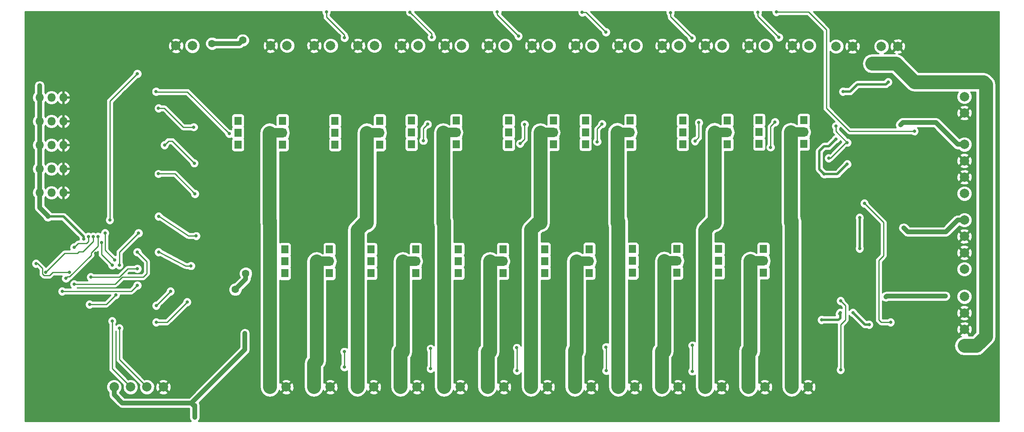
<source format=gbr>
G04 #@! TF.FileFunction,Copper,L2,Bot,Signal*
%FSLAX46Y46*%
G04 Gerber Fmt 4.6, Leading zero omitted, Abs format (unit mm)*
G04 Created by KiCad (PCBNEW 4.0.4-stable) date 07/11/17 17:44:20*
%MOMM*%
%LPD*%
G01*
G04 APERTURE LIST*
%ADD10C,0.100000*%
%ADD11O,1.800000X1.800000*%
%ADD12C,2.000000*%
%ADD13R,1.520000X1.780000*%
%ADD14C,11.000000*%
%ADD15C,0.700000*%
%ADD16C,1.600000*%
%ADD17C,0.250000*%
%ADD18C,3.000000*%
%ADD19C,2.000000*%
%ADD20C,1.000000*%
%ADD21C,0.500000*%
%ADD22C,0.254000*%
G04 APERTURE END LIST*
D10*
D11*
X3810000Y-34290000D03*
X6350000Y-34290000D03*
X8890000Y-34290000D03*
D12*
X164325000Y-80900000D03*
X167825000Y-80900000D03*
D13*
X166900000Y-26440000D03*
X157370000Y-26440000D03*
X166900000Y-23900000D03*
X166900000Y-28980000D03*
X157370000Y-28980000D03*
X157370000Y-23900000D03*
X150600000Y-26470000D03*
X141070000Y-26470000D03*
X150600000Y-23930000D03*
X150600000Y-29010000D03*
X141070000Y-29010000D03*
X141070000Y-23930000D03*
X129860000Y-26480000D03*
X120330000Y-26480000D03*
X129860000Y-23940000D03*
X129860000Y-29020000D03*
X120330000Y-29020000D03*
X120330000Y-23940000D03*
X158280000Y-53950000D03*
X148750000Y-53950000D03*
X158280000Y-51410000D03*
X158280000Y-56490000D03*
X148750000Y-56490000D03*
X148750000Y-51410000D03*
X139860000Y-53980000D03*
X130330000Y-53980000D03*
X139860000Y-51440000D03*
X139860000Y-56520000D03*
X130330000Y-56520000D03*
X130330000Y-51440000D03*
X113450000Y-26510000D03*
X103920000Y-26510000D03*
X113450000Y-23970000D03*
X113450000Y-29050000D03*
X103920000Y-29050000D03*
X103920000Y-23970000D03*
X92710000Y-26520000D03*
X83180000Y-26520000D03*
X92710000Y-23980000D03*
X92710000Y-29060000D03*
X83180000Y-29060000D03*
X83180000Y-23980000D03*
X121130000Y-53990000D03*
X111600000Y-53990000D03*
X121130000Y-51450000D03*
X121130000Y-56530000D03*
X111600000Y-56530000D03*
X111600000Y-51450000D03*
X102710000Y-54020000D03*
X93180000Y-54020000D03*
X102710000Y-51480000D03*
X102710000Y-56560000D03*
X93180000Y-56560000D03*
X93180000Y-51480000D03*
X84090000Y-54030000D03*
X74560000Y-54030000D03*
X84090000Y-51490000D03*
X84090000Y-56570000D03*
X74560000Y-56570000D03*
X74560000Y-51490000D03*
X76410000Y-26550000D03*
X66880000Y-26550000D03*
X76410000Y-24010000D03*
X76410000Y-29090000D03*
X66880000Y-29090000D03*
X66880000Y-24010000D03*
X65670000Y-54060000D03*
X56140000Y-54060000D03*
X65670000Y-51520000D03*
X65670000Y-56600000D03*
X56140000Y-56600000D03*
X56140000Y-51520000D03*
D12*
X56625000Y-7975000D03*
X53125000Y-7975000D03*
X65925000Y-7975000D03*
X62425000Y-7975000D03*
X75275000Y-7975000D03*
X71775000Y-7975000D03*
X84600000Y-7975000D03*
X81100000Y-7975000D03*
X93875000Y-7975000D03*
X90375000Y-7975000D03*
X103150000Y-7975000D03*
X99650000Y-7975000D03*
X112425000Y-7975000D03*
X108925000Y-7975000D03*
X121700000Y-7975000D03*
X118200000Y-7975000D03*
X131000000Y-7975000D03*
X127500000Y-7975000D03*
X140225000Y-7975000D03*
X136725000Y-7975000D03*
X149450000Y-7975000D03*
X145950000Y-7975000D03*
X158725000Y-7975000D03*
X155225000Y-7975000D03*
X168000000Y-7975000D03*
X164500000Y-7975000D03*
X52950000Y-80900000D03*
X56450000Y-80900000D03*
X62350000Y-80900000D03*
X65850000Y-80900000D03*
X71625000Y-80900000D03*
X75125000Y-80900000D03*
X80850000Y-80900000D03*
X84350000Y-80900000D03*
X90125000Y-80900000D03*
X93625000Y-80900000D03*
X99400000Y-80900000D03*
X102900000Y-80900000D03*
X108700000Y-80900000D03*
X112200000Y-80900000D03*
X118025000Y-80900000D03*
X121525000Y-80900000D03*
X127325000Y-80900000D03*
X130825000Y-80900000D03*
X136575000Y-80900000D03*
X140075000Y-80900000D03*
X145850000Y-80900000D03*
X149350000Y-80900000D03*
X155100000Y-80900000D03*
X158600000Y-80900000D03*
X36425000Y-8000000D03*
X32925000Y-8000000D03*
D13*
X55670000Y-26560000D03*
X46140000Y-26560000D03*
X55670000Y-24020000D03*
X55670000Y-29100000D03*
X46140000Y-29100000D03*
X46140000Y-24020000D03*
D14*
X7620000Y-7620000D03*
D15*
X11745000Y-7620000D03*
X10546815Y-10546815D03*
X7620000Y-11745000D03*
X4693185Y-10546815D03*
X3495000Y-7620000D03*
X4693185Y-4693185D03*
X7620000Y-3495000D03*
X10546815Y-4693185D03*
D14*
X196560000Y-81280000D03*
D15*
X200721000Y-81280000D03*
X199522815Y-84206815D03*
X196596000Y-85405000D03*
X193669185Y-84206815D03*
X192471000Y-81280000D03*
X193669185Y-78353185D03*
X196596000Y-77155000D03*
X199522815Y-78353185D03*
D14*
X7620000Y-81280000D03*
D15*
X11745000Y-81280000D03*
X10546815Y-84206815D03*
X7620000Y-85405000D03*
X4693185Y-84206815D03*
X3495000Y-81280000D03*
X4693185Y-78353185D03*
X7620000Y-77155000D03*
X10546815Y-78353185D03*
D14*
X196596000Y-7620000D03*
D15*
X200721000Y-7620000D03*
X199522815Y-10546815D03*
X196596000Y-11745000D03*
X193669185Y-10546815D03*
X192471000Y-7620000D03*
X193669185Y-4693185D03*
X196596000Y-3495000D03*
X199522815Y-4693185D03*
D11*
X3810000Y-19050000D03*
X6350000Y-19050000D03*
X8890000Y-19050000D03*
X3810000Y-24130000D03*
X6350000Y-24130000D03*
X8890000Y-24130000D03*
X3810000Y-29210000D03*
X6350000Y-29210000D03*
X8890000Y-29210000D03*
X3810000Y-39370000D03*
X6350000Y-39370000D03*
X8890000Y-39370000D03*
D12*
X19722000Y-80900000D03*
X23222000Y-80900000D03*
X26722000Y-80900000D03*
X30222000Y-80900000D03*
X201168000Y-22352000D03*
X201168000Y-18852000D03*
X186944000Y-8128000D03*
X183444000Y-8128000D03*
X177292000Y-8128000D03*
X173792000Y-8128000D03*
X201168000Y-55712000D03*
X201168000Y-52212000D03*
X201168000Y-48712000D03*
X201168000Y-45212000D03*
X201168000Y-39568000D03*
X201168000Y-36068000D03*
X201168000Y-32568000D03*
X201168000Y-29068000D03*
X201168000Y-72080000D03*
X201168000Y-68580000D03*
X201168000Y-65080000D03*
X201168000Y-61580000D03*
D15*
X36700000Y-25370000D03*
X29200000Y-21350000D03*
X5588000Y-46970000D03*
X3048000Y-57230000D03*
X15748000Y-52324000D03*
X30714000Y-76708000D03*
X6096000Y-58928000D03*
X175768000Y-39878000D03*
X176530000Y-19380000D03*
X170776000Y-61138000D03*
X184738000Y-36068000D03*
X186262000Y-20320000D03*
X186596000Y-17780000D03*
X5254000Y-72136000D03*
X181590000Y-79756000D03*
X176002000Y-79756000D03*
X194798000Y-28956000D03*
X175768000Y-16256000D03*
X187452000Y-31972000D03*
X28670000Y-13970000D03*
X178308000Y-37084000D03*
X191008000Y-57436000D03*
X180562000Y-56642000D03*
X173736000Y-57658000D03*
X192024000Y-41434000D03*
X184992000Y-39624000D03*
X160890000Y-32555000D03*
X144590000Y-32585000D03*
X141620000Y-41960000D03*
X157920000Y-41930000D03*
X120880000Y-41970000D03*
X123850000Y-32595000D03*
X130880000Y-69470000D03*
X152270000Y-60065000D03*
X133850000Y-60095000D03*
X149300000Y-69440000D03*
X112150000Y-69480000D03*
X107440000Y-32625000D03*
X115120000Y-60105000D03*
X96700000Y-60135000D03*
X104470000Y-42000000D03*
X86700000Y-32635000D03*
X93730000Y-69510000D03*
X83730000Y-42010000D03*
X75110000Y-69520000D03*
X78080000Y-60145000D03*
X67430000Y-42040000D03*
X70400000Y-32665000D03*
X56690000Y-69550000D03*
X59660000Y-60175000D03*
X49660000Y-32675000D03*
X46690000Y-42050000D03*
X68890000Y-6270000D03*
X65020000Y-790000D03*
X30480000Y-29210000D03*
X36830000Y-33090000D03*
X68870000Y-76650000D03*
X68870000Y-73340000D03*
X85720000Y-28260000D03*
X86630000Y-24750000D03*
X87500000Y-6170000D03*
X82870000Y-830000D03*
X29175000Y-35350000D03*
X36980000Y-39630000D03*
X87260000Y-76970000D03*
X87260000Y-72690000D03*
X106340000Y-28900000D03*
X107330000Y-24800000D03*
X106000000Y-5940000D03*
X101460000Y-810000D03*
X105650000Y-72500000D03*
X105690000Y-77390000D03*
X37230000Y-48620000D03*
X29210000Y-44450000D03*
X122810000Y-28500000D03*
X123860000Y-24700000D03*
X124680000Y-5090000D03*
X119620000Y-860000D03*
X124690000Y-72360000D03*
X124740000Y-77430000D03*
X36110000Y-55020000D03*
X29210000Y-52070000D03*
X143680000Y-28360000D03*
X144500000Y-24410000D03*
X143000000Y-6360000D03*
X138450000Y-910000D03*
X143130000Y-72000000D03*
X143130000Y-77540000D03*
X28702000Y-63500000D03*
X31750000Y-60452000D03*
X157080000Y-880000D03*
X161570000Y-6190000D03*
X160760000Y-24310000D03*
X159810000Y-29690000D03*
X5588000Y-44470000D03*
X13208000Y-49276000D03*
X36910000Y-87376000D03*
X36910000Y-84836000D03*
X3810000Y-16510000D03*
X47625000Y-69469000D03*
D16*
X47180000Y-6820000D03*
X40610000Y-7530000D03*
X45590000Y-60060000D03*
X47800000Y-56650000D03*
D15*
X19304000Y-66802000D03*
X19851347Y-53748249D03*
X17780000Y-48006000D03*
X17780000Y-48006000D03*
X20828000Y-68326000D03*
X19338003Y-54898003D03*
X17018000Y-50038000D03*
X190500000Y-26242000D03*
X35306000Y-62738000D03*
X28702000Y-67056000D03*
X161036000Y-762000D03*
X28670000Y-17780000D03*
X44300000Y-26800000D03*
X14224000Y-48768000D03*
X11176000Y-51054000D03*
X5080000Y-56388000D03*
X15240000Y-48768000D03*
X16256000Y-48768000D03*
X9431503Y-57691503D03*
X24924000Y-48006000D03*
X20828000Y-54864000D03*
X20066000Y-61214000D03*
X14478000Y-63246000D03*
X24670000Y-52070000D03*
X11176000Y-58928000D03*
X14732000Y-57404000D03*
X24670000Y-55626000D03*
X24670000Y-59182000D03*
X8636000Y-60452000D03*
X24670000Y-13970000D03*
X18796000Y-45212000D03*
X170688000Y-66548000D03*
X174672000Y-65024000D03*
X175260000Y-17780000D03*
X184912000Y-15748000D03*
X181470000Y-11798000D03*
X181470000Y-11798000D03*
X181470000Y-11798000D03*
X177372000Y-65024000D03*
X180848000Y-67564000D03*
X188214000Y-46910000D03*
X187532000Y-24892000D03*
X184404000Y-61642000D03*
X197104000Y-61468000D03*
X178816000Y-51308000D03*
X178816000Y-44704000D03*
X176174000Y-33288000D03*
X171262000Y-35424000D03*
X173736000Y-27940000D03*
X179832000Y-41656000D03*
X185420000Y-67056000D03*
X174752000Y-62484000D03*
X174752000Y-77216000D03*
X176174000Y-28688000D03*
X172212000Y-32004000D03*
X173736000Y-25146000D03*
X3048000Y-54530000D03*
X10160000Y-56388000D03*
D17*
X34470000Y-25370000D02*
X36700000Y-25370000D01*
X30450000Y-21350000D02*
X34470000Y-25370000D01*
X29200000Y-21350000D02*
X30450000Y-21350000D01*
X15748000Y-52832000D02*
X9652000Y-58928000D01*
X9652000Y-58928000D02*
X6096000Y-58928000D01*
X15748000Y-52324000D02*
X15748000Y-52832000D01*
X65020000Y-1840000D02*
X68890000Y-5710000D01*
X68890000Y-5710000D02*
X68890000Y-6270000D01*
X65020000Y-790000D02*
X65020000Y-1840000D01*
X31750000Y-28350000D02*
X31340000Y-28350000D01*
X31340000Y-28350000D02*
X30480000Y-29210000D01*
X32090000Y-28350000D02*
X36830000Y-33090000D01*
X31750000Y-28350000D02*
X32090000Y-28350000D01*
X68870000Y-76650000D02*
X68870000Y-73340000D01*
X86630000Y-24750000D02*
X85720000Y-25660000D01*
X85720000Y-25660000D02*
X85720000Y-28260000D01*
X82870000Y-830000D02*
X87500000Y-5460000D01*
X87500000Y-5460000D02*
X87500000Y-6170000D01*
X29175000Y-35350000D02*
X31940000Y-35350000D01*
X31940000Y-35350000D02*
X32700000Y-35350000D01*
X32700000Y-35350000D02*
X36980000Y-39630000D01*
X87260000Y-76970000D02*
X87260000Y-72690000D01*
X107330000Y-24800000D02*
X107330000Y-27910000D01*
X107330000Y-27910000D02*
X106340000Y-28900000D01*
X101460000Y-810000D02*
X101460000Y-1400000D01*
X101460000Y-1400000D02*
X106000000Y-5940000D01*
X105690000Y-77390000D02*
X105690000Y-72540000D01*
X105690000Y-72540000D02*
X105650000Y-72500000D01*
X29210000Y-44450000D02*
X29360000Y-44450000D01*
X35620000Y-48620000D02*
X37230000Y-48620000D01*
X29360000Y-44450000D02*
X35620000Y-48620000D01*
X123860000Y-24700000D02*
X122810000Y-25750000D01*
X122810000Y-25750000D02*
X122810000Y-28500000D01*
X119620000Y-860000D02*
X120450000Y-860000D01*
X120450000Y-860000D02*
X124680000Y-5090000D01*
X124740000Y-77430000D02*
X124740000Y-72410000D01*
X124740000Y-72410000D02*
X124690000Y-72360000D01*
X29210000Y-52070000D02*
X29360000Y-52070000D01*
X29360000Y-52070000D02*
X35020000Y-55020000D01*
X35020000Y-55020000D02*
X36110000Y-55020000D01*
X144500000Y-24410000D02*
X144500000Y-27540000D01*
X144500000Y-27540000D02*
X143680000Y-28360000D01*
X138450000Y-910000D02*
X138450000Y-1810000D01*
X138450000Y-1810000D02*
X143000000Y-6360000D01*
X143130000Y-77540000D02*
X143130000Y-72000000D01*
X31750000Y-60452000D02*
X28702000Y-63500000D01*
X157080000Y-1700000D02*
X161570000Y-6190000D01*
X157080000Y-880000D02*
X157080000Y-1700000D01*
X159810000Y-25260000D02*
X159810000Y-29690000D01*
X160760000Y-24310000D02*
X159810000Y-25260000D01*
D18*
X52910000Y-45330000D02*
X52950000Y-45370000D01*
X52950000Y-45370000D02*
X52950000Y-80900000D01*
X52910000Y-45330000D02*
X52910000Y-45860000D01*
X52910000Y-26560000D02*
X52910000Y-45330000D01*
D19*
X55670000Y-26560000D02*
X52910000Y-26560000D01*
X52910000Y-26560000D02*
X52580000Y-26890000D01*
D18*
X62910000Y-75310000D02*
X62350000Y-75870000D01*
X62350000Y-75870000D02*
X62350000Y-80900000D01*
X62910000Y-72830000D02*
X62910000Y-75310000D01*
D19*
X62910000Y-54060000D02*
X62580000Y-54390000D01*
X65670000Y-54060000D02*
X62910000Y-54060000D01*
D18*
X62910000Y-72830000D02*
X62910000Y-73360000D01*
X62910000Y-54060000D02*
X62910000Y-72830000D01*
X73650000Y-45320000D02*
X71625000Y-47345000D01*
X71625000Y-47345000D02*
X71625000Y-80900000D01*
D19*
X73650000Y-26550000D02*
X73320000Y-26880000D01*
X76410000Y-26550000D02*
X73650000Y-26550000D01*
D18*
X73650000Y-45320000D02*
X73650000Y-45850000D01*
X73650000Y-26550000D02*
X73650000Y-45320000D01*
X81330000Y-72800000D02*
X80850000Y-73280000D01*
X80850000Y-73280000D02*
X80850000Y-80900000D01*
X81330000Y-54030000D02*
X81330000Y-72800000D01*
D19*
X84090000Y-54030000D02*
X81330000Y-54030000D01*
D18*
X81330000Y-72800000D02*
X81330000Y-73330000D01*
D19*
X81330000Y-54030000D02*
X81000000Y-54360000D01*
D18*
X89950000Y-45290000D02*
X90125000Y-45465000D01*
X90125000Y-45465000D02*
X90125000Y-80900000D01*
X89950000Y-26520000D02*
X89950000Y-45290000D01*
D19*
X92710000Y-26520000D02*
X89950000Y-26520000D01*
X89950000Y-26520000D02*
X89620000Y-26850000D01*
D18*
X89950000Y-45290000D02*
X89950000Y-45820000D01*
X99950000Y-72790000D02*
X99400000Y-73340000D01*
X99400000Y-73340000D02*
X99400000Y-80900000D01*
D19*
X102710000Y-54020000D02*
X99950000Y-54020000D01*
D18*
X99950000Y-54020000D02*
X99950000Y-72790000D01*
D19*
X99950000Y-54020000D02*
X99620000Y-54350000D01*
D18*
X99950000Y-72790000D02*
X99950000Y-73320000D01*
X108680000Y-47290000D02*
X108700000Y-47310000D01*
X108700000Y-47310000D02*
X108700000Y-80900000D01*
X110690000Y-45280000D02*
X108680000Y-47290000D01*
D19*
X113450000Y-26510000D02*
X110690000Y-26510000D01*
D18*
X110690000Y-26510000D02*
X110690000Y-45280000D01*
X110690000Y-45280000D02*
X110690000Y-45810000D01*
D19*
X110690000Y-26510000D02*
X110360000Y-26840000D01*
D18*
X118370000Y-72760000D02*
X118025000Y-73105000D01*
X118025000Y-73105000D02*
X118025000Y-80900000D01*
X118370000Y-53990000D02*
X118370000Y-72760000D01*
X118370000Y-72760000D02*
X118370000Y-73290000D01*
D19*
X121130000Y-53990000D02*
X118370000Y-53990000D01*
X118370000Y-53990000D02*
X118040000Y-54320000D01*
D18*
X127100000Y-45250000D02*
X127325000Y-45475000D01*
X127325000Y-45475000D02*
X127325000Y-80900000D01*
D19*
X127100000Y-26480000D02*
X126770000Y-26810000D01*
D18*
X127100000Y-45250000D02*
X127100000Y-45780000D01*
D19*
X129860000Y-26480000D02*
X127100000Y-26480000D01*
D18*
X127100000Y-26480000D02*
X127100000Y-45250000D01*
X137100000Y-72750000D02*
X136575000Y-73275000D01*
X136575000Y-73275000D02*
X136575000Y-80900000D01*
D19*
X139860000Y-53980000D02*
X137100000Y-53980000D01*
X137100000Y-53980000D02*
X136770000Y-54310000D01*
D18*
X137100000Y-53980000D02*
X137100000Y-72750000D01*
X137100000Y-72750000D02*
X137100000Y-73280000D01*
X146289999Y-46920001D02*
X145850000Y-47360000D01*
X145850000Y-47360000D02*
X145850000Y-80900000D01*
X147840000Y-45240000D02*
X146289999Y-46790001D01*
X146289999Y-46790001D02*
X146289999Y-46920001D01*
D19*
X147840000Y-26470000D02*
X147510000Y-26800000D01*
X150600000Y-26470000D02*
X147840000Y-26470000D01*
D18*
X147840000Y-26470000D02*
X147840000Y-45240000D01*
X147840000Y-45240000D02*
X147840000Y-45770000D01*
X155520000Y-72720000D02*
X155100000Y-73140000D01*
X155100000Y-73140000D02*
X155100000Y-80900000D01*
X155520000Y-53950000D02*
X155520000Y-72720000D01*
X155520000Y-72720000D02*
X155520000Y-73250000D01*
D19*
X155520000Y-53950000D02*
X155190000Y-54280000D01*
X158280000Y-53950000D02*
X155520000Y-53950000D01*
D18*
X164140000Y-45210000D02*
X164325000Y-45395000D01*
X164325000Y-45395000D02*
X164325000Y-80900000D01*
D19*
X164140000Y-26440000D02*
X163810000Y-26770000D01*
D18*
X164140000Y-45210000D02*
X164140000Y-45740000D01*
D19*
X166900000Y-26440000D02*
X164140000Y-26440000D01*
D18*
X164140000Y-26440000D02*
X164140000Y-45210000D01*
D20*
X3810000Y-39370000D02*
X3810000Y-42567000D01*
X3810000Y-42567000D02*
X5588000Y-44345000D01*
X5588000Y-44345000D02*
X5588000Y-44470000D01*
D21*
X13208000Y-48768000D02*
X8910000Y-44470000D01*
X8910000Y-44470000D02*
X5588000Y-44470000D01*
X13208000Y-49276000D02*
X13208000Y-48768000D01*
D20*
X36910000Y-87376000D02*
X36910000Y-84836000D01*
X36910000Y-84836000D02*
X36703000Y-84836000D01*
X36703000Y-84836000D02*
X36195000Y-84328000D01*
X3810000Y-34290000D02*
X3810000Y-39370000D01*
X3810000Y-29210000D02*
X3810000Y-34290000D01*
X3810000Y-24130000D02*
X3810000Y-29210000D01*
X3810000Y-19050000D02*
X3810000Y-24130000D01*
X3810000Y-16510000D02*
X3810000Y-19050000D01*
X19722000Y-80900000D02*
X19722000Y-82587000D01*
X47625000Y-72898000D02*
X47625000Y-69469000D01*
X36195000Y-84328000D02*
X47625000Y-72898000D01*
X21463000Y-84328000D02*
X36195000Y-84328000D01*
X19722000Y-82587000D02*
X21463000Y-84328000D01*
X40610000Y-7530000D02*
X46470000Y-7530000D01*
X46470000Y-7530000D02*
X47180000Y-6820000D01*
X47800000Y-56650000D02*
X47800000Y-57850000D01*
X47800000Y-57850000D02*
X45590000Y-60060000D01*
D17*
X19304000Y-66802000D02*
X19304000Y-76982000D01*
X19304000Y-76982000D02*
X23222000Y-80900000D01*
X17780000Y-48006000D02*
X17780000Y-51676902D01*
X17780000Y-51676902D02*
X19851347Y-53748249D01*
X20828000Y-68326000D02*
X20828000Y-75006000D01*
X20828000Y-75006000D02*
X26722000Y-80900000D01*
X17018000Y-50038000D02*
X17018000Y-52578000D01*
X17018000Y-52578000D02*
X19338003Y-54898003D01*
X161036000Y-762000D02*
X167894000Y-762000D01*
X167894000Y-762000D02*
X171704000Y-4572000D01*
X171704000Y-4572000D02*
X171704000Y-21336000D01*
X171704000Y-21336000D02*
X176610000Y-26242000D01*
X176610000Y-26242000D02*
X190500000Y-26242000D01*
X30988000Y-67056000D02*
X28702000Y-67056000D01*
X35306000Y-62738000D02*
X30988000Y-67056000D01*
X35350000Y-17850000D02*
X28740000Y-17850000D01*
X28740000Y-17850000D02*
X28670000Y-17780000D01*
X35350000Y-17850000D02*
X44300000Y-26800000D01*
X13802999Y-50205001D02*
X14224000Y-49784000D01*
X14224000Y-49784000D02*
X14224000Y-48768000D01*
X11176000Y-51054000D02*
X12024999Y-50205001D01*
X12024999Y-50205001D02*
X13802999Y-50205001D01*
X5080000Y-56388000D02*
X9144000Y-52324000D01*
X9144000Y-52324000D02*
X11851000Y-52324000D01*
X13049999Y-51974001D02*
X15240000Y-49784000D01*
X15240000Y-49784000D02*
X15240000Y-48768000D01*
X11851000Y-52324000D02*
X12200999Y-51974001D01*
X12200999Y-51974001D02*
X13049999Y-51974001D01*
X10222496Y-57341504D02*
X14818999Y-52745001D01*
X14818999Y-52745001D02*
X14818999Y-52237001D01*
X14818999Y-52237001D02*
X16256000Y-50800000D01*
X9431503Y-57691503D02*
X9781502Y-57341504D01*
X9781502Y-57341504D02*
X10222496Y-57341504D01*
X16256000Y-50800000D02*
X16256000Y-48768000D01*
X20828000Y-54864000D02*
X20828000Y-52102000D01*
X20828000Y-52102000D02*
X24924000Y-48006000D01*
X14478000Y-63246000D02*
X18034000Y-63246000D01*
X18034000Y-63246000D02*
X19390999Y-61889001D01*
X19390999Y-61889001D02*
X20066000Y-61214000D01*
X26670000Y-56642000D02*
X26670000Y-54070000D01*
X26670000Y-54070000D02*
X24670000Y-52070000D01*
X25908000Y-57404000D02*
X26670000Y-56642000D01*
X21464410Y-57404000D02*
X25908000Y-57404000D01*
X11176000Y-58928000D02*
X19940410Y-58928000D01*
X19940410Y-58928000D02*
X21464410Y-57404000D01*
X20828000Y-57404000D02*
X22606000Y-55626000D01*
X14732000Y-57404000D02*
X20828000Y-57404000D01*
X20914999Y-57317001D02*
X22606000Y-55626000D01*
X22606000Y-55626000D02*
X24670000Y-55626000D01*
X8636000Y-60452000D02*
X23400000Y-60452000D01*
X23400000Y-60452000D02*
X24670000Y-59182000D01*
X18796000Y-45212000D02*
X18796000Y-19844000D01*
X18796000Y-19844000D02*
X24670000Y-13970000D01*
D21*
X170688000Y-66548000D02*
X174298000Y-66548000D01*
X174298000Y-66548000D02*
X174672000Y-66174000D01*
X174672000Y-66174000D02*
X174672000Y-65024000D01*
X174418000Y-65278000D02*
X174672000Y-65024000D01*
X176784000Y-17780000D02*
X175260000Y-17780000D01*
X178308000Y-16256000D02*
X176784000Y-17780000D01*
X184404000Y-16256000D02*
X178308000Y-16256000D01*
X184912000Y-15748000D02*
X184404000Y-16256000D01*
D18*
X205740000Y-70104000D02*
X203764000Y-72080000D01*
X203764000Y-72080000D02*
X201168000Y-72080000D01*
X205740000Y-16256000D02*
X205740000Y-70104000D01*
X205232000Y-15748000D02*
X205740000Y-16256000D01*
X190500000Y-15748000D02*
X205232000Y-15748000D01*
X186550000Y-11798000D02*
X190500000Y-15748000D01*
X181470000Y-11798000D02*
X186550000Y-11798000D01*
D21*
X180848000Y-67564000D02*
X179912000Y-67564000D01*
X179912000Y-67564000D02*
X177372000Y-65024000D01*
D20*
X197213787Y-47752000D02*
X189056000Y-47752000D01*
X189056000Y-47752000D02*
X188214000Y-46910000D01*
X201168000Y-45212000D02*
X199753787Y-45212000D01*
X199753787Y-45212000D02*
X197213787Y-47752000D01*
X195069787Y-24384000D02*
X188040000Y-24384000D01*
X188040000Y-24384000D02*
X187532000Y-24892000D01*
X201168000Y-29068000D02*
X199753787Y-29068000D01*
X199753787Y-29068000D02*
X195069787Y-24384000D01*
X197104000Y-61468000D02*
X184578000Y-61468000D01*
X184578000Y-61468000D02*
X184404000Y-61642000D01*
D21*
X178816000Y-51308000D02*
X178816000Y-44704000D01*
X171262000Y-35424000D02*
X174038000Y-35424000D01*
X174038000Y-35424000D02*
X176174000Y-33288000D01*
X170180000Y-30480000D02*
X170180000Y-34342000D01*
X170180000Y-34342000D02*
X171262000Y-35424000D01*
X171196000Y-29464000D02*
X170180000Y-30480000D01*
X172212000Y-29464000D02*
X171196000Y-29464000D01*
X173736000Y-27940000D02*
X172212000Y-29464000D01*
D17*
X183896000Y-45720000D02*
X179832000Y-41656000D01*
X183896000Y-52832000D02*
X183896000Y-45720000D01*
X182880000Y-53848000D02*
X183896000Y-52832000D01*
X182880000Y-66548000D02*
X182880000Y-53848000D01*
X183388000Y-67056000D02*
X182880000Y-66548000D01*
X185420000Y-67056000D02*
X183388000Y-67056000D01*
X175768000Y-66548000D02*
X175768000Y-63500000D01*
X175768000Y-63500000D02*
X174752000Y-62484000D01*
X174752000Y-67564000D02*
X175768000Y-66548000D01*
X174752000Y-77216000D02*
X174752000Y-67564000D01*
X176174000Y-28688000D02*
X175924000Y-28688000D01*
X175924000Y-28688000D02*
X172608000Y-32004000D01*
X172608000Y-32004000D02*
X172212000Y-32004000D01*
X173736000Y-25146000D02*
X173736000Y-26250000D01*
X173736000Y-26250000D02*
X176174000Y-28688000D01*
X4404999Y-55539001D02*
X3395998Y-54530000D01*
X3395998Y-54530000D02*
X3048000Y-54530000D01*
X6604000Y-56388000D02*
X5928999Y-57063001D01*
X5928999Y-57063001D02*
X4755999Y-57063001D01*
X4755999Y-57063001D02*
X4404999Y-56712001D01*
X4404999Y-56712001D02*
X4404999Y-55539001D01*
X10160000Y-56388000D02*
X6604000Y-56388000D01*
D22*
G36*
X64034830Y-985069D02*
X64184471Y-1347229D01*
X64260000Y-1422890D01*
X64260000Y-1840000D01*
X64317852Y-2130839D01*
X64482599Y-2377401D01*
X67985341Y-5880143D01*
X67905172Y-6073212D01*
X67904830Y-6465069D01*
X68054471Y-6827229D01*
X68331314Y-7104555D01*
X68693212Y-7254828D01*
X69085069Y-7255170D01*
X69447229Y-7105529D01*
X69724555Y-6828686D01*
X69727136Y-6822468D01*
X70802073Y-6822468D01*
X71775000Y-7795395D01*
X72747927Y-6822468D01*
X72649264Y-6555613D01*
X72039539Y-6329092D01*
X71389540Y-6353144D01*
X70900736Y-6555613D01*
X70802073Y-6822468D01*
X69727136Y-6822468D01*
X69874828Y-6466788D01*
X69875170Y-6074931D01*
X69725529Y-5712771D01*
X69631893Y-5618972D01*
X69592148Y-5419161D01*
X69427401Y-5172599D01*
X65780000Y-1525198D01*
X65780000Y-1423111D01*
X65854555Y-1348686D01*
X66004828Y-986788D01*
X66005070Y-710000D01*
X81885105Y-710000D01*
X81884830Y-1025069D01*
X82034471Y-1387229D01*
X82311314Y-1664555D01*
X82673212Y-1814828D01*
X82780119Y-1814921D01*
X86639352Y-5674154D01*
X86515172Y-5973212D01*
X86514830Y-6365069D01*
X86664471Y-6727229D01*
X86941314Y-7004555D01*
X87303212Y-7154828D01*
X87695069Y-7155170D01*
X88057229Y-7005529D01*
X88240609Y-6822468D01*
X89402073Y-6822468D01*
X90375000Y-7795395D01*
X91347927Y-6822468D01*
X91249264Y-6555613D01*
X90639539Y-6329092D01*
X89989540Y-6353144D01*
X89500736Y-6555613D01*
X89402073Y-6822468D01*
X88240609Y-6822468D01*
X88334555Y-6728686D01*
X88484828Y-6366788D01*
X88485170Y-5974931D01*
X88335529Y-5612771D01*
X88260000Y-5537110D01*
X88260000Y-5460000D01*
X88202148Y-5169161D01*
X88037401Y-4922599D01*
X83855078Y-740276D01*
X83855104Y-710000D01*
X100475088Y-710000D01*
X100474830Y-1005069D01*
X100624471Y-1367229D01*
X100710654Y-1453563D01*
X100757852Y-1690839D01*
X100922599Y-1937401D01*
X105014922Y-6029724D01*
X105014830Y-6135069D01*
X105164471Y-6497229D01*
X105441314Y-6774555D01*
X105803212Y-6924828D01*
X106195069Y-6925170D01*
X106443627Y-6822468D01*
X107952073Y-6822468D01*
X108925000Y-7795395D01*
X109897927Y-6822468D01*
X109799264Y-6555613D01*
X109189539Y-6329092D01*
X108539540Y-6353144D01*
X108050736Y-6555613D01*
X107952073Y-6822468D01*
X106443627Y-6822468D01*
X106557229Y-6775529D01*
X106834555Y-6498686D01*
X106984828Y-6136788D01*
X106985170Y-5744931D01*
X106835529Y-5382771D01*
X106558686Y-5105445D01*
X106196788Y-4955172D01*
X106089881Y-4955079D01*
X102355857Y-1221055D01*
X102444828Y-1006788D01*
X102445087Y-710000D01*
X118635131Y-710000D01*
X118634830Y-1055069D01*
X118784471Y-1417229D01*
X119061314Y-1694555D01*
X119423212Y-1844828D01*
X119815069Y-1845170D01*
X120177229Y-1695529D01*
X120193993Y-1678795D01*
X123694922Y-5179724D01*
X123694830Y-5285069D01*
X123844471Y-5647229D01*
X124121314Y-5924555D01*
X124483212Y-6074828D01*
X124875069Y-6075170D01*
X125237229Y-5925529D01*
X125514555Y-5648686D01*
X125664828Y-5286788D01*
X125665170Y-4894931D01*
X125515529Y-4532771D01*
X125238686Y-4255445D01*
X124876788Y-4105172D01*
X124769881Y-4105079D01*
X121374802Y-710000D01*
X137466506Y-710000D01*
X137465172Y-713212D01*
X137464830Y-1105069D01*
X137614471Y-1467229D01*
X137690000Y-1542890D01*
X137690000Y-1810000D01*
X137747852Y-2100839D01*
X137912599Y-2347401D01*
X142014922Y-6449724D01*
X142014830Y-6555069D01*
X142164471Y-6917229D01*
X142441314Y-7194555D01*
X142803212Y-7344828D01*
X143195069Y-7345170D01*
X143557229Y-7195529D01*
X143834555Y-6918686D01*
X143874508Y-6822468D01*
X144977073Y-6822468D01*
X145950000Y-7795395D01*
X146922927Y-6822468D01*
X146824264Y-6555613D01*
X146214539Y-6329092D01*
X145564540Y-6353144D01*
X145075736Y-6555613D01*
X144977073Y-6822468D01*
X143874508Y-6822468D01*
X143984828Y-6556788D01*
X143985170Y-6164931D01*
X143835529Y-5802771D01*
X143558686Y-5525445D01*
X143196788Y-5375172D01*
X143089881Y-5375079D01*
X139233977Y-1519175D01*
X139284555Y-1468686D01*
X139434828Y-1106788D01*
X139435170Y-714931D01*
X139433133Y-710000D01*
X156095149Y-710000D01*
X156094830Y-1075069D01*
X156244471Y-1437229D01*
X156320000Y-1512890D01*
X156320000Y-1700000D01*
X156377852Y-1990839D01*
X156542599Y-2237401D01*
X160584922Y-6279724D01*
X160584830Y-6385069D01*
X160734471Y-6747229D01*
X161011314Y-7024555D01*
X161373212Y-7174828D01*
X161765069Y-7175170D01*
X162127229Y-7025529D01*
X162330644Y-6822468D01*
X163527073Y-6822468D01*
X164500000Y-7795395D01*
X165472927Y-6822468D01*
X165374264Y-6555613D01*
X164764539Y-6329092D01*
X164114540Y-6353144D01*
X163625736Y-6555613D01*
X163527073Y-6822468D01*
X162330644Y-6822468D01*
X162404555Y-6748686D01*
X162554828Y-6386788D01*
X162555170Y-5994931D01*
X162405529Y-5632771D01*
X162128686Y-5355445D01*
X161766788Y-5205172D01*
X161659881Y-5205079D01*
X157904012Y-1449210D01*
X157914555Y-1438686D01*
X158064828Y-1076788D01*
X158065148Y-710000D01*
X160051046Y-710000D01*
X160050830Y-957069D01*
X160200471Y-1319229D01*
X160477314Y-1596555D01*
X160839212Y-1746828D01*
X161231069Y-1747170D01*
X161593229Y-1597529D01*
X161668890Y-1522000D01*
X167579198Y-1522000D01*
X170944000Y-4886802D01*
X170944000Y-21336000D01*
X171001852Y-21626839D01*
X171166599Y-21873401D01*
X173479437Y-24186239D01*
X173178771Y-24310471D01*
X172901445Y-24587314D01*
X172751172Y-24949212D01*
X172750830Y-25341069D01*
X172900471Y-25703229D01*
X172976000Y-25778890D01*
X172976000Y-26250000D01*
X173033852Y-26540839D01*
X173198599Y-26787401D01*
X173417166Y-27005968D01*
X173178771Y-27104471D01*
X172901445Y-27381314D01*
X172800852Y-27623569D01*
X171845420Y-28579000D01*
X171196005Y-28579000D01*
X171196000Y-28578999D01*
X170921237Y-28633654D01*
X170857325Y-28646367D01*
X170570210Y-28838210D01*
X170570208Y-28838213D01*
X169554210Y-29854210D01*
X169362367Y-30141325D01*
X169358276Y-30161890D01*
X169294999Y-30480000D01*
X169295000Y-30480005D01*
X169295000Y-34341995D01*
X169294999Y-34342000D01*
X169347586Y-34606367D01*
X169362367Y-34680675D01*
X169519250Y-34915468D01*
X169554210Y-34967790D01*
X170327063Y-35740642D01*
X170426471Y-35981229D01*
X170703314Y-36258555D01*
X171065212Y-36408828D01*
X171457069Y-36409170D01*
X171699500Y-36309000D01*
X174037995Y-36309000D01*
X174038000Y-36309001D01*
X174320484Y-36252810D01*
X174376675Y-36241633D01*
X174663790Y-36049790D01*
X174663791Y-36049789D01*
X174910118Y-35803461D01*
X199522092Y-35803461D01*
X199546144Y-36453460D01*
X199748613Y-36942264D01*
X200015468Y-37040927D01*
X200988395Y-36068000D01*
X201347605Y-36068000D01*
X202320532Y-37040927D01*
X202587387Y-36942264D01*
X202813908Y-36332539D01*
X202789856Y-35682540D01*
X202587387Y-35193736D01*
X202320532Y-35095073D01*
X201347605Y-36068000D01*
X200988395Y-36068000D01*
X200015468Y-35095073D01*
X199748613Y-35193736D01*
X199522092Y-35803461D01*
X174910118Y-35803461D01*
X175798111Y-34915468D01*
X200195073Y-34915468D01*
X201168000Y-35888395D01*
X202140927Y-34915468D01*
X202042264Y-34648613D01*
X201432539Y-34422092D01*
X200782540Y-34446144D01*
X200293736Y-34648613D01*
X200195073Y-34915468D01*
X175798111Y-34915468D01*
X176490642Y-34222937D01*
X176731229Y-34123529D01*
X177008555Y-33846686D01*
X177060938Y-33720532D01*
X200195073Y-33720532D01*
X200293736Y-33987387D01*
X200903461Y-34213908D01*
X201553460Y-34189856D01*
X202042264Y-33987387D01*
X202140927Y-33720532D01*
X201168000Y-32747605D01*
X200195073Y-33720532D01*
X177060938Y-33720532D01*
X177158828Y-33484788D01*
X177159170Y-33092931D01*
X177009529Y-32730771D01*
X176732686Y-32453445D01*
X176371484Y-32303461D01*
X199522092Y-32303461D01*
X199546144Y-32953460D01*
X199748613Y-33442264D01*
X200015468Y-33540927D01*
X200988395Y-32568000D01*
X201347605Y-32568000D01*
X202320532Y-33540927D01*
X202587387Y-33442264D01*
X202813908Y-32832539D01*
X202789856Y-32182540D01*
X202587387Y-31693736D01*
X202320532Y-31595073D01*
X201347605Y-32568000D01*
X200988395Y-32568000D01*
X200015468Y-31595073D01*
X199748613Y-31693736D01*
X199522092Y-32303461D01*
X176371484Y-32303461D01*
X176370788Y-32303172D01*
X175978931Y-32302830D01*
X175616771Y-32452471D01*
X175339445Y-32729314D01*
X175238852Y-32971569D01*
X173671420Y-34539000D01*
X171699201Y-34539000D01*
X171578432Y-34488852D01*
X171065000Y-33975420D01*
X171065000Y-30846580D01*
X171562579Y-30349000D01*
X172211995Y-30349000D01*
X172212000Y-30349001D01*
X172494484Y-30292810D01*
X172550675Y-30281633D01*
X172837790Y-30089790D01*
X172837791Y-30089789D01*
X174052642Y-28874937D01*
X174293229Y-28775529D01*
X174570555Y-28498686D01*
X174670115Y-28258917D01*
X174974198Y-28563000D01*
X172485975Y-31051223D01*
X172408788Y-31019172D01*
X172016931Y-31018830D01*
X171654771Y-31168471D01*
X171377445Y-31445314D01*
X171227172Y-31807212D01*
X171226830Y-32199069D01*
X171376471Y-32561229D01*
X171653314Y-32838555D01*
X172015212Y-32988828D01*
X172407069Y-32989170D01*
X172769229Y-32839529D01*
X172910947Y-32698058D01*
X173145401Y-32541401D01*
X174271334Y-31415468D01*
X200195073Y-31415468D01*
X201168000Y-32388395D01*
X202140927Y-31415468D01*
X202042264Y-31148613D01*
X201432539Y-30922092D01*
X200782540Y-30946144D01*
X200293736Y-31148613D01*
X200195073Y-31415468D01*
X174271334Y-31415468D01*
X176013942Y-29672860D01*
X176369069Y-29673170D01*
X176731229Y-29523529D01*
X177008555Y-29246686D01*
X177158828Y-28884788D01*
X177159170Y-28492931D01*
X177009529Y-28130771D01*
X176732686Y-27853445D01*
X176370788Y-27703172D01*
X176263881Y-27703079D01*
X174496000Y-25935198D01*
X174496000Y-25779111D01*
X174570555Y-25704686D01*
X174695935Y-25402737D01*
X176072599Y-26779401D01*
X176319161Y-26944148D01*
X176610000Y-27002000D01*
X189866889Y-27002000D01*
X189941314Y-27076555D01*
X190303212Y-27226828D01*
X190695069Y-27227170D01*
X191057229Y-27077529D01*
X191334555Y-26800686D01*
X191484828Y-26438788D01*
X191485170Y-26046931D01*
X191335529Y-25684771D01*
X191170047Y-25519000D01*
X194599655Y-25519000D01*
X198951221Y-29870566D01*
X199319441Y-30116603D01*
X199753787Y-30203000D01*
X199990796Y-30203000D01*
X200240637Y-30453278D01*
X200841352Y-30702716D01*
X201491795Y-30703284D01*
X202092943Y-30454894D01*
X202553278Y-29995363D01*
X202802716Y-29394648D01*
X202803284Y-28744205D01*
X202554894Y-28143057D01*
X202095363Y-27682722D01*
X201494648Y-27433284D01*
X200844205Y-27432716D01*
X200243057Y-27681106D01*
X200107423Y-27816504D01*
X195872353Y-23581434D01*
X195757261Y-23504532D01*
X200195073Y-23504532D01*
X200293736Y-23771387D01*
X200903461Y-23997908D01*
X201553460Y-23973856D01*
X202042264Y-23771387D01*
X202140927Y-23504532D01*
X201168000Y-22531605D01*
X200195073Y-23504532D01*
X195757261Y-23504532D01*
X195713729Y-23475445D01*
X195504133Y-23335397D01*
X195069787Y-23249000D01*
X188040000Y-23249000D01*
X187645687Y-23327434D01*
X187605654Y-23335397D01*
X187237433Y-23581434D01*
X186729434Y-24089434D01*
X186483397Y-24457655D01*
X186397000Y-24892000D01*
X186483397Y-25326345D01*
X186587402Y-25482000D01*
X176924802Y-25482000D01*
X173530263Y-22087461D01*
X199522092Y-22087461D01*
X199546144Y-22737460D01*
X199748613Y-23226264D01*
X200015468Y-23324927D01*
X200988395Y-22352000D01*
X201347605Y-22352000D01*
X202320532Y-23324927D01*
X202587387Y-23226264D01*
X202813908Y-22616539D01*
X202789856Y-21966540D01*
X202587387Y-21477736D01*
X202320532Y-21379073D01*
X201347605Y-22352000D01*
X200988395Y-22352000D01*
X200015468Y-21379073D01*
X199748613Y-21477736D01*
X199522092Y-22087461D01*
X173530263Y-22087461D01*
X172642270Y-21199468D01*
X200195073Y-21199468D01*
X201168000Y-22172395D01*
X202140927Y-21199468D01*
X202042264Y-20932613D01*
X201432539Y-20706092D01*
X200782540Y-20730144D01*
X200293736Y-20932613D01*
X200195073Y-21199468D01*
X172642270Y-21199468D01*
X172464000Y-21021198D01*
X172464000Y-17975069D01*
X174274830Y-17975069D01*
X174424471Y-18337229D01*
X174701314Y-18614555D01*
X175063212Y-18764828D01*
X175455069Y-18765170D01*
X175697500Y-18665000D01*
X176783995Y-18665000D01*
X176784000Y-18665001D01*
X177066484Y-18608810D01*
X177122675Y-18597633D01*
X177409790Y-18405790D01*
X178674579Y-17141000D01*
X184403995Y-17141000D01*
X184404000Y-17141001D01*
X184686484Y-17084810D01*
X184742675Y-17073633D01*
X185029790Y-16881790D01*
X185228643Y-16682937D01*
X185469229Y-16583529D01*
X185746555Y-16306686D01*
X185896828Y-15944788D01*
X185897170Y-15552931D01*
X185747529Y-15190771D01*
X185470686Y-14913445D01*
X185108788Y-14763172D01*
X184716931Y-14762830D01*
X184354771Y-14912471D01*
X184077445Y-15189314D01*
X184002002Y-15371000D01*
X178308000Y-15371000D01*
X177969325Y-15438367D01*
X177682210Y-15630210D01*
X177682208Y-15630213D01*
X176417420Y-16895000D01*
X175697201Y-16895000D01*
X175456788Y-16795172D01*
X175064931Y-16794830D01*
X174702771Y-16944471D01*
X174425445Y-17221314D01*
X174275172Y-17583212D01*
X174274830Y-17975069D01*
X172464000Y-17975069D01*
X172464000Y-11798000D01*
X179335000Y-11798000D01*
X179497517Y-12615029D01*
X179960327Y-13307673D01*
X180652971Y-13770483D01*
X181470000Y-13933000D01*
X185665654Y-13933000D01*
X188990327Y-17257673D01*
X189682971Y-17720483D01*
X190500000Y-17883000D01*
X199824432Y-17883000D01*
X199782722Y-17924637D01*
X199533284Y-18525352D01*
X199532716Y-19175795D01*
X199781106Y-19776943D01*
X200240637Y-20237278D01*
X200841352Y-20486716D01*
X201491795Y-20487284D01*
X202092943Y-20238894D01*
X202553278Y-19779363D01*
X202802716Y-19178648D01*
X202803284Y-18528205D01*
X202554894Y-17927057D01*
X202510914Y-17883000D01*
X203605000Y-17883000D01*
X203605000Y-69219654D01*
X202879654Y-69945000D01*
X202062372Y-69945000D01*
X202140927Y-69732532D01*
X201168000Y-68759605D01*
X200195073Y-69732532D01*
X200293736Y-69999387D01*
X200503255Y-70077226D01*
X200350971Y-70107517D01*
X199658327Y-70570327D01*
X199195517Y-71262971D01*
X199033000Y-72080000D01*
X199195517Y-72897029D01*
X199658327Y-73589673D01*
X200350971Y-74052483D01*
X201168000Y-74215000D01*
X203764000Y-74215000D01*
X204581029Y-74052483D01*
X205273673Y-73589673D01*
X207249673Y-71613673D01*
X207712483Y-70921029D01*
X207875000Y-70104000D01*
X207875000Y-16256000D01*
X207807634Y-15917326D01*
X207712483Y-15438970D01*
X207249673Y-14746327D01*
X206741673Y-14238327D01*
X206049029Y-13775517D01*
X205232000Y-13613000D01*
X191384346Y-13613000D01*
X189711415Y-11940069D01*
X195610830Y-11940069D01*
X195760471Y-12302229D01*
X196037314Y-12579555D01*
X196399212Y-12729828D01*
X196791069Y-12730170D01*
X197153229Y-12580529D01*
X197430555Y-12303686D01*
X197580828Y-11941788D01*
X197581170Y-11549931D01*
X197431529Y-11187771D01*
X197154686Y-10910445D01*
X196792788Y-10760172D01*
X196400931Y-10759830D01*
X196038771Y-10909471D01*
X195761445Y-11186314D01*
X195611172Y-11548212D01*
X195610830Y-11940069D01*
X189711415Y-11940069D01*
X188513230Y-10741884D01*
X192684015Y-10741884D01*
X192833656Y-11104044D01*
X193110499Y-11381370D01*
X193472397Y-11531643D01*
X193864254Y-11531985D01*
X194226414Y-11382344D01*
X194503740Y-11105501D01*
X194654013Y-10743603D01*
X194654014Y-10741884D01*
X198537645Y-10741884D01*
X198687286Y-11104044D01*
X198964129Y-11381370D01*
X199326027Y-11531643D01*
X199717884Y-11531985D01*
X200080044Y-11382344D01*
X200357370Y-11105501D01*
X200507643Y-10743603D01*
X200507985Y-10351746D01*
X200358344Y-9989586D01*
X200081501Y-9712260D01*
X199719603Y-9561987D01*
X199327746Y-9561645D01*
X198965586Y-9711286D01*
X198688260Y-9988129D01*
X198537987Y-10350027D01*
X198537645Y-10741884D01*
X194654014Y-10741884D01*
X194654355Y-10351746D01*
X194504714Y-9989586D01*
X194227871Y-9712260D01*
X193865973Y-9561987D01*
X193474116Y-9561645D01*
X193111956Y-9711286D01*
X192834630Y-9988129D01*
X192684357Y-10350027D01*
X192684015Y-10741884D01*
X188513230Y-10741884D01*
X188059673Y-10288327D01*
X187367029Y-9825517D01*
X187040424Y-9760551D01*
X187329460Y-9749856D01*
X187818264Y-9547387D01*
X187916927Y-9280532D01*
X186944000Y-8307605D01*
X185971073Y-9280532D01*
X186069736Y-9547387D01*
X186380931Y-9663000D01*
X184010500Y-9663000D01*
X184368943Y-9514894D01*
X184829278Y-9055363D01*
X185078716Y-8454648D01*
X185079232Y-7863461D01*
X185298092Y-7863461D01*
X185322144Y-8513460D01*
X185524613Y-9002264D01*
X185791468Y-9100927D01*
X186764395Y-8128000D01*
X187123605Y-8128000D01*
X188096532Y-9100927D01*
X188363387Y-9002264D01*
X188589908Y-8392539D01*
X188568540Y-7815069D01*
X191485830Y-7815069D01*
X191635471Y-8177229D01*
X191912314Y-8454555D01*
X192274212Y-8604828D01*
X192666069Y-8605170D01*
X193028229Y-8455529D01*
X193305555Y-8178686D01*
X193455828Y-7816788D01*
X193455829Y-7815069D01*
X199735830Y-7815069D01*
X199885471Y-8177229D01*
X200162314Y-8454555D01*
X200524212Y-8604828D01*
X200916069Y-8605170D01*
X201278229Y-8455529D01*
X201555555Y-8178686D01*
X201705828Y-7816788D01*
X201706170Y-7424931D01*
X201556529Y-7062771D01*
X201279686Y-6785445D01*
X200917788Y-6635172D01*
X200525931Y-6634830D01*
X200163771Y-6784471D01*
X199886445Y-7061314D01*
X199736172Y-7423212D01*
X199735830Y-7815069D01*
X193455829Y-7815069D01*
X193456170Y-7424931D01*
X193306529Y-7062771D01*
X193029686Y-6785445D01*
X192667788Y-6635172D01*
X192275931Y-6634830D01*
X191913771Y-6784471D01*
X191636445Y-7061314D01*
X191486172Y-7423212D01*
X191485830Y-7815069D01*
X188568540Y-7815069D01*
X188565856Y-7742540D01*
X188363387Y-7253736D01*
X188096532Y-7155073D01*
X187123605Y-8128000D01*
X186764395Y-8128000D01*
X185791468Y-7155073D01*
X185524613Y-7253736D01*
X185298092Y-7863461D01*
X185079232Y-7863461D01*
X185079284Y-7804205D01*
X184830894Y-7203057D01*
X184603703Y-6975468D01*
X185971073Y-6975468D01*
X186944000Y-7948395D01*
X187916927Y-6975468D01*
X187818264Y-6708613D01*
X187208539Y-6482092D01*
X186558540Y-6506144D01*
X186069736Y-6708613D01*
X185971073Y-6975468D01*
X184603703Y-6975468D01*
X184371363Y-6742722D01*
X183770648Y-6493284D01*
X183120205Y-6492716D01*
X182519057Y-6741106D01*
X182058722Y-7200637D01*
X181809284Y-7801352D01*
X181808716Y-8451795D01*
X182057106Y-9052943D01*
X182516637Y-9513278D01*
X182877209Y-9663000D01*
X181470000Y-9663000D01*
X180652971Y-9825517D01*
X179960327Y-10288327D01*
X179497517Y-10980971D01*
X179335000Y-11798000D01*
X172464000Y-11798000D01*
X172464000Y-9111940D01*
X172864637Y-9513278D01*
X173465352Y-9762716D01*
X174115795Y-9763284D01*
X174716943Y-9514894D01*
X174951715Y-9280532D01*
X176319073Y-9280532D01*
X176417736Y-9547387D01*
X177027461Y-9773908D01*
X177677460Y-9749856D01*
X178166264Y-9547387D01*
X178264927Y-9280532D01*
X177292000Y-8307605D01*
X176319073Y-9280532D01*
X174951715Y-9280532D01*
X175177278Y-9055363D01*
X175426716Y-8454648D01*
X175427232Y-7863461D01*
X175646092Y-7863461D01*
X175670144Y-8513460D01*
X175872613Y-9002264D01*
X176139468Y-9100927D01*
X177112395Y-8128000D01*
X177471605Y-8128000D01*
X178444532Y-9100927D01*
X178711387Y-9002264D01*
X178937908Y-8392539D01*
X178913856Y-7742540D01*
X178711387Y-7253736D01*
X178444532Y-7155073D01*
X177471605Y-8128000D01*
X177112395Y-8128000D01*
X176139468Y-7155073D01*
X175872613Y-7253736D01*
X175646092Y-7863461D01*
X175427232Y-7863461D01*
X175427284Y-7804205D01*
X175178894Y-7203057D01*
X174951703Y-6975468D01*
X176319073Y-6975468D01*
X177292000Y-7948395D01*
X178264927Y-6975468D01*
X178166264Y-6708613D01*
X177556539Y-6482092D01*
X176906540Y-6506144D01*
X176417736Y-6708613D01*
X176319073Y-6975468D01*
X174951703Y-6975468D01*
X174719363Y-6742722D01*
X174118648Y-6493284D01*
X173468205Y-6492716D01*
X172867057Y-6741106D01*
X172464000Y-7143459D01*
X172464000Y-4888254D01*
X192684015Y-4888254D01*
X192833656Y-5250414D01*
X193110499Y-5527740D01*
X193472397Y-5678013D01*
X193864254Y-5678355D01*
X194226414Y-5528714D01*
X194503740Y-5251871D01*
X194654013Y-4889973D01*
X194654014Y-4888254D01*
X198537645Y-4888254D01*
X198687286Y-5250414D01*
X198964129Y-5527740D01*
X199326027Y-5678013D01*
X199717884Y-5678355D01*
X200080044Y-5528714D01*
X200357370Y-5251871D01*
X200507643Y-4889973D01*
X200507985Y-4498116D01*
X200358344Y-4135956D01*
X200081501Y-3858630D01*
X199719603Y-3708357D01*
X199327746Y-3708015D01*
X198965586Y-3857656D01*
X198688260Y-4134499D01*
X198537987Y-4496397D01*
X198537645Y-4888254D01*
X194654014Y-4888254D01*
X194654355Y-4498116D01*
X194504714Y-4135956D01*
X194227871Y-3858630D01*
X193865973Y-3708357D01*
X193474116Y-3708015D01*
X193111956Y-3857656D01*
X192834630Y-4134499D01*
X192684357Y-4496397D01*
X192684015Y-4888254D01*
X172464000Y-4888254D01*
X172464000Y-4572000D01*
X172406148Y-4281161D01*
X172241401Y-4034599D01*
X171896871Y-3690069D01*
X195610830Y-3690069D01*
X195760471Y-4052229D01*
X196037314Y-4329555D01*
X196399212Y-4479828D01*
X196791069Y-4480170D01*
X197153229Y-4330529D01*
X197430555Y-4053686D01*
X197580828Y-3691788D01*
X197581170Y-3299931D01*
X197431529Y-2937771D01*
X197154686Y-2660445D01*
X196792788Y-2510172D01*
X196400931Y-2509830D01*
X196038771Y-2659471D01*
X195761445Y-2936314D01*
X195611172Y-3298212D01*
X195610830Y-3690069D01*
X171896871Y-3690069D01*
X168916802Y-710000D01*
X208586000Y-710000D01*
X208586000Y-88190000D01*
X37695454Y-88190000D01*
X37712566Y-88178566D01*
X37958603Y-87810346D01*
X38045000Y-87376000D01*
X38045000Y-85600069D01*
X195610830Y-85600069D01*
X195760471Y-85962229D01*
X196037314Y-86239555D01*
X196399212Y-86389828D01*
X196791069Y-86390170D01*
X197153229Y-86240529D01*
X197430555Y-85963686D01*
X197580828Y-85601788D01*
X197581170Y-85209931D01*
X197431529Y-84847771D01*
X197154686Y-84570445D01*
X196792788Y-84420172D01*
X196400931Y-84419830D01*
X196038771Y-84569471D01*
X195761445Y-84846314D01*
X195611172Y-85208212D01*
X195610830Y-85600069D01*
X38045000Y-85600069D01*
X38045000Y-84836000D01*
X37958649Y-84401884D01*
X192684015Y-84401884D01*
X192833656Y-84764044D01*
X193110499Y-85041370D01*
X193472397Y-85191643D01*
X193864254Y-85191985D01*
X194226414Y-85042344D01*
X194503740Y-84765501D01*
X194654013Y-84403603D01*
X194654014Y-84401884D01*
X198537645Y-84401884D01*
X198687286Y-84764044D01*
X198964129Y-85041370D01*
X199326027Y-85191643D01*
X199717884Y-85191985D01*
X200080044Y-85042344D01*
X200357370Y-84765501D01*
X200507643Y-84403603D01*
X200507985Y-84011746D01*
X200358344Y-83649586D01*
X200081501Y-83372260D01*
X199719603Y-83221987D01*
X199327746Y-83221645D01*
X198965586Y-83371286D01*
X198688260Y-83648129D01*
X198537987Y-84010027D01*
X198537645Y-84401884D01*
X194654014Y-84401884D01*
X194654355Y-84011746D01*
X194504714Y-83649586D01*
X194227871Y-83372260D01*
X193865973Y-83221987D01*
X193474116Y-83221645D01*
X193111956Y-83371286D01*
X192834630Y-83648129D01*
X192684357Y-84010027D01*
X192684015Y-84401884D01*
X37958649Y-84401884D01*
X37958603Y-84401654D01*
X37865627Y-84262505D01*
X48427566Y-73700566D01*
X48510111Y-73577029D01*
X48673603Y-73332346D01*
X48760000Y-72898000D01*
X48760000Y-69469000D01*
X48673603Y-69034654D01*
X48427566Y-68666434D01*
X48059346Y-68420397D01*
X47625000Y-68334000D01*
X47190654Y-68420397D01*
X46822434Y-68666434D01*
X46576397Y-69034654D01*
X46490000Y-69469000D01*
X46490000Y-72427868D01*
X35724868Y-83193000D01*
X21933132Y-83193000D01*
X20857000Y-82116868D01*
X20857000Y-82077204D01*
X21107278Y-81827363D01*
X21356716Y-81226648D01*
X21357284Y-80576205D01*
X21108894Y-79975057D01*
X20649363Y-79514722D01*
X20048648Y-79265284D01*
X19398205Y-79264716D01*
X18797057Y-79513106D01*
X18336722Y-79972637D01*
X18087284Y-80573352D01*
X18086716Y-81223795D01*
X18335106Y-81824943D01*
X18587000Y-82077278D01*
X18587000Y-82587000D01*
X18673397Y-83021346D01*
X18919434Y-83389566D01*
X20660434Y-85130566D01*
X21028654Y-85376603D01*
X21463000Y-85463000D01*
X35724867Y-85463000D01*
X35775000Y-85513133D01*
X35775000Y-87376000D01*
X35861397Y-87810346D01*
X36107434Y-88178566D01*
X36124546Y-88190000D01*
X710000Y-88190000D01*
X710000Y-85600069D01*
X6634830Y-85600069D01*
X6784471Y-85962229D01*
X7061314Y-86239555D01*
X7423212Y-86389828D01*
X7815069Y-86390170D01*
X8177229Y-86240529D01*
X8454555Y-85963686D01*
X8604828Y-85601788D01*
X8605170Y-85209931D01*
X8455529Y-84847771D01*
X8178686Y-84570445D01*
X7816788Y-84420172D01*
X7424931Y-84419830D01*
X7062771Y-84569471D01*
X6785445Y-84846314D01*
X6635172Y-85208212D01*
X6634830Y-85600069D01*
X710000Y-85600069D01*
X710000Y-84401884D01*
X3708015Y-84401884D01*
X3857656Y-84764044D01*
X4134499Y-85041370D01*
X4496397Y-85191643D01*
X4888254Y-85191985D01*
X5250414Y-85042344D01*
X5527740Y-84765501D01*
X5678013Y-84403603D01*
X5678014Y-84401884D01*
X9561645Y-84401884D01*
X9711286Y-84764044D01*
X9988129Y-85041370D01*
X10350027Y-85191643D01*
X10741884Y-85191985D01*
X11104044Y-85042344D01*
X11381370Y-84765501D01*
X11531643Y-84403603D01*
X11531985Y-84011746D01*
X11382344Y-83649586D01*
X11105501Y-83372260D01*
X10743603Y-83221987D01*
X10351746Y-83221645D01*
X9989586Y-83371286D01*
X9712260Y-83648129D01*
X9561987Y-84010027D01*
X9561645Y-84401884D01*
X5678014Y-84401884D01*
X5678355Y-84011746D01*
X5528714Y-83649586D01*
X5251871Y-83372260D01*
X4889973Y-83221987D01*
X4498116Y-83221645D01*
X4135956Y-83371286D01*
X3858630Y-83648129D01*
X3708357Y-84010027D01*
X3708015Y-84401884D01*
X710000Y-84401884D01*
X710000Y-81475069D01*
X2509830Y-81475069D01*
X2659471Y-81837229D01*
X2936314Y-82114555D01*
X3298212Y-82264828D01*
X3690069Y-82265170D01*
X4052229Y-82115529D01*
X4329555Y-81838686D01*
X4479828Y-81476788D01*
X4479829Y-81475069D01*
X10759830Y-81475069D01*
X10909471Y-81837229D01*
X11186314Y-82114555D01*
X11548212Y-82264828D01*
X11940069Y-82265170D01*
X12302229Y-82115529D01*
X12579555Y-81838686D01*
X12729828Y-81476788D01*
X12730170Y-81084931D01*
X12580529Y-80722771D01*
X12303686Y-80445445D01*
X11941788Y-80295172D01*
X11549931Y-80294830D01*
X11187771Y-80444471D01*
X10910445Y-80721314D01*
X10760172Y-81083212D01*
X10759830Y-81475069D01*
X4479829Y-81475069D01*
X4480170Y-81084931D01*
X4330529Y-80722771D01*
X4053686Y-80445445D01*
X3691788Y-80295172D01*
X3299931Y-80294830D01*
X2937771Y-80444471D01*
X2660445Y-80721314D01*
X2510172Y-81083212D01*
X2509830Y-81475069D01*
X710000Y-81475069D01*
X710000Y-78548254D01*
X3708015Y-78548254D01*
X3857656Y-78910414D01*
X4134499Y-79187740D01*
X4496397Y-79338013D01*
X4888254Y-79338355D01*
X5250414Y-79188714D01*
X5527740Y-78911871D01*
X5678013Y-78549973D01*
X5678014Y-78548254D01*
X9561645Y-78548254D01*
X9711286Y-78910414D01*
X9988129Y-79187740D01*
X10350027Y-79338013D01*
X10741884Y-79338355D01*
X11104044Y-79188714D01*
X11381370Y-78911871D01*
X11531643Y-78549973D01*
X11531985Y-78158116D01*
X11382344Y-77795956D01*
X11105501Y-77518630D01*
X10743603Y-77368357D01*
X10351746Y-77368015D01*
X9989586Y-77517656D01*
X9712260Y-77794499D01*
X9561987Y-78156397D01*
X9561645Y-78548254D01*
X5678014Y-78548254D01*
X5678355Y-78158116D01*
X5528714Y-77795956D01*
X5251871Y-77518630D01*
X4889973Y-77368357D01*
X4498116Y-77368015D01*
X4135956Y-77517656D01*
X3858630Y-77794499D01*
X3708357Y-78156397D01*
X3708015Y-78548254D01*
X710000Y-78548254D01*
X710000Y-77350069D01*
X6634830Y-77350069D01*
X6784471Y-77712229D01*
X7061314Y-77989555D01*
X7423212Y-78139828D01*
X7815069Y-78140170D01*
X8177229Y-77990529D01*
X8454555Y-77713686D01*
X8604828Y-77351788D01*
X8605170Y-76959931D01*
X8455529Y-76597771D01*
X8178686Y-76320445D01*
X7816788Y-76170172D01*
X7424931Y-76169830D01*
X7062771Y-76319471D01*
X6785445Y-76596314D01*
X6635172Y-76958212D01*
X6634830Y-77350069D01*
X710000Y-77350069D01*
X710000Y-66997069D01*
X18318830Y-66997069D01*
X18468471Y-67359229D01*
X18544000Y-67434890D01*
X18544000Y-76982000D01*
X18601852Y-77272839D01*
X18766599Y-77519401D01*
X21655725Y-80408527D01*
X21587284Y-80573352D01*
X21586716Y-81223795D01*
X21835106Y-81824943D01*
X22294637Y-82285278D01*
X22895352Y-82534716D01*
X23545795Y-82535284D01*
X24146943Y-82286894D01*
X24607278Y-81827363D01*
X24856716Y-81226648D01*
X24857284Y-80576205D01*
X24608894Y-79975057D01*
X24149363Y-79514722D01*
X23548648Y-79265284D01*
X22898205Y-79264716D01*
X22730721Y-79333919D01*
X20064000Y-76667198D01*
X20064000Y-68954883D01*
X20068000Y-68958890D01*
X20068000Y-75006000D01*
X20125852Y-75296839D01*
X20290599Y-75543401D01*
X25155725Y-80408527D01*
X25087284Y-80573352D01*
X25086716Y-81223795D01*
X25335106Y-81824943D01*
X25794637Y-82285278D01*
X26395352Y-82534716D01*
X27045795Y-82535284D01*
X27646943Y-82286894D01*
X27881715Y-82052532D01*
X29249073Y-82052532D01*
X29347736Y-82319387D01*
X29957461Y-82545908D01*
X30607460Y-82521856D01*
X31096264Y-82319387D01*
X31194927Y-82052532D01*
X30222000Y-81079605D01*
X29249073Y-82052532D01*
X27881715Y-82052532D01*
X28107278Y-81827363D01*
X28356716Y-81226648D01*
X28357232Y-80635461D01*
X28576092Y-80635461D01*
X28600144Y-81285460D01*
X28802613Y-81774264D01*
X29069468Y-81872927D01*
X30042395Y-80900000D01*
X30401605Y-80900000D01*
X31374532Y-81872927D01*
X31641387Y-81774264D01*
X31867908Y-81164539D01*
X31843856Y-80514540D01*
X31641387Y-80025736D01*
X31374532Y-79927073D01*
X30401605Y-80900000D01*
X30042395Y-80900000D01*
X29069468Y-79927073D01*
X28802613Y-80025736D01*
X28576092Y-80635461D01*
X28357232Y-80635461D01*
X28357284Y-80576205D01*
X28108894Y-79975057D01*
X27881703Y-79747468D01*
X29249073Y-79747468D01*
X30222000Y-80720395D01*
X31194927Y-79747468D01*
X31096264Y-79480613D01*
X30486539Y-79254092D01*
X29836540Y-79278144D01*
X29347736Y-79480613D01*
X29249073Y-79747468D01*
X27881703Y-79747468D01*
X27649363Y-79514722D01*
X27048648Y-79265284D01*
X26398205Y-79264716D01*
X26230721Y-79333919D01*
X21588000Y-74691198D01*
X21588000Y-68959111D01*
X21662555Y-68884686D01*
X21812828Y-68522788D01*
X21813170Y-68130931D01*
X21663529Y-67768771D01*
X21386686Y-67491445D01*
X21024788Y-67341172D01*
X20632931Y-67340830D01*
X20270771Y-67490471D01*
X20064000Y-67696882D01*
X20064000Y-67435111D01*
X20138555Y-67360686D01*
X20184071Y-67251069D01*
X27716830Y-67251069D01*
X27866471Y-67613229D01*
X28143314Y-67890555D01*
X28505212Y-68040828D01*
X28897069Y-68041170D01*
X29259229Y-67891529D01*
X29334890Y-67816000D01*
X30988000Y-67816000D01*
X31278839Y-67758148D01*
X31525401Y-67593401D01*
X35395724Y-63723078D01*
X35501069Y-63723170D01*
X35863229Y-63573529D01*
X36140555Y-63296686D01*
X36290828Y-62934788D01*
X36291170Y-62542931D01*
X36141529Y-62180771D01*
X35864686Y-61903445D01*
X35502788Y-61753172D01*
X35110931Y-61752830D01*
X34748771Y-61902471D01*
X34471445Y-62179314D01*
X34321172Y-62541212D01*
X34321079Y-62648119D01*
X30673198Y-66296000D01*
X29335111Y-66296000D01*
X29260686Y-66221445D01*
X28898788Y-66071172D01*
X28506931Y-66070830D01*
X28144771Y-66220471D01*
X27867445Y-66497314D01*
X27717172Y-66859212D01*
X27716830Y-67251069D01*
X20184071Y-67251069D01*
X20288828Y-66998788D01*
X20289170Y-66606931D01*
X20139529Y-66244771D01*
X19862686Y-65967445D01*
X19500788Y-65817172D01*
X19108931Y-65816830D01*
X18746771Y-65966471D01*
X18469445Y-66243314D01*
X18319172Y-66605212D01*
X18318830Y-66997069D01*
X710000Y-66997069D01*
X710000Y-60647069D01*
X7650830Y-60647069D01*
X7800471Y-61009229D01*
X8077314Y-61286555D01*
X8439212Y-61436828D01*
X8831069Y-61437170D01*
X9193229Y-61287529D01*
X9268890Y-61212000D01*
X18993198Y-61212000D01*
X17719198Y-62486000D01*
X15111111Y-62486000D01*
X15036686Y-62411445D01*
X14674788Y-62261172D01*
X14282931Y-62260830D01*
X13920771Y-62410471D01*
X13643445Y-62687314D01*
X13493172Y-63049212D01*
X13492830Y-63441069D01*
X13642471Y-63803229D01*
X13919314Y-64080555D01*
X14281212Y-64230828D01*
X14673069Y-64231170D01*
X15035229Y-64081529D01*
X15110890Y-64006000D01*
X18034000Y-64006000D01*
X18324839Y-63948148D01*
X18571401Y-63783401D01*
X18659733Y-63695069D01*
X27716830Y-63695069D01*
X27866471Y-64057229D01*
X28143314Y-64334555D01*
X28505212Y-64484828D01*
X28897069Y-64485170D01*
X29259229Y-64335529D01*
X29536555Y-64058686D01*
X29686828Y-63696788D01*
X29686921Y-63589881D01*
X31839724Y-61437078D01*
X31945069Y-61437170D01*
X32307229Y-61287529D01*
X32584555Y-61010686D01*
X32734828Y-60648788D01*
X32735093Y-60344187D01*
X44154752Y-60344187D01*
X44372757Y-60871800D01*
X44776077Y-61275824D01*
X45303309Y-61494750D01*
X45874187Y-61495248D01*
X46401800Y-61277243D01*
X46805824Y-60873923D01*
X47024750Y-60346691D01*
X47024852Y-60230280D01*
X48602566Y-58652566D01*
X48756625Y-58422000D01*
X48848603Y-58284346D01*
X48935000Y-57850000D01*
X48935000Y-57544606D01*
X49015824Y-57463923D01*
X49234750Y-56936691D01*
X49235248Y-56365813D01*
X49017243Y-55838200D01*
X48613923Y-55434176D01*
X48086691Y-55215250D01*
X47515813Y-55214752D01*
X46988200Y-55432757D01*
X46584176Y-55836077D01*
X46365250Y-56363309D01*
X46364752Y-56934187D01*
X46582757Y-57461800D01*
X46582912Y-57461956D01*
X45420016Y-58624852D01*
X45305813Y-58624752D01*
X44778200Y-58842757D01*
X44374176Y-59246077D01*
X44155250Y-59773309D01*
X44154752Y-60344187D01*
X32735093Y-60344187D01*
X32735170Y-60256931D01*
X32585529Y-59894771D01*
X32308686Y-59617445D01*
X31946788Y-59467172D01*
X31554931Y-59466830D01*
X31192771Y-59616471D01*
X30915445Y-59893314D01*
X30765172Y-60255212D01*
X30765079Y-60362119D01*
X28612276Y-62514922D01*
X28506931Y-62514830D01*
X28144771Y-62664471D01*
X27867445Y-62941314D01*
X27717172Y-63303212D01*
X27716830Y-63695069D01*
X18659733Y-63695069D01*
X20155724Y-62199078D01*
X20261069Y-62199170D01*
X20623229Y-62049529D01*
X20900555Y-61772686D01*
X21050828Y-61410788D01*
X21051001Y-61212000D01*
X23400000Y-61212000D01*
X23690839Y-61154148D01*
X23937401Y-60989401D01*
X24759724Y-60167078D01*
X24865069Y-60167170D01*
X25227229Y-60017529D01*
X25504555Y-59740686D01*
X25654828Y-59378788D01*
X25655170Y-58986931D01*
X25505529Y-58624771D01*
X25228686Y-58347445D01*
X24866788Y-58197172D01*
X24474931Y-58196830D01*
X24112771Y-58346471D01*
X23835445Y-58623314D01*
X23685172Y-58985212D01*
X23685079Y-59092119D01*
X23085198Y-59692000D01*
X11804883Y-59692000D01*
X11808890Y-59688000D01*
X19940410Y-59688000D01*
X20231249Y-59630148D01*
X20477811Y-59465401D01*
X21779212Y-58164000D01*
X25908000Y-58164000D01*
X26198839Y-58106148D01*
X26445401Y-57941401D01*
X27207401Y-57179401D01*
X27372148Y-56932839D01*
X27430000Y-56642000D01*
X27430000Y-54070000D01*
X27372148Y-53779161D01*
X27207401Y-53532599D01*
X25939871Y-52265069D01*
X28224830Y-52265069D01*
X28374471Y-52627229D01*
X28651314Y-52904555D01*
X29013212Y-53054828D01*
X29405069Y-53055170D01*
X29517064Y-53008895D01*
X34668735Y-55693953D01*
X34701115Y-55703408D01*
X34729161Y-55722148D01*
X34842481Y-55744689D01*
X34953384Y-55777074D01*
X34986915Y-55773419D01*
X35020000Y-55780000D01*
X35476889Y-55780000D01*
X35551314Y-55854555D01*
X35913212Y-56004828D01*
X36305069Y-56005170D01*
X36667229Y-55855529D01*
X36944555Y-55578686D01*
X37094828Y-55216788D01*
X37095170Y-54824931D01*
X36945529Y-54462771D01*
X36668686Y-54185445D01*
X36306788Y-54035172D01*
X35914931Y-54034830D01*
X35552771Y-54184471D01*
X35477110Y-54260000D01*
X35206172Y-54260000D01*
X30075806Y-51586046D01*
X30045529Y-51512771D01*
X29768686Y-51235445D01*
X29406788Y-51085172D01*
X29014931Y-51084830D01*
X28652771Y-51234471D01*
X28375445Y-51511314D01*
X28225172Y-51873212D01*
X28224830Y-52265069D01*
X25939871Y-52265069D01*
X25655078Y-51980276D01*
X25655170Y-51874931D01*
X25505529Y-51512771D01*
X25228686Y-51235445D01*
X24866788Y-51085172D01*
X24474931Y-51084830D01*
X24112771Y-51234471D01*
X23835445Y-51511314D01*
X23685172Y-51873212D01*
X23684830Y-52265069D01*
X23834471Y-52627229D01*
X24111314Y-52904555D01*
X24473212Y-53054828D01*
X24580119Y-53054921D01*
X25910000Y-54384802D01*
X25910000Y-56327198D01*
X25593198Y-56644000D01*
X22662802Y-56644000D01*
X22920802Y-56386000D01*
X24036889Y-56386000D01*
X24111314Y-56460555D01*
X24473212Y-56610828D01*
X24865069Y-56611170D01*
X25227229Y-56461529D01*
X25504555Y-56184686D01*
X25654828Y-55822788D01*
X25655170Y-55430931D01*
X25505529Y-55068771D01*
X25228686Y-54791445D01*
X24866788Y-54641172D01*
X24474931Y-54640830D01*
X24112771Y-54790471D01*
X24037110Y-54866000D01*
X22606000Y-54866000D01*
X22315161Y-54923852D01*
X22068599Y-55088599D01*
X20513198Y-56644000D01*
X15365111Y-56644000D01*
X15290686Y-56569445D01*
X14928788Y-56419172D01*
X14536931Y-56418830D01*
X14174771Y-56568471D01*
X13897445Y-56845314D01*
X13747172Y-57207212D01*
X13746830Y-57599069D01*
X13896471Y-57961229D01*
X14102882Y-58168000D01*
X11809111Y-58168000D01*
X11734686Y-58093445D01*
X11372788Y-57943172D01*
X10980931Y-57942830D01*
X10618771Y-58092471D01*
X10341445Y-58369314D01*
X10191172Y-58731212D01*
X10190830Y-59123069D01*
X10340471Y-59485229D01*
X10546882Y-59692000D01*
X9269111Y-59692000D01*
X9194686Y-59617445D01*
X8832788Y-59467172D01*
X8440931Y-59466830D01*
X8078771Y-59616471D01*
X7801445Y-59893314D01*
X7651172Y-60255212D01*
X7650830Y-60647069D01*
X710000Y-60647069D01*
X710000Y-54725069D01*
X2062830Y-54725069D01*
X2212471Y-55087229D01*
X2489314Y-55364555D01*
X2851212Y-55514828D01*
X3243069Y-55515170D01*
X3287859Y-55496663D01*
X3644999Y-55853803D01*
X3644999Y-56712001D01*
X3702851Y-57002840D01*
X3867598Y-57249402D01*
X4218598Y-57600402D01*
X4465160Y-57765149D01*
X4755999Y-57823001D01*
X5928999Y-57823001D01*
X6219838Y-57765149D01*
X6466400Y-57600402D01*
X6918802Y-57148000D01*
X8590643Y-57148000D01*
X8446675Y-57494715D01*
X8446333Y-57886572D01*
X8595974Y-58248732D01*
X8872817Y-58526058D01*
X9234715Y-58676331D01*
X9626572Y-58676673D01*
X9988732Y-58527032D01*
X10266058Y-58250189D01*
X10337278Y-58078672D01*
X10513335Y-58043652D01*
X10759897Y-57878905D01*
X15356400Y-53282402D01*
X15521147Y-53035840D01*
X15578999Y-52745001D01*
X15578999Y-52551803D01*
X16258000Y-51872802D01*
X16258000Y-52578000D01*
X16315852Y-52868839D01*
X16480599Y-53115401D01*
X18352925Y-54987727D01*
X18352833Y-55093072D01*
X18502474Y-55455232D01*
X18779317Y-55732558D01*
X19141215Y-55882831D01*
X19533072Y-55883173D01*
X19895232Y-55733532D01*
X20100088Y-55529033D01*
X20269314Y-55698555D01*
X20631212Y-55848828D01*
X21023069Y-55849170D01*
X21385229Y-55699529D01*
X21662555Y-55422686D01*
X21812828Y-55060788D01*
X21813170Y-54668931D01*
X21663529Y-54306771D01*
X21588000Y-54231110D01*
X21588000Y-52416802D01*
X25013724Y-48991078D01*
X25119069Y-48991170D01*
X25481229Y-48841529D01*
X25758555Y-48564686D01*
X25908828Y-48202788D01*
X25909170Y-47810931D01*
X25759529Y-47448771D01*
X25482686Y-47171445D01*
X25120788Y-47021172D01*
X24728931Y-47020830D01*
X24366771Y-47170471D01*
X24089445Y-47447314D01*
X23939172Y-47809212D01*
X23939079Y-47916119D01*
X20290599Y-51564599D01*
X20125852Y-51811161D01*
X20068000Y-52102000D01*
X20068000Y-52771670D01*
X20048135Y-52763421D01*
X19941228Y-52763328D01*
X18540000Y-51362100D01*
X18540000Y-48639111D01*
X18614555Y-48564686D01*
X18764828Y-48202788D01*
X18765170Y-47810931D01*
X18615529Y-47448771D01*
X18338686Y-47171445D01*
X17976788Y-47021172D01*
X17584931Y-47020830D01*
X17222771Y-47170471D01*
X16945445Y-47447314D01*
X16795172Y-47809212D01*
X16795071Y-47925300D01*
X16452788Y-47783172D01*
X16060931Y-47782830D01*
X15747676Y-47912264D01*
X15436788Y-47783172D01*
X15044931Y-47782830D01*
X14731676Y-47912264D01*
X14420788Y-47783172D01*
X14028931Y-47782830D01*
X13666771Y-47932471D01*
X13645392Y-47953813D01*
X11098649Y-45407069D01*
X17810830Y-45407069D01*
X17960471Y-45769229D01*
X18237314Y-46046555D01*
X18599212Y-46196828D01*
X18991069Y-46197170D01*
X19353229Y-46047529D01*
X19630555Y-45770686D01*
X19780828Y-45408788D01*
X19781170Y-45016931D01*
X19631529Y-44654771D01*
X19621844Y-44645069D01*
X28224830Y-44645069D01*
X28374471Y-45007229D01*
X28651314Y-45284555D01*
X29013212Y-45434828D01*
X29405069Y-45435170D01*
X29443950Y-45419105D01*
X35198661Y-49252514D01*
X35267368Y-49280859D01*
X35329161Y-49322148D01*
X35403098Y-49336855D01*
X35472786Y-49365605D01*
X35547104Y-49365500D01*
X35620000Y-49380000D01*
X36596889Y-49380000D01*
X36671314Y-49454555D01*
X37033212Y-49604828D01*
X37425069Y-49605170D01*
X37787229Y-49455529D01*
X38064555Y-49178686D01*
X38214828Y-48816788D01*
X38215170Y-48424931D01*
X38065529Y-48062771D01*
X37788686Y-47785445D01*
X37426788Y-47635172D01*
X37034931Y-47634830D01*
X36672771Y-47784471D01*
X36597110Y-47860000D01*
X35849957Y-47860000D01*
X30102939Y-44031715D01*
X30045529Y-43892771D01*
X29768686Y-43615445D01*
X29406788Y-43465172D01*
X29014931Y-43464830D01*
X28652771Y-43614471D01*
X28375445Y-43891314D01*
X28225172Y-44253212D01*
X28224830Y-44645069D01*
X19621844Y-44645069D01*
X19556000Y-44579110D01*
X19556000Y-35545069D01*
X28189830Y-35545069D01*
X28339471Y-35907229D01*
X28616314Y-36184555D01*
X28978212Y-36334828D01*
X29370069Y-36335170D01*
X29732229Y-36185529D01*
X29807890Y-36110000D01*
X32385198Y-36110000D01*
X35994922Y-39719724D01*
X35994830Y-39825069D01*
X36144471Y-40187229D01*
X36421314Y-40464555D01*
X36783212Y-40614828D01*
X37175069Y-40615170D01*
X37537229Y-40465529D01*
X37814555Y-40188686D01*
X37964828Y-39826788D01*
X37965170Y-39434931D01*
X37815529Y-39072771D01*
X37538686Y-38795445D01*
X37176788Y-38645172D01*
X37069881Y-38645079D01*
X33237401Y-34812599D01*
X32990839Y-34647852D01*
X32700000Y-34590000D01*
X29808111Y-34590000D01*
X29733686Y-34515445D01*
X29371788Y-34365172D01*
X28979931Y-34364830D01*
X28617771Y-34514471D01*
X28340445Y-34791314D01*
X28190172Y-35153212D01*
X28189830Y-35545069D01*
X19556000Y-35545069D01*
X19556000Y-29405069D01*
X29494830Y-29405069D01*
X29644471Y-29767229D01*
X29921314Y-30044555D01*
X30283212Y-30194828D01*
X30675069Y-30195170D01*
X31037229Y-30045529D01*
X31314555Y-29768686D01*
X31464828Y-29406788D01*
X31464921Y-29299881D01*
X31654802Y-29110000D01*
X31775198Y-29110000D01*
X35844922Y-33179724D01*
X35844830Y-33285069D01*
X35994471Y-33647229D01*
X36271314Y-33924555D01*
X36633212Y-34074828D01*
X37025069Y-34075170D01*
X37387229Y-33925529D01*
X37664555Y-33648686D01*
X37814828Y-33286788D01*
X37815170Y-32894931D01*
X37665529Y-32532771D01*
X37388686Y-32255445D01*
X37026788Y-32105172D01*
X36919881Y-32105079D01*
X32627401Y-27812599D01*
X32380839Y-27647852D01*
X32090000Y-27590000D01*
X31340000Y-27590000D01*
X31049161Y-27647852D01*
X30802599Y-27812599D01*
X30390276Y-28224922D01*
X30284931Y-28224830D01*
X29922771Y-28374471D01*
X29645445Y-28651314D01*
X29495172Y-29013212D01*
X29494830Y-29405069D01*
X19556000Y-29405069D01*
X19556000Y-21545069D01*
X28214830Y-21545069D01*
X28364471Y-21907229D01*
X28641314Y-22184555D01*
X29003212Y-22334828D01*
X29395069Y-22335170D01*
X29757229Y-22185529D01*
X29832890Y-22110000D01*
X30135198Y-22110000D01*
X33932599Y-25907401D01*
X34179161Y-26072148D01*
X34470000Y-26130000D01*
X36066889Y-26130000D01*
X36141314Y-26204555D01*
X36503212Y-26354828D01*
X36895069Y-26355170D01*
X37257229Y-26205529D01*
X37534555Y-25928686D01*
X37684828Y-25566788D01*
X37685170Y-25174931D01*
X37535529Y-24812771D01*
X37258686Y-24535445D01*
X36896788Y-24385172D01*
X36504931Y-24384830D01*
X36142771Y-24534471D01*
X36067110Y-24610000D01*
X34784802Y-24610000D01*
X30987401Y-20812599D01*
X30740839Y-20647852D01*
X30450000Y-20590000D01*
X29833111Y-20590000D01*
X29758686Y-20515445D01*
X29396788Y-20365172D01*
X29004931Y-20364830D01*
X28642771Y-20514471D01*
X28365445Y-20791314D01*
X28215172Y-21153212D01*
X28214830Y-21545069D01*
X19556000Y-21545069D01*
X19556000Y-20158802D01*
X21739733Y-17975069D01*
X27684830Y-17975069D01*
X27834471Y-18337229D01*
X28111314Y-18614555D01*
X28473212Y-18764828D01*
X28865069Y-18765170D01*
X29227229Y-18615529D01*
X29232768Y-18610000D01*
X35035198Y-18610000D01*
X43314922Y-26889724D01*
X43314830Y-26995069D01*
X43464471Y-27357229D01*
X43741314Y-27634555D01*
X44103212Y-27784828D01*
X44495069Y-27785170D01*
X44773945Y-27669941D01*
X44776838Y-27685317D01*
X44870503Y-27830877D01*
X44783569Y-27958110D01*
X44732560Y-28210000D01*
X44732560Y-29990000D01*
X44776838Y-30225317D01*
X44915910Y-30441441D01*
X45128110Y-30586431D01*
X45380000Y-30637440D01*
X46900000Y-30637440D01*
X47135317Y-30593162D01*
X47351441Y-30454090D01*
X47496431Y-30241890D01*
X47547440Y-29990000D01*
X47547440Y-28210000D01*
X47503162Y-27974683D01*
X47409497Y-27829123D01*
X47496431Y-27701890D01*
X47547440Y-27450000D01*
X47547440Y-26560000D01*
X50775000Y-26560000D01*
X50775000Y-45860000D01*
X50815000Y-46061094D01*
X50815000Y-80900000D01*
X50977517Y-81717029D01*
X51440327Y-82409673D01*
X52132971Y-82872483D01*
X52950000Y-83035000D01*
X53767029Y-82872483D01*
X54459673Y-82409673D01*
X54698307Y-82052532D01*
X55477073Y-82052532D01*
X55575736Y-82319387D01*
X56185461Y-82545908D01*
X56835460Y-82521856D01*
X57324264Y-82319387D01*
X57422927Y-82052532D01*
X56450000Y-81079605D01*
X55477073Y-82052532D01*
X54698307Y-82052532D01*
X54922483Y-81717029D01*
X54949872Y-81579337D01*
X55030613Y-81774264D01*
X55297468Y-81872927D01*
X56270395Y-80900000D01*
X56629605Y-80900000D01*
X57602532Y-81872927D01*
X57869387Y-81774264D01*
X58095908Y-81164539D01*
X58071856Y-80514540D01*
X57869387Y-80025736D01*
X57602532Y-79927073D01*
X56629605Y-80900000D01*
X56270395Y-80900000D01*
X55297468Y-79927073D01*
X55085000Y-80005628D01*
X55085000Y-79747468D01*
X55477073Y-79747468D01*
X56450000Y-80720395D01*
X57422927Y-79747468D01*
X57324264Y-79480613D01*
X56714539Y-79254092D01*
X56064540Y-79278144D01*
X55575736Y-79480613D01*
X55477073Y-79747468D01*
X55085000Y-79747468D01*
X55085000Y-75870000D01*
X60215000Y-75870000D01*
X60215000Y-80900000D01*
X60377517Y-81717029D01*
X60840327Y-82409673D01*
X61532971Y-82872483D01*
X62350000Y-83035000D01*
X63167029Y-82872483D01*
X63859673Y-82409673D01*
X64098307Y-82052532D01*
X64877073Y-82052532D01*
X64975736Y-82319387D01*
X65585461Y-82545908D01*
X66235460Y-82521856D01*
X66724264Y-82319387D01*
X66822927Y-82052532D01*
X65850000Y-81079605D01*
X64877073Y-82052532D01*
X64098307Y-82052532D01*
X64322483Y-81717029D01*
X64349872Y-81579337D01*
X64430613Y-81774264D01*
X64697468Y-81872927D01*
X65670395Y-80900000D01*
X66029605Y-80900000D01*
X67002532Y-81872927D01*
X67269387Y-81774264D01*
X67495908Y-81164539D01*
X67471856Y-80514540D01*
X67269387Y-80025736D01*
X67002532Y-79927073D01*
X66029605Y-80900000D01*
X65670395Y-80900000D01*
X64697468Y-79927073D01*
X64485000Y-80005628D01*
X64485000Y-79747468D01*
X64877073Y-79747468D01*
X65850000Y-80720395D01*
X66822927Y-79747468D01*
X66724264Y-79480613D01*
X66114539Y-79254092D01*
X65464540Y-79278144D01*
X64975736Y-79480613D01*
X64877073Y-79747468D01*
X64485000Y-79747468D01*
X64485000Y-76721904D01*
X64882483Y-76127029D01*
X65045000Y-75310000D01*
X65045000Y-73535069D01*
X67884830Y-73535069D01*
X68034471Y-73897229D01*
X68110000Y-73972890D01*
X68110000Y-76016889D01*
X68035445Y-76091314D01*
X67885172Y-76453212D01*
X67884830Y-76845069D01*
X68034471Y-77207229D01*
X68311314Y-77484555D01*
X68673212Y-77634828D01*
X69065069Y-77635170D01*
X69427229Y-77485529D01*
X69490000Y-77422867D01*
X69490000Y-80900000D01*
X69652517Y-81717029D01*
X70115327Y-82409673D01*
X70807971Y-82872483D01*
X71625000Y-83035000D01*
X72442029Y-82872483D01*
X73134673Y-82409673D01*
X73373307Y-82052532D01*
X74152073Y-82052532D01*
X74250736Y-82319387D01*
X74860461Y-82545908D01*
X75510460Y-82521856D01*
X75999264Y-82319387D01*
X76097927Y-82052532D01*
X75125000Y-81079605D01*
X74152073Y-82052532D01*
X73373307Y-82052532D01*
X73597483Y-81717029D01*
X73624872Y-81579337D01*
X73705613Y-81774264D01*
X73972468Y-81872927D01*
X74945395Y-80900000D01*
X75304605Y-80900000D01*
X76277532Y-81872927D01*
X76544387Y-81774264D01*
X76770908Y-81164539D01*
X76746856Y-80514540D01*
X76544387Y-80025736D01*
X76277532Y-79927073D01*
X75304605Y-80900000D01*
X74945395Y-80900000D01*
X73972468Y-79927073D01*
X73760000Y-80005628D01*
X73760000Y-79747468D01*
X74152073Y-79747468D01*
X75125000Y-80720395D01*
X76097927Y-79747468D01*
X75999264Y-79480613D01*
X75389539Y-79254092D01*
X74739540Y-79278144D01*
X74250736Y-79480613D01*
X74152073Y-79747468D01*
X73760000Y-79747468D01*
X73760000Y-73280000D01*
X78715000Y-73280000D01*
X78715000Y-80900000D01*
X78877517Y-81717029D01*
X79340327Y-82409673D01*
X80032971Y-82872483D01*
X80850000Y-83035000D01*
X81667029Y-82872483D01*
X82359673Y-82409673D01*
X82598307Y-82052532D01*
X83377073Y-82052532D01*
X83475736Y-82319387D01*
X84085461Y-82545908D01*
X84735460Y-82521856D01*
X85224264Y-82319387D01*
X85322927Y-82052532D01*
X84350000Y-81079605D01*
X83377073Y-82052532D01*
X82598307Y-82052532D01*
X82822483Y-81717029D01*
X82849872Y-81579337D01*
X82930613Y-81774264D01*
X83197468Y-81872927D01*
X84170395Y-80900000D01*
X84529605Y-80900000D01*
X85502532Y-81872927D01*
X85769387Y-81774264D01*
X85995908Y-81164539D01*
X85971856Y-80514540D01*
X85769387Y-80025736D01*
X85502532Y-79927073D01*
X84529605Y-80900000D01*
X84170395Y-80900000D01*
X83197468Y-79927073D01*
X82985000Y-80005628D01*
X82985000Y-79747468D01*
X83377073Y-79747468D01*
X84350000Y-80720395D01*
X85322927Y-79747468D01*
X85224264Y-79480613D01*
X84614539Y-79254092D01*
X83964540Y-79278144D01*
X83475736Y-79480613D01*
X83377073Y-79747468D01*
X82985000Y-79747468D01*
X82985000Y-74622176D01*
X83302483Y-74147029D01*
X83465000Y-73330000D01*
X83465000Y-72885069D01*
X86274830Y-72885069D01*
X86424471Y-73247229D01*
X86500000Y-73322890D01*
X86500000Y-76336889D01*
X86425445Y-76411314D01*
X86275172Y-76773212D01*
X86274830Y-77165069D01*
X86424471Y-77527229D01*
X86701314Y-77804555D01*
X87063212Y-77954828D01*
X87455069Y-77955170D01*
X87817229Y-77805529D01*
X87990000Y-77633059D01*
X87990000Y-80900000D01*
X88152517Y-81717029D01*
X88615327Y-82409673D01*
X89307971Y-82872483D01*
X90125000Y-83035000D01*
X90942029Y-82872483D01*
X91634673Y-82409673D01*
X91873307Y-82052532D01*
X92652073Y-82052532D01*
X92750736Y-82319387D01*
X93360461Y-82545908D01*
X94010460Y-82521856D01*
X94499264Y-82319387D01*
X94597927Y-82052532D01*
X93625000Y-81079605D01*
X92652073Y-82052532D01*
X91873307Y-82052532D01*
X92097483Y-81717029D01*
X92124872Y-81579337D01*
X92205613Y-81774264D01*
X92472468Y-81872927D01*
X93445395Y-80900000D01*
X93804605Y-80900000D01*
X94777532Y-81872927D01*
X95044387Y-81774264D01*
X95270908Y-81164539D01*
X95246856Y-80514540D01*
X95044387Y-80025736D01*
X94777532Y-79927073D01*
X93804605Y-80900000D01*
X93445395Y-80900000D01*
X92472468Y-79927073D01*
X92260000Y-80005628D01*
X92260000Y-79747468D01*
X92652073Y-79747468D01*
X93625000Y-80720395D01*
X94597927Y-79747468D01*
X94499264Y-79480613D01*
X93889539Y-79254092D01*
X93239540Y-79278144D01*
X92750736Y-79480613D01*
X92652073Y-79747468D01*
X92260000Y-79747468D01*
X92260000Y-73340000D01*
X97265000Y-73340000D01*
X97265000Y-80900000D01*
X97427517Y-81717029D01*
X97890327Y-82409673D01*
X98582971Y-82872483D01*
X99400000Y-83035000D01*
X100217029Y-82872483D01*
X100909673Y-82409673D01*
X101148307Y-82052532D01*
X101927073Y-82052532D01*
X102025736Y-82319387D01*
X102635461Y-82545908D01*
X103285460Y-82521856D01*
X103774264Y-82319387D01*
X103872927Y-82052532D01*
X102900000Y-81079605D01*
X101927073Y-82052532D01*
X101148307Y-82052532D01*
X101372483Y-81717029D01*
X101399872Y-81579337D01*
X101480613Y-81774264D01*
X101747468Y-81872927D01*
X102720395Y-80900000D01*
X103079605Y-80900000D01*
X104052532Y-81872927D01*
X104319387Y-81774264D01*
X104545908Y-81164539D01*
X104521856Y-80514540D01*
X104319387Y-80025736D01*
X104052532Y-79927073D01*
X103079605Y-80900000D01*
X102720395Y-80900000D01*
X101747468Y-79927073D01*
X101535000Y-80005628D01*
X101535000Y-79747468D01*
X101927073Y-79747468D01*
X102900000Y-80720395D01*
X103872927Y-79747468D01*
X103774264Y-79480613D01*
X103164539Y-79254092D01*
X102514540Y-79278144D01*
X102025736Y-79480613D01*
X101927073Y-79747468D01*
X101535000Y-79747468D01*
X101535000Y-74716938D01*
X101922483Y-74137029D01*
X102085000Y-73320000D01*
X102085000Y-72695069D01*
X104664830Y-72695069D01*
X104814471Y-73057229D01*
X104930000Y-73172960D01*
X104930000Y-76756889D01*
X104855445Y-76831314D01*
X104705172Y-77193212D01*
X104704830Y-77585069D01*
X104854471Y-77947229D01*
X105131314Y-78224555D01*
X105493212Y-78374828D01*
X105885069Y-78375170D01*
X106247229Y-78225529D01*
X106524555Y-77948686D01*
X106565000Y-77851284D01*
X106565000Y-80900000D01*
X106727517Y-81717029D01*
X107190327Y-82409673D01*
X107882971Y-82872483D01*
X108700000Y-83035000D01*
X109517029Y-82872483D01*
X110209673Y-82409673D01*
X110448307Y-82052532D01*
X111227073Y-82052532D01*
X111325736Y-82319387D01*
X111935461Y-82545908D01*
X112585460Y-82521856D01*
X113074264Y-82319387D01*
X113172927Y-82052532D01*
X112200000Y-81079605D01*
X111227073Y-82052532D01*
X110448307Y-82052532D01*
X110672483Y-81717029D01*
X110699872Y-81579337D01*
X110780613Y-81774264D01*
X111047468Y-81872927D01*
X112020395Y-80900000D01*
X112379605Y-80900000D01*
X113352532Y-81872927D01*
X113619387Y-81774264D01*
X113845908Y-81164539D01*
X113821856Y-80514540D01*
X113619387Y-80025736D01*
X113352532Y-79927073D01*
X112379605Y-80900000D01*
X112020395Y-80900000D01*
X111047468Y-79927073D01*
X110835000Y-80005628D01*
X110835000Y-79747468D01*
X111227073Y-79747468D01*
X112200000Y-80720395D01*
X113172927Y-79747468D01*
X113074264Y-79480613D01*
X112464539Y-79254092D01*
X111814540Y-79278144D01*
X111325736Y-79480613D01*
X111227073Y-79747468D01*
X110835000Y-79747468D01*
X110835000Y-73105000D01*
X115890000Y-73105000D01*
X115890000Y-80900000D01*
X116052517Y-81717029D01*
X116515327Y-82409673D01*
X117207971Y-82872483D01*
X118025000Y-83035000D01*
X118842029Y-82872483D01*
X119534673Y-82409673D01*
X119773307Y-82052532D01*
X120552073Y-82052532D01*
X120650736Y-82319387D01*
X121260461Y-82545908D01*
X121910460Y-82521856D01*
X122399264Y-82319387D01*
X122497927Y-82052532D01*
X121525000Y-81079605D01*
X120552073Y-82052532D01*
X119773307Y-82052532D01*
X119997483Y-81717029D01*
X120024872Y-81579337D01*
X120105613Y-81774264D01*
X120372468Y-81872927D01*
X121345395Y-80900000D01*
X121704605Y-80900000D01*
X122677532Y-81872927D01*
X122944387Y-81774264D01*
X123170908Y-81164539D01*
X123146856Y-80514540D01*
X122944387Y-80025736D01*
X122677532Y-79927073D01*
X121704605Y-80900000D01*
X121345395Y-80900000D01*
X120372468Y-79927073D01*
X120160000Y-80005628D01*
X120160000Y-79747468D01*
X120552073Y-79747468D01*
X121525000Y-80720395D01*
X122497927Y-79747468D01*
X122399264Y-79480613D01*
X121789539Y-79254092D01*
X121139540Y-79278144D01*
X120650736Y-79480613D01*
X120552073Y-79747468D01*
X120160000Y-79747468D01*
X120160000Y-74380134D01*
X120342483Y-74107029D01*
X120505000Y-73290000D01*
X120505000Y-72555069D01*
X123704830Y-72555069D01*
X123854471Y-72917229D01*
X123980000Y-73042977D01*
X123980000Y-76796889D01*
X123905445Y-76871314D01*
X123755172Y-77233212D01*
X123754830Y-77625069D01*
X123904471Y-77987229D01*
X124181314Y-78264555D01*
X124543212Y-78414828D01*
X124935069Y-78415170D01*
X125190000Y-78309835D01*
X125190000Y-80900000D01*
X125352517Y-81717029D01*
X125815327Y-82409673D01*
X126507971Y-82872483D01*
X127325000Y-83035000D01*
X128142029Y-82872483D01*
X128834673Y-82409673D01*
X129073307Y-82052532D01*
X129852073Y-82052532D01*
X129950736Y-82319387D01*
X130560461Y-82545908D01*
X131210460Y-82521856D01*
X131699264Y-82319387D01*
X131797927Y-82052532D01*
X130825000Y-81079605D01*
X129852073Y-82052532D01*
X129073307Y-82052532D01*
X129297483Y-81717029D01*
X129324872Y-81579337D01*
X129405613Y-81774264D01*
X129672468Y-81872927D01*
X130645395Y-80900000D01*
X131004605Y-80900000D01*
X131977532Y-81872927D01*
X132244387Y-81774264D01*
X132470908Y-81164539D01*
X132446856Y-80514540D01*
X132244387Y-80025736D01*
X131977532Y-79927073D01*
X131004605Y-80900000D01*
X130645395Y-80900000D01*
X129672468Y-79927073D01*
X129460000Y-80005628D01*
X129460000Y-79747468D01*
X129852073Y-79747468D01*
X130825000Y-80720395D01*
X131797927Y-79747468D01*
X131699264Y-79480613D01*
X131089539Y-79254092D01*
X130439540Y-79278144D01*
X129950736Y-79480613D01*
X129852073Y-79747468D01*
X129460000Y-79747468D01*
X129460000Y-73275000D01*
X134440000Y-73275000D01*
X134440000Y-80900000D01*
X134602517Y-81717029D01*
X135065327Y-82409673D01*
X135757971Y-82872483D01*
X136575000Y-83035000D01*
X137392029Y-82872483D01*
X138084673Y-82409673D01*
X138323307Y-82052532D01*
X139102073Y-82052532D01*
X139200736Y-82319387D01*
X139810461Y-82545908D01*
X140460460Y-82521856D01*
X140949264Y-82319387D01*
X141047927Y-82052532D01*
X140075000Y-81079605D01*
X139102073Y-82052532D01*
X138323307Y-82052532D01*
X138547483Y-81717029D01*
X138574872Y-81579337D01*
X138655613Y-81774264D01*
X138922468Y-81872927D01*
X139895395Y-80900000D01*
X140254605Y-80900000D01*
X141227532Y-81872927D01*
X141494387Y-81774264D01*
X141720908Y-81164539D01*
X141696856Y-80514540D01*
X141494387Y-80025736D01*
X141227532Y-79927073D01*
X140254605Y-80900000D01*
X139895395Y-80900000D01*
X138922468Y-79927073D01*
X138710000Y-80005628D01*
X138710000Y-79747468D01*
X139102073Y-79747468D01*
X140075000Y-80720395D01*
X141047927Y-79747468D01*
X140949264Y-79480613D01*
X140339539Y-79254092D01*
X139689540Y-79278144D01*
X139200736Y-79480613D01*
X139102073Y-79747468D01*
X138710000Y-79747468D01*
X138710000Y-74639523D01*
X139072483Y-74097029D01*
X139235000Y-73280000D01*
X139235000Y-72195069D01*
X142144830Y-72195069D01*
X142294471Y-72557229D01*
X142370000Y-72632890D01*
X142370000Y-76906889D01*
X142295445Y-76981314D01*
X142145172Y-77343212D01*
X142144830Y-77735069D01*
X142294471Y-78097229D01*
X142571314Y-78374555D01*
X142933212Y-78524828D01*
X143325069Y-78525170D01*
X143687229Y-78375529D01*
X143715000Y-78347806D01*
X143715000Y-80900000D01*
X143877517Y-81717029D01*
X144340327Y-82409673D01*
X145032971Y-82872483D01*
X145850000Y-83035000D01*
X146667029Y-82872483D01*
X147359673Y-82409673D01*
X147598307Y-82052532D01*
X148377073Y-82052532D01*
X148475736Y-82319387D01*
X149085461Y-82545908D01*
X149735460Y-82521856D01*
X150224264Y-82319387D01*
X150322927Y-82052532D01*
X149350000Y-81079605D01*
X148377073Y-82052532D01*
X147598307Y-82052532D01*
X147822483Y-81717029D01*
X147849872Y-81579337D01*
X147930613Y-81774264D01*
X148197468Y-81872927D01*
X149170395Y-80900000D01*
X149529605Y-80900000D01*
X150502532Y-81872927D01*
X150769387Y-81774264D01*
X150995908Y-81164539D01*
X150971856Y-80514540D01*
X150769387Y-80025736D01*
X150502532Y-79927073D01*
X149529605Y-80900000D01*
X149170395Y-80900000D01*
X148197468Y-79927073D01*
X147985000Y-80005628D01*
X147985000Y-79747468D01*
X148377073Y-79747468D01*
X149350000Y-80720395D01*
X150322927Y-79747468D01*
X150224264Y-79480613D01*
X149614539Y-79254092D01*
X148964540Y-79278144D01*
X148475736Y-79480613D01*
X148377073Y-79747468D01*
X147985000Y-79747468D01*
X147985000Y-73140000D01*
X152965000Y-73140000D01*
X152965000Y-80900000D01*
X153127517Y-81717029D01*
X153590327Y-82409673D01*
X154282971Y-82872483D01*
X155100000Y-83035000D01*
X155917029Y-82872483D01*
X156609673Y-82409673D01*
X156848307Y-82052532D01*
X157627073Y-82052532D01*
X157725736Y-82319387D01*
X158335461Y-82545908D01*
X158985460Y-82521856D01*
X159474264Y-82319387D01*
X159572927Y-82052532D01*
X158600000Y-81079605D01*
X157627073Y-82052532D01*
X156848307Y-82052532D01*
X157072483Y-81717029D01*
X157099872Y-81579337D01*
X157180613Y-81774264D01*
X157447468Y-81872927D01*
X158420395Y-80900000D01*
X158779605Y-80900000D01*
X159752532Y-81872927D01*
X160019387Y-81774264D01*
X160245908Y-81164539D01*
X160221856Y-80514540D01*
X160019387Y-80025736D01*
X159752532Y-79927073D01*
X158779605Y-80900000D01*
X158420395Y-80900000D01*
X157447468Y-79927073D01*
X157235000Y-80005628D01*
X157235000Y-79747468D01*
X157627073Y-79747468D01*
X158600000Y-80720395D01*
X159572927Y-79747468D01*
X159474264Y-79480613D01*
X158864539Y-79254092D01*
X158214540Y-79278144D01*
X157725736Y-79480613D01*
X157627073Y-79747468D01*
X157235000Y-79747468D01*
X157235000Y-74452379D01*
X157492483Y-74067029D01*
X157655000Y-73250000D01*
X157655000Y-58027440D01*
X159040000Y-58027440D01*
X159275317Y-57983162D01*
X159491441Y-57844090D01*
X159636431Y-57631890D01*
X159687440Y-57380000D01*
X159687440Y-55600000D01*
X159643162Y-55364683D01*
X159549497Y-55219123D01*
X159636431Y-55091890D01*
X159687440Y-54840000D01*
X159687440Y-54729992D01*
X159790543Y-54575687D01*
X159915000Y-53950000D01*
X159790543Y-53324313D01*
X159687440Y-53170008D01*
X159687440Y-53060000D01*
X159643162Y-52824683D01*
X159549497Y-52679123D01*
X159636431Y-52551890D01*
X159687440Y-52300000D01*
X159687440Y-50520000D01*
X159643162Y-50284683D01*
X159504090Y-50068559D01*
X159291890Y-49923569D01*
X159040000Y-49872560D01*
X157520000Y-49872560D01*
X157284683Y-49916838D01*
X157068559Y-50055910D01*
X156923569Y-50268110D01*
X156872560Y-50520000D01*
X156872560Y-52300000D01*
X156875382Y-52315000D01*
X156842108Y-52315000D01*
X156337029Y-51977517D01*
X155520000Y-51815000D01*
X154702971Y-51977517D01*
X154010327Y-52440327D01*
X153547517Y-53132971D01*
X153385000Y-53950000D01*
X153385000Y-71937621D01*
X153127517Y-72322971D01*
X152965000Y-73140000D01*
X147985000Y-73140000D01*
X147985000Y-58026427D01*
X147990000Y-58027440D01*
X149510000Y-58027440D01*
X149745317Y-57983162D01*
X149961441Y-57844090D01*
X150106431Y-57631890D01*
X150157440Y-57380000D01*
X150157440Y-55600000D01*
X150113162Y-55364683D01*
X150019497Y-55219123D01*
X150106431Y-55091890D01*
X150157440Y-54840000D01*
X150157440Y-53060000D01*
X150113162Y-52824683D01*
X150019497Y-52679123D01*
X150106431Y-52551890D01*
X150157440Y-52300000D01*
X150157440Y-50520000D01*
X150113162Y-50284683D01*
X149974090Y-50068559D01*
X149761890Y-49923569D01*
X149510000Y-49872560D01*
X147990000Y-49872560D01*
X147985000Y-49873501D01*
X147985000Y-48152311D01*
X148061449Y-48037897D01*
X148282331Y-47817015D01*
X148657029Y-47742483D01*
X149349673Y-47279673D01*
X149812483Y-46587029D01*
X149975000Y-45770000D01*
X149975000Y-30547440D01*
X151360000Y-30547440D01*
X151595317Y-30503162D01*
X151811441Y-30364090D01*
X151956431Y-30151890D01*
X152007440Y-29900000D01*
X152007440Y-28120000D01*
X151963162Y-27884683D01*
X151869497Y-27739123D01*
X151956431Y-27611890D01*
X152007440Y-27360000D01*
X152007440Y-27249992D01*
X152110543Y-27095687D01*
X152235000Y-26470000D01*
X152110543Y-25844313D01*
X152007440Y-25690008D01*
X152007440Y-25580000D01*
X151963162Y-25344683D01*
X151869497Y-25199123D01*
X151956431Y-25071890D01*
X152007440Y-24820000D01*
X152007440Y-23040000D01*
X152001796Y-23010000D01*
X155962560Y-23010000D01*
X155962560Y-24790000D01*
X156006838Y-25025317D01*
X156100503Y-25170877D01*
X156013569Y-25298110D01*
X155962560Y-25550000D01*
X155962560Y-27330000D01*
X156006838Y-27565317D01*
X156100503Y-27710877D01*
X156013569Y-27838110D01*
X155962560Y-28090000D01*
X155962560Y-29870000D01*
X156006838Y-30105317D01*
X156145910Y-30321441D01*
X156358110Y-30466431D01*
X156610000Y-30517440D01*
X158130000Y-30517440D01*
X158365317Y-30473162D01*
X158581441Y-30334090D01*
X158726431Y-30121890D01*
X158774388Y-29885069D01*
X158824830Y-29885069D01*
X158974471Y-30247229D01*
X159251314Y-30524555D01*
X159613212Y-30674828D01*
X160005069Y-30675170D01*
X160367229Y-30525529D01*
X160644555Y-30248686D01*
X160794828Y-29886788D01*
X160795170Y-29494931D01*
X160645529Y-29132771D01*
X160570000Y-29057110D01*
X160570000Y-26440000D01*
X162005000Y-26440000D01*
X162005000Y-45740000D01*
X162167517Y-46557029D01*
X162190000Y-46590677D01*
X162190000Y-80900000D01*
X162352517Y-81717029D01*
X162815327Y-82409673D01*
X163507971Y-82872483D01*
X164325000Y-83035000D01*
X165142029Y-82872483D01*
X165834673Y-82409673D01*
X166073307Y-82052532D01*
X166852073Y-82052532D01*
X166950736Y-82319387D01*
X167560461Y-82545908D01*
X168210460Y-82521856D01*
X168699264Y-82319387D01*
X168797927Y-82052532D01*
X167825000Y-81079605D01*
X166852073Y-82052532D01*
X166073307Y-82052532D01*
X166297483Y-81717029D01*
X166324872Y-81579337D01*
X166405613Y-81774264D01*
X166672468Y-81872927D01*
X167645395Y-80900000D01*
X168004605Y-80900000D01*
X168977532Y-81872927D01*
X169244387Y-81774264D01*
X169355541Y-81475069D01*
X191485830Y-81475069D01*
X191635471Y-81837229D01*
X191912314Y-82114555D01*
X192274212Y-82264828D01*
X192666069Y-82265170D01*
X193028229Y-82115529D01*
X193305555Y-81838686D01*
X193455828Y-81476788D01*
X193455829Y-81475069D01*
X199735830Y-81475069D01*
X199885471Y-81837229D01*
X200162314Y-82114555D01*
X200524212Y-82264828D01*
X200916069Y-82265170D01*
X201278229Y-82115529D01*
X201555555Y-81838686D01*
X201705828Y-81476788D01*
X201706170Y-81084931D01*
X201556529Y-80722771D01*
X201279686Y-80445445D01*
X200917788Y-80295172D01*
X200525931Y-80294830D01*
X200163771Y-80444471D01*
X199886445Y-80721314D01*
X199736172Y-81083212D01*
X199735830Y-81475069D01*
X193455829Y-81475069D01*
X193456170Y-81084931D01*
X193306529Y-80722771D01*
X193029686Y-80445445D01*
X192667788Y-80295172D01*
X192275931Y-80294830D01*
X191913771Y-80444471D01*
X191636445Y-80721314D01*
X191486172Y-81083212D01*
X191485830Y-81475069D01*
X169355541Y-81475069D01*
X169470908Y-81164539D01*
X169446856Y-80514540D01*
X169244387Y-80025736D01*
X168977532Y-79927073D01*
X168004605Y-80900000D01*
X167645395Y-80900000D01*
X166672468Y-79927073D01*
X166460000Y-80005628D01*
X166460000Y-79747468D01*
X166852073Y-79747468D01*
X167825000Y-80720395D01*
X168797927Y-79747468D01*
X168699264Y-79480613D01*
X168089539Y-79254092D01*
X167439540Y-79278144D01*
X166950736Y-79480613D01*
X166852073Y-79747468D01*
X166460000Y-79747468D01*
X166460000Y-78548254D01*
X192684015Y-78548254D01*
X192833656Y-78910414D01*
X193110499Y-79187740D01*
X193472397Y-79338013D01*
X193864254Y-79338355D01*
X194226414Y-79188714D01*
X194503740Y-78911871D01*
X194654013Y-78549973D01*
X194654014Y-78548254D01*
X198537645Y-78548254D01*
X198687286Y-78910414D01*
X198964129Y-79187740D01*
X199326027Y-79338013D01*
X199717884Y-79338355D01*
X200080044Y-79188714D01*
X200357370Y-78911871D01*
X200507643Y-78549973D01*
X200507985Y-78158116D01*
X200358344Y-77795956D01*
X200081501Y-77518630D01*
X199719603Y-77368357D01*
X199327746Y-77368015D01*
X198965586Y-77517656D01*
X198688260Y-77794499D01*
X198537987Y-78156397D01*
X198537645Y-78548254D01*
X194654014Y-78548254D01*
X194654355Y-78158116D01*
X194504714Y-77795956D01*
X194227871Y-77518630D01*
X193865973Y-77368357D01*
X193474116Y-77368015D01*
X193111956Y-77517656D01*
X192834630Y-77794499D01*
X192684357Y-78156397D01*
X192684015Y-78548254D01*
X166460000Y-78548254D01*
X166460000Y-66743069D01*
X169702830Y-66743069D01*
X169852471Y-67105229D01*
X170129314Y-67382555D01*
X170491212Y-67532828D01*
X170883069Y-67533170D01*
X171125500Y-67433000D01*
X174018058Y-67433000D01*
X173992000Y-67564000D01*
X173992000Y-76582889D01*
X173917445Y-76657314D01*
X173767172Y-77019212D01*
X173766830Y-77411069D01*
X173916471Y-77773229D01*
X174193314Y-78050555D01*
X174555212Y-78200828D01*
X174947069Y-78201170D01*
X175309229Y-78051529D01*
X175586555Y-77774686D01*
X175736828Y-77412788D01*
X175736882Y-77350069D01*
X195610830Y-77350069D01*
X195760471Y-77712229D01*
X196037314Y-77989555D01*
X196399212Y-78139828D01*
X196791069Y-78140170D01*
X197153229Y-77990529D01*
X197430555Y-77713686D01*
X197580828Y-77351788D01*
X197581170Y-76959931D01*
X197431529Y-76597771D01*
X197154686Y-76320445D01*
X196792788Y-76170172D01*
X196400931Y-76169830D01*
X196038771Y-76319471D01*
X195761445Y-76596314D01*
X195611172Y-76958212D01*
X195610830Y-77350069D01*
X175736882Y-77350069D01*
X175737170Y-77020931D01*
X175587529Y-76658771D01*
X175512000Y-76583110D01*
X175512000Y-67878802D01*
X176305401Y-67085401D01*
X176470148Y-66838839D01*
X176528000Y-66548000D01*
X176528000Y-65560728D01*
X176536471Y-65581229D01*
X176813314Y-65858555D01*
X177055567Y-65959147D01*
X179286208Y-68189787D01*
X179286210Y-68189790D01*
X179487071Y-68324000D01*
X179573325Y-68381633D01*
X179912000Y-68449000D01*
X180410799Y-68449000D01*
X180651212Y-68548828D01*
X181043069Y-68549170D01*
X181405229Y-68399529D01*
X181489443Y-68315461D01*
X199522092Y-68315461D01*
X199546144Y-68965460D01*
X199748613Y-69454264D01*
X200015468Y-69552927D01*
X200988395Y-68580000D01*
X201347605Y-68580000D01*
X202320532Y-69552927D01*
X202587387Y-69454264D01*
X202813908Y-68844539D01*
X202789856Y-68194540D01*
X202587387Y-67705736D01*
X202320532Y-67607073D01*
X201347605Y-68580000D01*
X200988395Y-68580000D01*
X200015468Y-67607073D01*
X199748613Y-67705736D01*
X199522092Y-68315461D01*
X181489443Y-68315461D01*
X181682555Y-68122686D01*
X181832828Y-67760788D01*
X181833170Y-67368931D01*
X181683529Y-67006771D01*
X181406686Y-66729445D01*
X181044788Y-66579172D01*
X180652931Y-66578830D01*
X180410500Y-66679000D01*
X180278579Y-66679000D01*
X178306937Y-64707357D01*
X178207529Y-64466771D01*
X177930686Y-64189445D01*
X177568788Y-64039172D01*
X177176931Y-64038830D01*
X176814771Y-64188471D01*
X176537445Y-64465314D01*
X176528000Y-64488060D01*
X176528000Y-63500000D01*
X176470148Y-63209161D01*
X176305401Y-62962599D01*
X175737078Y-62394276D01*
X175737170Y-62288931D01*
X175587529Y-61926771D01*
X175310686Y-61649445D01*
X174948788Y-61499172D01*
X174556931Y-61498830D01*
X174194771Y-61648471D01*
X173917445Y-61925314D01*
X173767172Y-62287212D01*
X173766830Y-62679069D01*
X173916471Y-63041229D01*
X174193314Y-63318555D01*
X174555212Y-63468828D01*
X174662119Y-63468921D01*
X175008000Y-63814802D01*
X175008000Y-64096978D01*
X174868788Y-64039172D01*
X174476931Y-64038830D01*
X174114771Y-64188471D01*
X173837445Y-64465314D01*
X173706697Y-64780190D01*
X173600367Y-64939326D01*
X173532999Y-65278000D01*
X173600367Y-65616674D01*
X173631321Y-65663000D01*
X171125201Y-65663000D01*
X170884788Y-65563172D01*
X170492931Y-65562830D01*
X170130771Y-65712471D01*
X169853445Y-65989314D01*
X169703172Y-66351212D01*
X169702830Y-66743069D01*
X166460000Y-66743069D01*
X166460000Y-45395000D01*
X166361354Y-44899069D01*
X177830830Y-44899069D01*
X177931000Y-45141500D01*
X177931000Y-50870799D01*
X177831172Y-51111212D01*
X177830830Y-51503069D01*
X177980471Y-51865229D01*
X178257314Y-52142555D01*
X178619212Y-52292828D01*
X179011069Y-52293170D01*
X179373229Y-52143529D01*
X179650555Y-51866686D01*
X179800828Y-51504788D01*
X179801170Y-51112931D01*
X179701000Y-50870500D01*
X179701000Y-45141201D01*
X179800828Y-44900788D01*
X179801170Y-44508931D01*
X179651529Y-44146771D01*
X179374686Y-43869445D01*
X179012788Y-43719172D01*
X178620931Y-43718830D01*
X178258771Y-43868471D01*
X177981445Y-44145314D01*
X177831172Y-44507212D01*
X177830830Y-44899069D01*
X166361354Y-44899069D01*
X166297483Y-44577971D01*
X166275000Y-44544323D01*
X166275000Y-41851069D01*
X178846830Y-41851069D01*
X178996471Y-42213229D01*
X179273314Y-42490555D01*
X179635212Y-42640828D01*
X179742119Y-42640921D01*
X183136000Y-46034802D01*
X183136000Y-52517198D01*
X182342599Y-53310599D01*
X182177852Y-53557161D01*
X182120000Y-53848000D01*
X182120000Y-66548000D01*
X182177852Y-66838839D01*
X182342599Y-67085401D01*
X182850599Y-67593401D01*
X183097161Y-67758148D01*
X183388000Y-67816000D01*
X184786889Y-67816000D01*
X184861314Y-67890555D01*
X185223212Y-68040828D01*
X185615069Y-68041170D01*
X185977229Y-67891529D01*
X186254555Y-67614686D01*
X186332294Y-67427468D01*
X200195073Y-67427468D01*
X201168000Y-68400395D01*
X202140927Y-67427468D01*
X202042264Y-67160613D01*
X201432539Y-66934092D01*
X200782540Y-66958144D01*
X200293736Y-67160613D01*
X200195073Y-67427468D01*
X186332294Y-67427468D01*
X186404828Y-67252788D01*
X186405170Y-66860931D01*
X186255529Y-66498771D01*
X185989754Y-66232532D01*
X200195073Y-66232532D01*
X200293736Y-66499387D01*
X200903461Y-66725908D01*
X201553460Y-66701856D01*
X202042264Y-66499387D01*
X202140927Y-66232532D01*
X201168000Y-65259605D01*
X200195073Y-66232532D01*
X185989754Y-66232532D01*
X185978686Y-66221445D01*
X185616788Y-66071172D01*
X185224931Y-66070830D01*
X184862771Y-66220471D01*
X184787110Y-66296000D01*
X183702802Y-66296000D01*
X183640000Y-66233198D01*
X183640000Y-64815461D01*
X199522092Y-64815461D01*
X199546144Y-65465460D01*
X199748613Y-65954264D01*
X200015468Y-66052927D01*
X200988395Y-65080000D01*
X201347605Y-65080000D01*
X202320532Y-66052927D01*
X202587387Y-65954264D01*
X202813908Y-65344539D01*
X202789856Y-64694540D01*
X202587387Y-64205736D01*
X202320532Y-64107073D01*
X201347605Y-65080000D01*
X200988395Y-65080000D01*
X200015468Y-64107073D01*
X199748613Y-64205736D01*
X199522092Y-64815461D01*
X183640000Y-64815461D01*
X183640000Y-63927468D01*
X200195073Y-63927468D01*
X201168000Y-64900395D01*
X202140927Y-63927468D01*
X202042264Y-63660613D01*
X201432539Y-63434092D01*
X200782540Y-63458144D01*
X200293736Y-63660613D01*
X200195073Y-63927468D01*
X183640000Y-63927468D01*
X183640000Y-62470335D01*
X183969655Y-62690603D01*
X184404000Y-62777000D01*
X184838345Y-62690603D01*
X184969452Y-62603000D01*
X197104000Y-62603000D01*
X197538346Y-62516603D01*
X197906566Y-62270566D01*
X198151634Y-61903795D01*
X199532716Y-61903795D01*
X199781106Y-62504943D01*
X200240637Y-62965278D01*
X200841352Y-63214716D01*
X201491795Y-63215284D01*
X202092943Y-62966894D01*
X202553278Y-62507363D01*
X202802716Y-61906648D01*
X202803284Y-61256205D01*
X202554894Y-60655057D01*
X202095363Y-60194722D01*
X201494648Y-59945284D01*
X200844205Y-59944716D01*
X200243057Y-60193106D01*
X199782722Y-60652637D01*
X199533284Y-61253352D01*
X199532716Y-61903795D01*
X198151634Y-61903795D01*
X198152603Y-61902346D01*
X198239000Y-61468000D01*
X198152603Y-61033654D01*
X197906566Y-60665434D01*
X197538346Y-60419397D01*
X197104000Y-60333000D01*
X184578000Y-60333000D01*
X184143654Y-60419397D01*
X183794586Y-60652637D01*
X183775434Y-60665434D01*
X183640000Y-60800868D01*
X183640000Y-56035795D01*
X199532716Y-56035795D01*
X199781106Y-56636943D01*
X200240637Y-57097278D01*
X200841352Y-57346716D01*
X201491795Y-57347284D01*
X202092943Y-57098894D01*
X202553278Y-56639363D01*
X202802716Y-56038648D01*
X202803284Y-55388205D01*
X202554894Y-54787057D01*
X202095363Y-54326722D01*
X201494648Y-54077284D01*
X200844205Y-54076716D01*
X200243057Y-54325106D01*
X199782722Y-54784637D01*
X199533284Y-55385352D01*
X199532716Y-56035795D01*
X183640000Y-56035795D01*
X183640000Y-54162802D01*
X184433401Y-53369401D01*
X184436654Y-53364532D01*
X200195073Y-53364532D01*
X200293736Y-53631387D01*
X200903461Y-53857908D01*
X201553460Y-53833856D01*
X202042264Y-53631387D01*
X202140927Y-53364532D01*
X201168000Y-52391605D01*
X200195073Y-53364532D01*
X184436654Y-53364532D01*
X184598148Y-53122839D01*
X184656000Y-52832000D01*
X184656000Y-51947461D01*
X199522092Y-51947461D01*
X199546144Y-52597460D01*
X199748613Y-53086264D01*
X200015468Y-53184927D01*
X200988395Y-52212000D01*
X201347605Y-52212000D01*
X202320532Y-53184927D01*
X202587387Y-53086264D01*
X202813908Y-52476539D01*
X202789856Y-51826540D01*
X202587387Y-51337736D01*
X202320532Y-51239073D01*
X201347605Y-52212000D01*
X200988395Y-52212000D01*
X200015468Y-51239073D01*
X199748613Y-51337736D01*
X199522092Y-51947461D01*
X184656000Y-51947461D01*
X184656000Y-51059468D01*
X200195073Y-51059468D01*
X201168000Y-52032395D01*
X202140927Y-51059468D01*
X202042264Y-50792613D01*
X201432539Y-50566092D01*
X200782540Y-50590144D01*
X200293736Y-50792613D01*
X200195073Y-51059468D01*
X184656000Y-51059468D01*
X184656000Y-49864532D01*
X200195073Y-49864532D01*
X200293736Y-50131387D01*
X200903461Y-50357908D01*
X201553460Y-50333856D01*
X202042264Y-50131387D01*
X202140927Y-49864532D01*
X201168000Y-48891605D01*
X200195073Y-49864532D01*
X184656000Y-49864532D01*
X184656000Y-46910000D01*
X187079000Y-46910000D01*
X187165397Y-47344345D01*
X187411434Y-47712566D01*
X188253434Y-48554566D01*
X188621654Y-48800603D01*
X189056000Y-48887000D01*
X197213787Y-48887000D01*
X197648133Y-48800603D01*
X198016353Y-48554566D01*
X198123458Y-48447461D01*
X199522092Y-48447461D01*
X199546144Y-49097460D01*
X199748613Y-49586264D01*
X200015468Y-49684927D01*
X200988395Y-48712000D01*
X201347605Y-48712000D01*
X202320532Y-49684927D01*
X202587387Y-49586264D01*
X202813908Y-48976539D01*
X202789856Y-48326540D01*
X202587387Y-47837736D01*
X202320532Y-47739073D01*
X201347605Y-48712000D01*
X200988395Y-48712000D01*
X200015468Y-47739073D01*
X199748613Y-47837736D01*
X199522092Y-48447461D01*
X198123458Y-48447461D01*
X199011451Y-47559468D01*
X200195073Y-47559468D01*
X201168000Y-48532395D01*
X202140927Y-47559468D01*
X202042264Y-47292613D01*
X201432539Y-47066092D01*
X200782540Y-47090144D01*
X200293736Y-47292613D01*
X200195073Y-47559468D01*
X199011451Y-47559468D01*
X200107256Y-46463664D01*
X200240637Y-46597278D01*
X200841352Y-46846716D01*
X201491795Y-46847284D01*
X202092943Y-46598894D01*
X202553278Y-46139363D01*
X202802716Y-45538648D01*
X202803284Y-44888205D01*
X202554894Y-44287057D01*
X202095363Y-43826722D01*
X201494648Y-43577284D01*
X200844205Y-43576716D01*
X200243057Y-43825106D01*
X199990722Y-44077000D01*
X199753787Y-44077000D01*
X199340737Y-44159161D01*
X199319441Y-44163397D01*
X198951220Y-44409434D01*
X196743655Y-46617000D01*
X189526132Y-46617000D01*
X189016566Y-46107434D01*
X188648345Y-45861397D01*
X188214000Y-45775000D01*
X187779655Y-45861397D01*
X187411434Y-46107434D01*
X187165397Y-46475655D01*
X187079000Y-46910000D01*
X184656000Y-46910000D01*
X184656000Y-45720000D01*
X184598148Y-45429161D01*
X184433401Y-45182599D01*
X180817078Y-41566276D01*
X180817170Y-41460931D01*
X180667529Y-41098771D01*
X180390686Y-40821445D01*
X180028788Y-40671172D01*
X179636931Y-40670830D01*
X179274771Y-40820471D01*
X178997445Y-41097314D01*
X178847172Y-41459212D01*
X178846830Y-41851069D01*
X166275000Y-41851069D01*
X166275000Y-39891795D01*
X199532716Y-39891795D01*
X199781106Y-40492943D01*
X200240637Y-40953278D01*
X200841352Y-41202716D01*
X201491795Y-41203284D01*
X202092943Y-40954894D01*
X202553278Y-40495363D01*
X202802716Y-39894648D01*
X202803284Y-39244205D01*
X202554894Y-38643057D01*
X202095363Y-38182722D01*
X201494648Y-37933284D01*
X200844205Y-37932716D01*
X200243057Y-38181106D01*
X199782722Y-38640637D01*
X199533284Y-39241352D01*
X199532716Y-39891795D01*
X166275000Y-39891795D01*
X166275000Y-37220532D01*
X200195073Y-37220532D01*
X200293736Y-37487387D01*
X200903461Y-37713908D01*
X201553460Y-37689856D01*
X202042264Y-37487387D01*
X202140927Y-37220532D01*
X201168000Y-36247605D01*
X200195073Y-37220532D01*
X166275000Y-37220532D01*
X166275000Y-30517440D01*
X167660000Y-30517440D01*
X167895317Y-30473162D01*
X168111441Y-30334090D01*
X168256431Y-30121890D01*
X168307440Y-29870000D01*
X168307440Y-28090000D01*
X168263162Y-27854683D01*
X168169497Y-27709123D01*
X168256431Y-27581890D01*
X168307440Y-27330000D01*
X168307440Y-27219992D01*
X168410543Y-27065687D01*
X168535000Y-26440000D01*
X168410543Y-25814313D01*
X168307440Y-25660008D01*
X168307440Y-25550000D01*
X168263162Y-25314683D01*
X168169497Y-25169123D01*
X168256431Y-25041890D01*
X168307440Y-24790000D01*
X168307440Y-23010000D01*
X168263162Y-22774683D01*
X168124090Y-22558559D01*
X167911890Y-22413569D01*
X167660000Y-22362560D01*
X166140000Y-22362560D01*
X165904683Y-22406838D01*
X165688559Y-22545910D01*
X165543569Y-22758110D01*
X165492560Y-23010000D01*
X165492560Y-24790000D01*
X165495382Y-24805000D01*
X165462108Y-24805000D01*
X164957029Y-24467517D01*
X164140000Y-24305000D01*
X163322971Y-24467517D01*
X162630327Y-24930327D01*
X162167517Y-25622971D01*
X162005000Y-26440000D01*
X160570000Y-26440000D01*
X160570000Y-25574802D01*
X160849724Y-25295078D01*
X160955069Y-25295170D01*
X161317229Y-25145529D01*
X161594555Y-24868686D01*
X161744828Y-24506788D01*
X161745170Y-24114931D01*
X161595529Y-23752771D01*
X161318686Y-23475445D01*
X160956788Y-23325172D01*
X160564931Y-23324830D01*
X160202771Y-23474471D01*
X159925445Y-23751314D01*
X159775172Y-24113212D01*
X159775079Y-24220119D01*
X159272599Y-24722599D01*
X159107852Y-24969161D01*
X159050000Y-25260000D01*
X159050000Y-29056889D01*
X158975445Y-29131314D01*
X158825172Y-29493212D01*
X158824830Y-29885069D01*
X158774388Y-29885069D01*
X158777440Y-29870000D01*
X158777440Y-28090000D01*
X158733162Y-27854683D01*
X158639497Y-27709123D01*
X158726431Y-27581890D01*
X158777440Y-27330000D01*
X158777440Y-25550000D01*
X158733162Y-25314683D01*
X158639497Y-25169123D01*
X158726431Y-25041890D01*
X158777440Y-24790000D01*
X158777440Y-23010000D01*
X158733162Y-22774683D01*
X158594090Y-22558559D01*
X158381890Y-22413569D01*
X158130000Y-22362560D01*
X156610000Y-22362560D01*
X156374683Y-22406838D01*
X156158559Y-22545910D01*
X156013569Y-22758110D01*
X155962560Y-23010000D01*
X152001796Y-23010000D01*
X151963162Y-22804683D01*
X151824090Y-22588559D01*
X151611890Y-22443569D01*
X151360000Y-22392560D01*
X149840000Y-22392560D01*
X149604683Y-22436838D01*
X149388559Y-22575910D01*
X149243569Y-22788110D01*
X149192560Y-23040000D01*
X149192560Y-24820000D01*
X149195382Y-24835000D01*
X149162108Y-24835000D01*
X148657029Y-24497517D01*
X147840000Y-24335000D01*
X147022971Y-24497517D01*
X146330327Y-24960327D01*
X145867517Y-25652971D01*
X145705000Y-26470000D01*
X145705000Y-44355654D01*
X144780326Y-45280328D01*
X144518549Y-45672105D01*
X144340327Y-45850327D01*
X143877517Y-46542971D01*
X143715000Y-47360000D01*
X143715000Y-71191805D01*
X143688686Y-71165445D01*
X143326788Y-71015172D01*
X142934931Y-71014830D01*
X142572771Y-71164471D01*
X142295445Y-71441314D01*
X142145172Y-71803212D01*
X142144830Y-72195069D01*
X139235000Y-72195069D01*
X139235000Y-58057440D01*
X140620000Y-58057440D01*
X140855317Y-58013162D01*
X141071441Y-57874090D01*
X141216431Y-57661890D01*
X141267440Y-57410000D01*
X141267440Y-55630000D01*
X141223162Y-55394683D01*
X141129497Y-55249123D01*
X141216431Y-55121890D01*
X141267440Y-54870000D01*
X141267440Y-54759992D01*
X141370543Y-54605687D01*
X141495000Y-53980000D01*
X141370543Y-53354313D01*
X141267440Y-53200008D01*
X141267440Y-53090000D01*
X141223162Y-52854683D01*
X141129497Y-52709123D01*
X141216431Y-52581890D01*
X141267440Y-52330000D01*
X141267440Y-50550000D01*
X141223162Y-50314683D01*
X141084090Y-50098559D01*
X140871890Y-49953569D01*
X140620000Y-49902560D01*
X139100000Y-49902560D01*
X138864683Y-49946838D01*
X138648559Y-50085910D01*
X138503569Y-50298110D01*
X138452560Y-50550000D01*
X138452560Y-52330000D01*
X138455382Y-52345000D01*
X138422108Y-52345000D01*
X137917029Y-52007517D01*
X137100000Y-51845000D01*
X136282971Y-52007517D01*
X135590327Y-52470327D01*
X135127517Y-53162971D01*
X134965000Y-53980000D01*
X134965000Y-71915477D01*
X134602517Y-72457971D01*
X134440000Y-73275000D01*
X129460000Y-73275000D01*
X129460000Y-58035164D01*
X129570000Y-58057440D01*
X131090000Y-58057440D01*
X131325317Y-58013162D01*
X131541441Y-57874090D01*
X131686431Y-57661890D01*
X131737440Y-57410000D01*
X131737440Y-55630000D01*
X131693162Y-55394683D01*
X131599497Y-55249123D01*
X131686431Y-55121890D01*
X131737440Y-54870000D01*
X131737440Y-53090000D01*
X131693162Y-52854683D01*
X131599497Y-52709123D01*
X131686431Y-52581890D01*
X131737440Y-52330000D01*
X131737440Y-50550000D01*
X131693162Y-50314683D01*
X131554090Y-50098559D01*
X131341890Y-49953569D01*
X131090000Y-49902560D01*
X129570000Y-49902560D01*
X129460000Y-49923258D01*
X129460000Y-45475000D01*
X129297483Y-44657971D01*
X129235000Y-44564459D01*
X129235000Y-30557440D01*
X130620000Y-30557440D01*
X130855317Y-30513162D01*
X131071441Y-30374090D01*
X131216431Y-30161890D01*
X131267440Y-29910000D01*
X131267440Y-28130000D01*
X131223162Y-27894683D01*
X131129497Y-27749123D01*
X131216431Y-27621890D01*
X131267440Y-27370000D01*
X131267440Y-27259992D01*
X131370543Y-27105687D01*
X131495000Y-26480000D01*
X131370543Y-25854313D01*
X131267440Y-25700008D01*
X131267440Y-25590000D01*
X131223162Y-25354683D01*
X131129497Y-25209123D01*
X131216431Y-25081890D01*
X131267440Y-24830000D01*
X131267440Y-23050000D01*
X131265559Y-23040000D01*
X139662560Y-23040000D01*
X139662560Y-24820000D01*
X139706838Y-25055317D01*
X139800503Y-25200877D01*
X139713569Y-25328110D01*
X139662560Y-25580000D01*
X139662560Y-27360000D01*
X139706838Y-27595317D01*
X139800503Y-27740877D01*
X139713569Y-27868110D01*
X139662560Y-28120000D01*
X139662560Y-29900000D01*
X139706838Y-30135317D01*
X139845910Y-30351441D01*
X140058110Y-30496431D01*
X140310000Y-30547440D01*
X141830000Y-30547440D01*
X142065317Y-30503162D01*
X142281441Y-30364090D01*
X142426431Y-30151890D01*
X142477440Y-29900000D01*
X142477440Y-28555069D01*
X142694830Y-28555069D01*
X142844471Y-28917229D01*
X143121314Y-29194555D01*
X143483212Y-29344828D01*
X143875069Y-29345170D01*
X144237229Y-29195529D01*
X144514555Y-28918686D01*
X144664828Y-28556788D01*
X144664921Y-28449881D01*
X145037401Y-28077401D01*
X145202148Y-27830839D01*
X145260000Y-27540000D01*
X145260000Y-25043111D01*
X145334555Y-24968686D01*
X145484828Y-24606788D01*
X145485170Y-24214931D01*
X145335529Y-23852771D01*
X145058686Y-23575445D01*
X144696788Y-23425172D01*
X144304931Y-23424830D01*
X143942771Y-23574471D01*
X143665445Y-23851314D01*
X143515172Y-24213212D01*
X143514830Y-24605069D01*
X143664471Y-24967229D01*
X143740000Y-25042890D01*
X143740000Y-27225198D01*
X143590276Y-27374922D01*
X143484931Y-27374830D01*
X143122771Y-27524471D01*
X142845445Y-27801314D01*
X142695172Y-28163212D01*
X142694830Y-28555069D01*
X142477440Y-28555069D01*
X142477440Y-28120000D01*
X142433162Y-27884683D01*
X142339497Y-27739123D01*
X142426431Y-27611890D01*
X142477440Y-27360000D01*
X142477440Y-25580000D01*
X142433162Y-25344683D01*
X142339497Y-25199123D01*
X142426431Y-25071890D01*
X142477440Y-24820000D01*
X142477440Y-23040000D01*
X142433162Y-22804683D01*
X142294090Y-22588559D01*
X142081890Y-22443569D01*
X141830000Y-22392560D01*
X140310000Y-22392560D01*
X140074683Y-22436838D01*
X139858559Y-22575910D01*
X139713569Y-22788110D01*
X139662560Y-23040000D01*
X131265559Y-23040000D01*
X131223162Y-22814683D01*
X131084090Y-22598559D01*
X130871890Y-22453569D01*
X130620000Y-22402560D01*
X129100000Y-22402560D01*
X128864683Y-22446838D01*
X128648559Y-22585910D01*
X128503569Y-22798110D01*
X128452560Y-23050000D01*
X128452560Y-24830000D01*
X128455382Y-24845000D01*
X128422108Y-24845000D01*
X127917029Y-24507517D01*
X127100000Y-24345000D01*
X126282971Y-24507517D01*
X125590327Y-24970327D01*
X125127517Y-25662971D01*
X124965000Y-26480000D01*
X124965000Y-45780000D01*
X125127517Y-46597029D01*
X125190000Y-46690541D01*
X125190000Y-71501076D01*
X124886788Y-71375172D01*
X124494931Y-71374830D01*
X124132771Y-71524471D01*
X123855445Y-71801314D01*
X123705172Y-72163212D01*
X123704830Y-72555069D01*
X120505000Y-72555069D01*
X120505000Y-58067440D01*
X121890000Y-58067440D01*
X122125317Y-58023162D01*
X122341441Y-57884090D01*
X122486431Y-57671890D01*
X122537440Y-57420000D01*
X122537440Y-55640000D01*
X122493162Y-55404683D01*
X122399497Y-55259123D01*
X122486431Y-55131890D01*
X122537440Y-54880000D01*
X122537440Y-54769992D01*
X122640543Y-54615687D01*
X122765000Y-53990000D01*
X122640543Y-53364313D01*
X122537440Y-53210008D01*
X122537440Y-53100000D01*
X122493162Y-52864683D01*
X122399497Y-52719123D01*
X122486431Y-52591890D01*
X122537440Y-52340000D01*
X122537440Y-50560000D01*
X122493162Y-50324683D01*
X122354090Y-50108559D01*
X122141890Y-49963569D01*
X121890000Y-49912560D01*
X120370000Y-49912560D01*
X120134683Y-49956838D01*
X119918559Y-50095910D01*
X119773569Y-50308110D01*
X119722560Y-50560000D01*
X119722560Y-52340000D01*
X119725382Y-52355000D01*
X119692108Y-52355000D01*
X119187029Y-52017517D01*
X118370000Y-51855000D01*
X117552971Y-52017517D01*
X116860327Y-52480327D01*
X116397517Y-53172971D01*
X116235000Y-53990000D01*
X116235000Y-72014866D01*
X116052517Y-72287971D01*
X115890000Y-73105000D01*
X110835000Y-73105000D01*
X110835000Y-58066427D01*
X110840000Y-58067440D01*
X112360000Y-58067440D01*
X112595317Y-58023162D01*
X112811441Y-57884090D01*
X112956431Y-57671890D01*
X113007440Y-57420000D01*
X113007440Y-55640000D01*
X112963162Y-55404683D01*
X112869497Y-55259123D01*
X112956431Y-55131890D01*
X113007440Y-54880000D01*
X113007440Y-53100000D01*
X112963162Y-52864683D01*
X112869497Y-52719123D01*
X112956431Y-52591890D01*
X113007440Y-52340000D01*
X113007440Y-50560000D01*
X112963162Y-50324683D01*
X112824090Y-50108559D01*
X112611890Y-49963569D01*
X112360000Y-49912560D01*
X110840000Y-49912560D01*
X110835000Y-49913501D01*
X110835000Y-48154346D01*
X111132331Y-47857015D01*
X111507029Y-47782483D01*
X112199673Y-47319673D01*
X112662483Y-46627029D01*
X112825000Y-45810000D01*
X112825000Y-30587440D01*
X114210000Y-30587440D01*
X114445317Y-30543162D01*
X114661441Y-30404090D01*
X114806431Y-30191890D01*
X114857440Y-29940000D01*
X114857440Y-28160000D01*
X114813162Y-27924683D01*
X114719497Y-27779123D01*
X114806431Y-27651890D01*
X114857440Y-27400000D01*
X114857440Y-27289992D01*
X114960543Y-27135687D01*
X115085000Y-26510000D01*
X114960543Y-25884313D01*
X114857440Y-25730008D01*
X114857440Y-25620000D01*
X114813162Y-25384683D01*
X114719497Y-25239123D01*
X114806431Y-25111890D01*
X114857440Y-24860000D01*
X114857440Y-23080000D01*
X114851796Y-23050000D01*
X118922560Y-23050000D01*
X118922560Y-24830000D01*
X118966838Y-25065317D01*
X119060503Y-25210877D01*
X118973569Y-25338110D01*
X118922560Y-25590000D01*
X118922560Y-27370000D01*
X118966838Y-27605317D01*
X119060503Y-27750877D01*
X118973569Y-27878110D01*
X118922560Y-28130000D01*
X118922560Y-29910000D01*
X118966838Y-30145317D01*
X119105910Y-30361441D01*
X119318110Y-30506431D01*
X119570000Y-30557440D01*
X121090000Y-30557440D01*
X121325317Y-30513162D01*
X121541441Y-30374090D01*
X121686431Y-30161890D01*
X121737440Y-29910000D01*
X121737440Y-28695069D01*
X121824830Y-28695069D01*
X121974471Y-29057229D01*
X122251314Y-29334555D01*
X122613212Y-29484828D01*
X123005069Y-29485170D01*
X123367229Y-29335529D01*
X123644555Y-29058686D01*
X123794828Y-28696788D01*
X123795170Y-28304931D01*
X123645529Y-27942771D01*
X123570000Y-27867110D01*
X123570000Y-26064802D01*
X123949724Y-25685078D01*
X124055069Y-25685170D01*
X124417229Y-25535529D01*
X124694555Y-25258686D01*
X124844828Y-24896788D01*
X124845170Y-24504931D01*
X124695529Y-24142771D01*
X124418686Y-23865445D01*
X124056788Y-23715172D01*
X123664931Y-23714830D01*
X123302771Y-23864471D01*
X123025445Y-24141314D01*
X122875172Y-24503212D01*
X122875079Y-24610119D01*
X122272599Y-25212599D01*
X122107852Y-25459161D01*
X122050000Y-25750000D01*
X122050000Y-27866889D01*
X121975445Y-27941314D01*
X121825172Y-28303212D01*
X121824830Y-28695069D01*
X121737440Y-28695069D01*
X121737440Y-28130000D01*
X121693162Y-27894683D01*
X121599497Y-27749123D01*
X121686431Y-27621890D01*
X121737440Y-27370000D01*
X121737440Y-25590000D01*
X121693162Y-25354683D01*
X121599497Y-25209123D01*
X121686431Y-25081890D01*
X121737440Y-24830000D01*
X121737440Y-23050000D01*
X121693162Y-22814683D01*
X121554090Y-22598559D01*
X121341890Y-22453569D01*
X121090000Y-22402560D01*
X119570000Y-22402560D01*
X119334683Y-22446838D01*
X119118559Y-22585910D01*
X118973569Y-22798110D01*
X118922560Y-23050000D01*
X114851796Y-23050000D01*
X114813162Y-22844683D01*
X114674090Y-22628559D01*
X114461890Y-22483569D01*
X114210000Y-22432560D01*
X112690000Y-22432560D01*
X112454683Y-22476838D01*
X112238559Y-22615910D01*
X112093569Y-22828110D01*
X112042560Y-23080000D01*
X112042560Y-24860000D01*
X112045382Y-24875000D01*
X112012108Y-24875000D01*
X111507029Y-24537517D01*
X110690000Y-24375000D01*
X109872971Y-24537517D01*
X109180327Y-25000327D01*
X108717517Y-25692971D01*
X108555000Y-26510000D01*
X108555000Y-44395654D01*
X107170327Y-45780327D01*
X106707517Y-46472971D01*
X106545000Y-47290000D01*
X106565000Y-47390547D01*
X106565000Y-72135106D01*
X106485529Y-71942771D01*
X106208686Y-71665445D01*
X105846788Y-71515172D01*
X105454931Y-71514830D01*
X105092771Y-71664471D01*
X104815445Y-71941314D01*
X104665172Y-72303212D01*
X104664830Y-72695069D01*
X102085000Y-72695069D01*
X102085000Y-58097440D01*
X103470000Y-58097440D01*
X103705317Y-58053162D01*
X103921441Y-57914090D01*
X104066431Y-57701890D01*
X104117440Y-57450000D01*
X104117440Y-55670000D01*
X104073162Y-55434683D01*
X103979497Y-55289123D01*
X104066431Y-55161890D01*
X104117440Y-54910000D01*
X104117440Y-54799992D01*
X104220543Y-54645687D01*
X104345000Y-54020000D01*
X104220543Y-53394313D01*
X104117440Y-53240008D01*
X104117440Y-53130000D01*
X104073162Y-52894683D01*
X103979497Y-52749123D01*
X104066431Y-52621890D01*
X104117440Y-52370000D01*
X104117440Y-50590000D01*
X104073162Y-50354683D01*
X103934090Y-50138559D01*
X103721890Y-49993569D01*
X103470000Y-49942560D01*
X101950000Y-49942560D01*
X101714683Y-49986838D01*
X101498559Y-50125910D01*
X101353569Y-50338110D01*
X101302560Y-50590000D01*
X101302560Y-52370000D01*
X101305382Y-52385000D01*
X101272108Y-52385000D01*
X100767029Y-52047517D01*
X99950000Y-51885000D01*
X99132971Y-52047517D01*
X98440327Y-52510327D01*
X97977517Y-53202971D01*
X97815000Y-54020000D01*
X97815000Y-71943062D01*
X97427517Y-72522971D01*
X97265000Y-73340000D01*
X92260000Y-73340000D01*
X92260000Y-58065039D01*
X92420000Y-58097440D01*
X93940000Y-58097440D01*
X94175317Y-58053162D01*
X94391441Y-57914090D01*
X94536431Y-57701890D01*
X94587440Y-57450000D01*
X94587440Y-55670000D01*
X94543162Y-55434683D01*
X94449497Y-55289123D01*
X94536431Y-55161890D01*
X94587440Y-54910000D01*
X94587440Y-53130000D01*
X94543162Y-52894683D01*
X94449497Y-52749123D01*
X94536431Y-52621890D01*
X94587440Y-52370000D01*
X94587440Y-50590000D01*
X94543162Y-50354683D01*
X94404090Y-50138559D01*
X94191890Y-49993569D01*
X93940000Y-49942560D01*
X92420000Y-49942560D01*
X92260000Y-49972666D01*
X92260000Y-45465000D01*
X92224107Y-45284555D01*
X92097483Y-44647970D01*
X92085000Y-44629288D01*
X92085000Y-30597440D01*
X93470000Y-30597440D01*
X93705317Y-30553162D01*
X93921441Y-30414090D01*
X94066431Y-30201890D01*
X94117440Y-29950000D01*
X94117440Y-28170000D01*
X94073162Y-27934683D01*
X93979497Y-27789123D01*
X94066431Y-27661890D01*
X94117440Y-27410000D01*
X94117440Y-27299992D01*
X94220543Y-27145687D01*
X94345000Y-26520000D01*
X94220543Y-25894313D01*
X94117440Y-25740008D01*
X94117440Y-25630000D01*
X94073162Y-25394683D01*
X93979497Y-25249123D01*
X94066431Y-25121890D01*
X94117440Y-24870000D01*
X94117440Y-23090000D01*
X94115559Y-23080000D01*
X102512560Y-23080000D01*
X102512560Y-24860000D01*
X102556838Y-25095317D01*
X102650503Y-25240877D01*
X102563569Y-25368110D01*
X102512560Y-25620000D01*
X102512560Y-27400000D01*
X102556838Y-27635317D01*
X102650503Y-27780877D01*
X102563569Y-27908110D01*
X102512560Y-28160000D01*
X102512560Y-29940000D01*
X102556838Y-30175317D01*
X102695910Y-30391441D01*
X102908110Y-30536431D01*
X103160000Y-30587440D01*
X104680000Y-30587440D01*
X104915317Y-30543162D01*
X105131441Y-30404090D01*
X105276431Y-30191890D01*
X105327440Y-29940000D01*
X105327440Y-29095069D01*
X105354830Y-29095069D01*
X105504471Y-29457229D01*
X105781314Y-29734555D01*
X106143212Y-29884828D01*
X106535069Y-29885170D01*
X106897229Y-29735529D01*
X107174555Y-29458686D01*
X107324828Y-29096788D01*
X107324921Y-28989881D01*
X107867401Y-28447401D01*
X108032148Y-28200840D01*
X108045231Y-28135069D01*
X108090000Y-27910000D01*
X108090000Y-25433111D01*
X108164555Y-25358686D01*
X108314828Y-24996788D01*
X108315170Y-24604931D01*
X108165529Y-24242771D01*
X107888686Y-23965445D01*
X107526788Y-23815172D01*
X107134931Y-23814830D01*
X106772771Y-23964471D01*
X106495445Y-24241314D01*
X106345172Y-24603212D01*
X106344830Y-24995069D01*
X106494471Y-25357229D01*
X106570000Y-25432890D01*
X106570000Y-27595198D01*
X106250276Y-27914922D01*
X106144931Y-27914830D01*
X105782771Y-28064471D01*
X105505445Y-28341314D01*
X105355172Y-28703212D01*
X105354830Y-29095069D01*
X105327440Y-29095069D01*
X105327440Y-28160000D01*
X105283162Y-27924683D01*
X105189497Y-27779123D01*
X105276431Y-27651890D01*
X105327440Y-27400000D01*
X105327440Y-25620000D01*
X105283162Y-25384683D01*
X105189497Y-25239123D01*
X105276431Y-25111890D01*
X105327440Y-24860000D01*
X105327440Y-23080000D01*
X105283162Y-22844683D01*
X105144090Y-22628559D01*
X104931890Y-22483569D01*
X104680000Y-22432560D01*
X103160000Y-22432560D01*
X102924683Y-22476838D01*
X102708559Y-22615910D01*
X102563569Y-22828110D01*
X102512560Y-23080000D01*
X94115559Y-23080000D01*
X94073162Y-22854683D01*
X93934090Y-22638559D01*
X93721890Y-22493569D01*
X93470000Y-22442560D01*
X91950000Y-22442560D01*
X91714683Y-22486838D01*
X91498559Y-22625910D01*
X91353569Y-22838110D01*
X91302560Y-23090000D01*
X91302560Y-24870000D01*
X91305382Y-24885000D01*
X91272108Y-24885000D01*
X90767029Y-24547517D01*
X89950000Y-24385000D01*
X89132971Y-24547517D01*
X88440327Y-25010327D01*
X87977517Y-25702971D01*
X87815000Y-26520000D01*
X87815000Y-45820000D01*
X87977517Y-46637029D01*
X87990000Y-46655711D01*
X87990000Y-72027058D01*
X87818686Y-71855445D01*
X87456788Y-71705172D01*
X87064931Y-71704830D01*
X86702771Y-71854471D01*
X86425445Y-72131314D01*
X86275172Y-72493212D01*
X86274830Y-72885069D01*
X83465000Y-72885069D01*
X83465000Y-58107440D01*
X84850000Y-58107440D01*
X85085317Y-58063162D01*
X85301441Y-57924090D01*
X85446431Y-57711890D01*
X85497440Y-57460000D01*
X85497440Y-55680000D01*
X85453162Y-55444683D01*
X85359497Y-55299123D01*
X85446431Y-55171890D01*
X85497440Y-54920000D01*
X85497440Y-54809992D01*
X85600543Y-54655687D01*
X85725000Y-54030000D01*
X85600543Y-53404313D01*
X85497440Y-53250008D01*
X85497440Y-53140000D01*
X85453162Y-52904683D01*
X85359497Y-52759123D01*
X85446431Y-52631890D01*
X85497440Y-52380000D01*
X85497440Y-50600000D01*
X85453162Y-50364683D01*
X85314090Y-50148559D01*
X85101890Y-50003569D01*
X84850000Y-49952560D01*
X83330000Y-49952560D01*
X83094683Y-49996838D01*
X82878559Y-50135910D01*
X82733569Y-50348110D01*
X82682560Y-50600000D01*
X82682560Y-52380000D01*
X82685382Y-52395000D01*
X82652108Y-52395000D01*
X82147029Y-52057517D01*
X81330000Y-51895000D01*
X80512971Y-52057517D01*
X79820327Y-52520327D01*
X79357517Y-53212971D01*
X79195000Y-54030000D01*
X79195000Y-71987824D01*
X78877517Y-72462971D01*
X78715000Y-73280000D01*
X73760000Y-73280000D01*
X73760000Y-58099340D01*
X73800000Y-58107440D01*
X75320000Y-58107440D01*
X75555317Y-58063162D01*
X75771441Y-57924090D01*
X75916431Y-57711890D01*
X75967440Y-57460000D01*
X75967440Y-55680000D01*
X75923162Y-55444683D01*
X75829497Y-55299123D01*
X75916431Y-55171890D01*
X75967440Y-54920000D01*
X75967440Y-53140000D01*
X75923162Y-52904683D01*
X75829497Y-52759123D01*
X75916431Y-52631890D01*
X75967440Y-52380000D01*
X75967440Y-50600000D01*
X75923162Y-50364683D01*
X75784090Y-50148559D01*
X75571890Y-50003569D01*
X75320000Y-49952560D01*
X73800000Y-49952560D01*
X73760000Y-49960087D01*
X73760000Y-48229346D01*
X74092331Y-47897015D01*
X74467029Y-47822483D01*
X75159673Y-47359673D01*
X75622483Y-46667029D01*
X75785000Y-45850000D01*
X75785000Y-30627440D01*
X77170000Y-30627440D01*
X77405317Y-30583162D01*
X77621441Y-30444090D01*
X77766431Y-30231890D01*
X77817440Y-29980000D01*
X77817440Y-28200000D01*
X77773162Y-27964683D01*
X77679497Y-27819123D01*
X77766431Y-27691890D01*
X77817440Y-27440000D01*
X77817440Y-27329992D01*
X77920543Y-27175687D01*
X78045000Y-26550000D01*
X77920543Y-25924313D01*
X77817440Y-25770008D01*
X77817440Y-25660000D01*
X77773162Y-25424683D01*
X77679497Y-25279123D01*
X77766431Y-25151890D01*
X77817440Y-24900000D01*
X77817440Y-23120000D01*
X77811796Y-23090000D01*
X81772560Y-23090000D01*
X81772560Y-24870000D01*
X81816838Y-25105317D01*
X81910503Y-25250877D01*
X81823569Y-25378110D01*
X81772560Y-25630000D01*
X81772560Y-27410000D01*
X81816838Y-27645317D01*
X81910503Y-27790877D01*
X81823569Y-27918110D01*
X81772560Y-28170000D01*
X81772560Y-29950000D01*
X81816838Y-30185317D01*
X81955910Y-30401441D01*
X82168110Y-30546431D01*
X82420000Y-30597440D01*
X83940000Y-30597440D01*
X84175317Y-30553162D01*
X84391441Y-30414090D01*
X84536431Y-30201890D01*
X84587440Y-29950000D01*
X84587440Y-28455069D01*
X84734830Y-28455069D01*
X84884471Y-28817229D01*
X85161314Y-29094555D01*
X85523212Y-29244828D01*
X85915069Y-29245170D01*
X86277229Y-29095529D01*
X86554555Y-28818686D01*
X86704828Y-28456788D01*
X86705170Y-28064931D01*
X86555529Y-27702771D01*
X86480000Y-27627110D01*
X86480000Y-25974802D01*
X86719724Y-25735078D01*
X86825069Y-25735170D01*
X87187229Y-25585529D01*
X87464555Y-25308686D01*
X87614828Y-24946788D01*
X87615170Y-24554931D01*
X87465529Y-24192771D01*
X87188686Y-23915445D01*
X86826788Y-23765172D01*
X86434931Y-23764830D01*
X86072771Y-23914471D01*
X85795445Y-24191314D01*
X85645172Y-24553212D01*
X85645079Y-24660119D01*
X85182599Y-25122599D01*
X85017852Y-25369161D01*
X84960000Y-25660000D01*
X84960000Y-27626889D01*
X84885445Y-27701314D01*
X84735172Y-28063212D01*
X84734830Y-28455069D01*
X84587440Y-28455069D01*
X84587440Y-28170000D01*
X84543162Y-27934683D01*
X84449497Y-27789123D01*
X84536431Y-27661890D01*
X84587440Y-27410000D01*
X84587440Y-25630000D01*
X84543162Y-25394683D01*
X84449497Y-25249123D01*
X84536431Y-25121890D01*
X84587440Y-24870000D01*
X84587440Y-23090000D01*
X84543162Y-22854683D01*
X84404090Y-22638559D01*
X84191890Y-22493569D01*
X83940000Y-22442560D01*
X82420000Y-22442560D01*
X82184683Y-22486838D01*
X81968559Y-22625910D01*
X81823569Y-22838110D01*
X81772560Y-23090000D01*
X77811796Y-23090000D01*
X77773162Y-22884683D01*
X77634090Y-22668559D01*
X77421890Y-22523569D01*
X77170000Y-22472560D01*
X75650000Y-22472560D01*
X75414683Y-22516838D01*
X75198559Y-22655910D01*
X75053569Y-22868110D01*
X75002560Y-23120000D01*
X75002560Y-24900000D01*
X75005382Y-24915000D01*
X74972108Y-24915000D01*
X74467029Y-24577517D01*
X73650000Y-24415000D01*
X72832971Y-24577517D01*
X72140327Y-25040327D01*
X71677517Y-25732971D01*
X71515000Y-26550000D01*
X71515000Y-44435654D01*
X70115327Y-45835327D01*
X69652517Y-46527971D01*
X69490000Y-47345000D01*
X69490000Y-72566866D01*
X69428686Y-72505445D01*
X69066788Y-72355172D01*
X68674931Y-72354830D01*
X68312771Y-72504471D01*
X68035445Y-72781314D01*
X67885172Y-73143212D01*
X67884830Y-73535069D01*
X65045000Y-73535069D01*
X65045000Y-58137440D01*
X66430000Y-58137440D01*
X66665317Y-58093162D01*
X66881441Y-57954090D01*
X67026431Y-57741890D01*
X67077440Y-57490000D01*
X67077440Y-55710000D01*
X67033162Y-55474683D01*
X66939497Y-55329123D01*
X67026431Y-55201890D01*
X67077440Y-54950000D01*
X67077440Y-54839992D01*
X67180543Y-54685687D01*
X67305000Y-54060000D01*
X67180543Y-53434313D01*
X67077440Y-53280008D01*
X67077440Y-53170000D01*
X67033162Y-52934683D01*
X66939497Y-52789123D01*
X67026431Y-52661890D01*
X67077440Y-52410000D01*
X67077440Y-50630000D01*
X67033162Y-50394683D01*
X66894090Y-50178559D01*
X66681890Y-50033569D01*
X66430000Y-49982560D01*
X64910000Y-49982560D01*
X64674683Y-50026838D01*
X64458559Y-50165910D01*
X64313569Y-50378110D01*
X64262560Y-50630000D01*
X64262560Y-52410000D01*
X64265382Y-52425000D01*
X64232108Y-52425000D01*
X63727029Y-52087517D01*
X62910000Y-51925000D01*
X62092971Y-52087517D01*
X61400327Y-52550327D01*
X60937517Y-53242971D01*
X60775000Y-54060000D01*
X60775000Y-74458096D01*
X60377517Y-75052971D01*
X60215000Y-75870000D01*
X55085000Y-75870000D01*
X55085000Y-58056975D01*
X55128110Y-58086431D01*
X55380000Y-58137440D01*
X56900000Y-58137440D01*
X57135317Y-58093162D01*
X57351441Y-57954090D01*
X57496431Y-57741890D01*
X57547440Y-57490000D01*
X57547440Y-55710000D01*
X57503162Y-55474683D01*
X57409497Y-55329123D01*
X57496431Y-55201890D01*
X57547440Y-54950000D01*
X57547440Y-53170000D01*
X57503162Y-52934683D01*
X57409497Y-52789123D01*
X57496431Y-52661890D01*
X57547440Y-52410000D01*
X57547440Y-50630000D01*
X57503162Y-50394683D01*
X57364090Y-50178559D01*
X57151890Y-50033569D01*
X56900000Y-49982560D01*
X55380000Y-49982560D01*
X55144683Y-50026838D01*
X55085000Y-50065243D01*
X55085000Y-45370000D01*
X55045000Y-45168906D01*
X55045000Y-30637440D01*
X56430000Y-30637440D01*
X56665317Y-30593162D01*
X56881441Y-30454090D01*
X57026431Y-30241890D01*
X57077440Y-29990000D01*
X57077440Y-28210000D01*
X57033162Y-27974683D01*
X56939497Y-27829123D01*
X57026431Y-27701890D01*
X57077440Y-27450000D01*
X57077440Y-27339992D01*
X57180543Y-27185687D01*
X57305000Y-26560000D01*
X57180543Y-25934313D01*
X57077440Y-25780008D01*
X57077440Y-25670000D01*
X57033162Y-25434683D01*
X56939497Y-25289123D01*
X57026431Y-25161890D01*
X57077440Y-24910000D01*
X57077440Y-23130000D01*
X57075559Y-23120000D01*
X65472560Y-23120000D01*
X65472560Y-24900000D01*
X65516838Y-25135317D01*
X65610503Y-25280877D01*
X65523569Y-25408110D01*
X65472560Y-25660000D01*
X65472560Y-27440000D01*
X65516838Y-27675317D01*
X65610503Y-27820877D01*
X65523569Y-27948110D01*
X65472560Y-28200000D01*
X65472560Y-29980000D01*
X65516838Y-30215317D01*
X65655910Y-30431441D01*
X65868110Y-30576431D01*
X66120000Y-30627440D01*
X67640000Y-30627440D01*
X67875317Y-30583162D01*
X68091441Y-30444090D01*
X68236431Y-30231890D01*
X68287440Y-29980000D01*
X68287440Y-28200000D01*
X68243162Y-27964683D01*
X68149497Y-27819123D01*
X68236431Y-27691890D01*
X68287440Y-27440000D01*
X68287440Y-25660000D01*
X68243162Y-25424683D01*
X68149497Y-25279123D01*
X68236431Y-25151890D01*
X68287440Y-24900000D01*
X68287440Y-23120000D01*
X68243162Y-22884683D01*
X68104090Y-22668559D01*
X67891890Y-22523569D01*
X67640000Y-22472560D01*
X66120000Y-22472560D01*
X65884683Y-22516838D01*
X65668559Y-22655910D01*
X65523569Y-22868110D01*
X65472560Y-23120000D01*
X57075559Y-23120000D01*
X57033162Y-22894683D01*
X56894090Y-22678559D01*
X56681890Y-22533569D01*
X56430000Y-22482560D01*
X54910000Y-22482560D01*
X54674683Y-22526838D01*
X54458559Y-22665910D01*
X54313569Y-22878110D01*
X54262560Y-23130000D01*
X54262560Y-24910000D01*
X54265382Y-24925000D01*
X54232108Y-24925000D01*
X53727029Y-24587517D01*
X52910000Y-24425000D01*
X52092971Y-24587517D01*
X51400327Y-25050327D01*
X50937517Y-25742971D01*
X50775000Y-26560000D01*
X47547440Y-26560000D01*
X47547440Y-25670000D01*
X47503162Y-25434683D01*
X47409497Y-25289123D01*
X47496431Y-25161890D01*
X47547440Y-24910000D01*
X47547440Y-23130000D01*
X47503162Y-22894683D01*
X47364090Y-22678559D01*
X47151890Y-22533569D01*
X46900000Y-22482560D01*
X45380000Y-22482560D01*
X45144683Y-22526838D01*
X44928559Y-22665910D01*
X44783569Y-22878110D01*
X44732560Y-23130000D01*
X44732560Y-24910000D01*
X44776838Y-25145317D01*
X44870503Y-25290877D01*
X44783569Y-25418110D01*
X44732560Y-25670000D01*
X44732560Y-25913073D01*
X44496788Y-25815172D01*
X44389881Y-25815079D01*
X35887401Y-17312599D01*
X35640839Y-17147852D01*
X35350000Y-17090000D01*
X29372989Y-17090000D01*
X29228686Y-16945445D01*
X28866788Y-16795172D01*
X28474931Y-16794830D01*
X28112771Y-16944471D01*
X27835445Y-17221314D01*
X27685172Y-17583212D01*
X27684830Y-17975069D01*
X21739733Y-17975069D01*
X24759724Y-14955078D01*
X24865069Y-14955170D01*
X25227229Y-14805529D01*
X25504555Y-14528686D01*
X25654828Y-14166788D01*
X25655170Y-13774931D01*
X25505529Y-13412771D01*
X25228686Y-13135445D01*
X24866788Y-12985172D01*
X24474931Y-12984830D01*
X24112771Y-13134471D01*
X23835445Y-13411314D01*
X23685172Y-13773212D01*
X23685079Y-13880119D01*
X18258599Y-19306599D01*
X18093852Y-19553161D01*
X18036000Y-19844000D01*
X18036000Y-44578889D01*
X17961445Y-44653314D01*
X17811172Y-45015212D01*
X17810830Y-45407069D01*
X11098649Y-45407069D01*
X9535790Y-43844210D01*
X9485080Y-43810327D01*
X9248675Y-43652367D01*
X9163603Y-43635445D01*
X8910000Y-43584999D01*
X8909995Y-43585000D01*
X6419008Y-43585000D01*
X6390566Y-43542434D01*
X4945000Y-42096868D01*
X4945000Y-40426197D01*
X5080000Y-40224155D01*
X5234519Y-40455409D01*
X5732509Y-40788155D01*
X6319928Y-40905000D01*
X6380072Y-40905000D01*
X6967491Y-40788155D01*
X7465481Y-40455409D01*
X7624501Y-40217418D01*
X7982424Y-40607966D01*
X8525258Y-40861046D01*
X8763000Y-40740997D01*
X8763000Y-39497000D01*
X9017000Y-39497000D01*
X9017000Y-40740997D01*
X9254742Y-40861046D01*
X9797576Y-40607966D01*
X10202240Y-40166417D01*
X10381036Y-39734740D01*
X10260378Y-39497000D01*
X9017000Y-39497000D01*
X8763000Y-39497000D01*
X8743000Y-39497000D01*
X8743000Y-39243000D01*
X8763000Y-39243000D01*
X8763000Y-37999003D01*
X9017000Y-37999003D01*
X9017000Y-39243000D01*
X10260378Y-39243000D01*
X10381036Y-39005260D01*
X10202240Y-38573583D01*
X9797576Y-38132034D01*
X9254742Y-37878954D01*
X9017000Y-37999003D01*
X8763000Y-37999003D01*
X8525258Y-37878954D01*
X7982424Y-38132034D01*
X7624501Y-38522582D01*
X7465481Y-38284591D01*
X6967491Y-37951845D01*
X6380072Y-37835000D01*
X6319928Y-37835000D01*
X5732509Y-37951845D01*
X5234519Y-38284591D01*
X5080000Y-38515845D01*
X4945000Y-38313803D01*
X4945000Y-35346197D01*
X5080000Y-35144155D01*
X5234519Y-35375409D01*
X5732509Y-35708155D01*
X6319928Y-35825000D01*
X6380072Y-35825000D01*
X6967491Y-35708155D01*
X7465481Y-35375409D01*
X7624501Y-35137418D01*
X7982424Y-35527966D01*
X8525258Y-35781046D01*
X8763000Y-35660997D01*
X8763000Y-34417000D01*
X9017000Y-34417000D01*
X9017000Y-35660997D01*
X9254742Y-35781046D01*
X9797576Y-35527966D01*
X10202240Y-35086417D01*
X10381036Y-34654740D01*
X10260378Y-34417000D01*
X9017000Y-34417000D01*
X8763000Y-34417000D01*
X8743000Y-34417000D01*
X8743000Y-34163000D01*
X8763000Y-34163000D01*
X8763000Y-32919003D01*
X9017000Y-32919003D01*
X9017000Y-34163000D01*
X10260378Y-34163000D01*
X10381036Y-33925260D01*
X10202240Y-33493583D01*
X9797576Y-33052034D01*
X9254742Y-32798954D01*
X9017000Y-32919003D01*
X8763000Y-32919003D01*
X8525258Y-32798954D01*
X7982424Y-33052034D01*
X7624501Y-33442582D01*
X7465481Y-33204591D01*
X6967491Y-32871845D01*
X6380072Y-32755000D01*
X6319928Y-32755000D01*
X5732509Y-32871845D01*
X5234519Y-33204591D01*
X5080000Y-33435845D01*
X4945000Y-33233803D01*
X4945000Y-30266197D01*
X5080000Y-30064155D01*
X5234519Y-30295409D01*
X5732509Y-30628155D01*
X6319928Y-30745000D01*
X6380072Y-30745000D01*
X6967491Y-30628155D01*
X7465481Y-30295409D01*
X7624501Y-30057418D01*
X7982424Y-30447966D01*
X8525258Y-30701046D01*
X8763000Y-30580997D01*
X8763000Y-29337000D01*
X9017000Y-29337000D01*
X9017000Y-30580997D01*
X9254742Y-30701046D01*
X9797576Y-30447966D01*
X10202240Y-30006417D01*
X10381036Y-29574740D01*
X10260378Y-29337000D01*
X9017000Y-29337000D01*
X8763000Y-29337000D01*
X8743000Y-29337000D01*
X8743000Y-29083000D01*
X8763000Y-29083000D01*
X8763000Y-27839003D01*
X9017000Y-27839003D01*
X9017000Y-29083000D01*
X10260378Y-29083000D01*
X10381036Y-28845260D01*
X10202240Y-28413583D01*
X9797576Y-27972034D01*
X9254742Y-27718954D01*
X9017000Y-27839003D01*
X8763000Y-27839003D01*
X8525258Y-27718954D01*
X7982424Y-27972034D01*
X7624501Y-28362582D01*
X7465481Y-28124591D01*
X6967491Y-27791845D01*
X6380072Y-27675000D01*
X6319928Y-27675000D01*
X5732509Y-27791845D01*
X5234519Y-28124591D01*
X5080000Y-28355845D01*
X4945000Y-28153803D01*
X4945000Y-25186197D01*
X5080000Y-24984155D01*
X5234519Y-25215409D01*
X5732509Y-25548155D01*
X6319928Y-25665000D01*
X6380072Y-25665000D01*
X6967491Y-25548155D01*
X7465481Y-25215409D01*
X7624501Y-24977418D01*
X7982424Y-25367966D01*
X8525258Y-25621046D01*
X8763000Y-25500997D01*
X8763000Y-24257000D01*
X9017000Y-24257000D01*
X9017000Y-25500997D01*
X9254742Y-25621046D01*
X9797576Y-25367966D01*
X10202240Y-24926417D01*
X10381036Y-24494740D01*
X10260378Y-24257000D01*
X9017000Y-24257000D01*
X8763000Y-24257000D01*
X8743000Y-24257000D01*
X8743000Y-24003000D01*
X8763000Y-24003000D01*
X8763000Y-22759003D01*
X9017000Y-22759003D01*
X9017000Y-24003000D01*
X10260378Y-24003000D01*
X10381036Y-23765260D01*
X10202240Y-23333583D01*
X9797576Y-22892034D01*
X9254742Y-22638954D01*
X9017000Y-22759003D01*
X8763000Y-22759003D01*
X8525258Y-22638954D01*
X7982424Y-22892034D01*
X7624501Y-23282582D01*
X7465481Y-23044591D01*
X6967491Y-22711845D01*
X6380072Y-22595000D01*
X6319928Y-22595000D01*
X5732509Y-22711845D01*
X5234519Y-23044591D01*
X5080000Y-23275845D01*
X4945000Y-23073803D01*
X4945000Y-20106197D01*
X5080000Y-19904155D01*
X5234519Y-20135409D01*
X5732509Y-20468155D01*
X6319928Y-20585000D01*
X6380072Y-20585000D01*
X6967491Y-20468155D01*
X7465481Y-20135409D01*
X7624501Y-19897418D01*
X7982424Y-20287966D01*
X8525258Y-20541046D01*
X8763000Y-20420997D01*
X8763000Y-19177000D01*
X9017000Y-19177000D01*
X9017000Y-20420997D01*
X9254742Y-20541046D01*
X9797576Y-20287966D01*
X10202240Y-19846417D01*
X10381036Y-19414740D01*
X10260378Y-19177000D01*
X9017000Y-19177000D01*
X8763000Y-19177000D01*
X8743000Y-19177000D01*
X8743000Y-18923000D01*
X8763000Y-18923000D01*
X8763000Y-17679003D01*
X9017000Y-17679003D01*
X9017000Y-18923000D01*
X10260378Y-18923000D01*
X10381036Y-18685260D01*
X10202240Y-18253583D01*
X9797576Y-17812034D01*
X9254742Y-17558954D01*
X9017000Y-17679003D01*
X8763000Y-17679003D01*
X8525258Y-17558954D01*
X7982424Y-17812034D01*
X7624501Y-18202582D01*
X7465481Y-17964591D01*
X6967491Y-17631845D01*
X6380072Y-17515000D01*
X6319928Y-17515000D01*
X5732509Y-17631845D01*
X5234519Y-17964591D01*
X5080000Y-18195845D01*
X4945000Y-17993803D01*
X4945000Y-16510000D01*
X4858603Y-16075654D01*
X4612566Y-15707434D01*
X4244346Y-15461397D01*
X3810000Y-15375000D01*
X3375654Y-15461397D01*
X3007434Y-15707434D01*
X2761397Y-16075654D01*
X2675000Y-16510000D01*
X2675000Y-17993803D01*
X2361773Y-18462581D01*
X2244928Y-19050000D01*
X2361773Y-19637419D01*
X2675000Y-20106197D01*
X2675000Y-23073803D01*
X2361773Y-23542581D01*
X2244928Y-24130000D01*
X2361773Y-24717419D01*
X2675000Y-25186197D01*
X2675000Y-28153803D01*
X2361773Y-28622581D01*
X2244928Y-29210000D01*
X2361773Y-29797419D01*
X2675000Y-30266197D01*
X2675000Y-33233803D01*
X2361773Y-33702581D01*
X2244928Y-34290000D01*
X2361773Y-34877419D01*
X2675000Y-35346197D01*
X2675000Y-38313803D01*
X2361773Y-38782581D01*
X2244928Y-39370000D01*
X2361773Y-39957419D01*
X2675000Y-40426197D01*
X2675000Y-42567000D01*
X2761397Y-43001346D01*
X2917520Y-43235000D01*
X3007434Y-43369566D01*
X4538698Y-44900830D01*
X4539397Y-44904346D01*
X4785434Y-45272566D01*
X5153654Y-45518603D01*
X5588000Y-45605000D01*
X6022346Y-45518603D01*
X6267195Y-45355000D01*
X8543420Y-45355000D01*
X12236217Y-49047796D01*
X12223172Y-49079212D01*
X12222853Y-49445001D01*
X12024999Y-49445001D01*
X11734160Y-49502853D01*
X11487598Y-49667600D01*
X11086276Y-50068922D01*
X10980931Y-50068830D01*
X10618771Y-50218471D01*
X10341445Y-50495314D01*
X10191172Y-50857212D01*
X10190830Y-51249069D01*
X10320956Y-51564000D01*
X9144000Y-51564000D01*
X8853161Y-51621852D01*
X8606599Y-51786599D01*
X5113433Y-55279765D01*
X5107147Y-55248162D01*
X4942400Y-55001600D01*
X3933399Y-53992599D01*
X3843076Y-53932247D01*
X3606686Y-53695445D01*
X3244788Y-53545172D01*
X2852931Y-53544830D01*
X2490771Y-53694471D01*
X2213445Y-53971314D01*
X2063172Y-54333212D01*
X2062830Y-54725069D01*
X710000Y-54725069D01*
X710000Y-11940069D01*
X6634830Y-11940069D01*
X6784471Y-12302229D01*
X7061314Y-12579555D01*
X7423212Y-12729828D01*
X7815069Y-12730170D01*
X8177229Y-12580529D01*
X8454555Y-12303686D01*
X8604828Y-11941788D01*
X8605170Y-11549931D01*
X8455529Y-11187771D01*
X8178686Y-10910445D01*
X7816788Y-10760172D01*
X7424931Y-10759830D01*
X7062771Y-10909471D01*
X6785445Y-11186314D01*
X6635172Y-11548212D01*
X6634830Y-11940069D01*
X710000Y-11940069D01*
X710000Y-10741884D01*
X3708015Y-10741884D01*
X3857656Y-11104044D01*
X4134499Y-11381370D01*
X4496397Y-11531643D01*
X4888254Y-11531985D01*
X5250414Y-11382344D01*
X5527740Y-11105501D01*
X5678013Y-10743603D01*
X5678014Y-10741884D01*
X9561645Y-10741884D01*
X9711286Y-11104044D01*
X9988129Y-11381370D01*
X10350027Y-11531643D01*
X10741884Y-11531985D01*
X11104044Y-11382344D01*
X11381370Y-11105501D01*
X11531643Y-10743603D01*
X11531985Y-10351746D01*
X11382344Y-9989586D01*
X11105501Y-9712260D01*
X10743603Y-9561987D01*
X10351746Y-9561645D01*
X9989586Y-9711286D01*
X9712260Y-9988129D01*
X9561987Y-10350027D01*
X9561645Y-10741884D01*
X5678014Y-10741884D01*
X5678355Y-10351746D01*
X5528714Y-9989586D01*
X5251871Y-9712260D01*
X4889973Y-9561987D01*
X4498116Y-9561645D01*
X4135956Y-9711286D01*
X3858630Y-9988129D01*
X3708357Y-10350027D01*
X3708015Y-10741884D01*
X710000Y-10741884D01*
X710000Y-9152532D01*
X31952073Y-9152532D01*
X32050736Y-9419387D01*
X32660461Y-9645908D01*
X33310460Y-9621856D01*
X33799264Y-9419387D01*
X33897927Y-9152532D01*
X32925000Y-8179605D01*
X31952073Y-9152532D01*
X710000Y-9152532D01*
X710000Y-7815069D01*
X2509830Y-7815069D01*
X2659471Y-8177229D01*
X2936314Y-8454555D01*
X3298212Y-8604828D01*
X3690069Y-8605170D01*
X4052229Y-8455529D01*
X4329555Y-8178686D01*
X4479828Y-7816788D01*
X4479829Y-7815069D01*
X10759830Y-7815069D01*
X10909471Y-8177229D01*
X11186314Y-8454555D01*
X11548212Y-8604828D01*
X11940069Y-8605170D01*
X12302229Y-8455529D01*
X12579555Y-8178686D01*
X12729828Y-7816788D01*
X12729898Y-7735461D01*
X31279092Y-7735461D01*
X31303144Y-8385460D01*
X31505613Y-8874264D01*
X31772468Y-8972927D01*
X32745395Y-8000000D01*
X33104605Y-8000000D01*
X34077532Y-8972927D01*
X34344387Y-8874264D01*
X34548893Y-8323795D01*
X34789716Y-8323795D01*
X35038106Y-8924943D01*
X35497637Y-9385278D01*
X36098352Y-9634716D01*
X36748795Y-9635284D01*
X37349943Y-9386894D01*
X37609758Y-9127532D01*
X52152073Y-9127532D01*
X52250736Y-9394387D01*
X52860461Y-9620908D01*
X53510460Y-9596856D01*
X53999264Y-9394387D01*
X54097927Y-9127532D01*
X53125000Y-8154605D01*
X52152073Y-9127532D01*
X37609758Y-9127532D01*
X37810278Y-8927363D01*
X38059716Y-8326648D01*
X38060163Y-7814187D01*
X39174752Y-7814187D01*
X39392757Y-8341800D01*
X39796077Y-8745824D01*
X40323309Y-8964750D01*
X40894187Y-8965248D01*
X41421800Y-8747243D01*
X41504187Y-8665000D01*
X46470000Y-8665000D01*
X46904346Y-8578603D01*
X47272566Y-8332566D01*
X47349984Y-8255148D01*
X47464187Y-8255248D01*
X47991800Y-8037243D01*
X48319152Y-7710461D01*
X51479092Y-7710461D01*
X51503144Y-8360460D01*
X51705613Y-8849264D01*
X51972468Y-8947927D01*
X52945395Y-7975000D01*
X53304605Y-7975000D01*
X54277532Y-8947927D01*
X54544387Y-8849264D01*
X54748893Y-8298795D01*
X54989716Y-8298795D01*
X55238106Y-8899943D01*
X55697637Y-9360278D01*
X56298352Y-9609716D01*
X56948795Y-9610284D01*
X57549943Y-9361894D01*
X57784715Y-9127532D01*
X61452073Y-9127532D01*
X61550736Y-9394387D01*
X62160461Y-9620908D01*
X62810460Y-9596856D01*
X63299264Y-9394387D01*
X63397927Y-9127532D01*
X62425000Y-8154605D01*
X61452073Y-9127532D01*
X57784715Y-9127532D01*
X58010278Y-8902363D01*
X58259716Y-8301648D01*
X58260232Y-7710461D01*
X60779092Y-7710461D01*
X60803144Y-8360460D01*
X61005613Y-8849264D01*
X61272468Y-8947927D01*
X62245395Y-7975000D01*
X62604605Y-7975000D01*
X63577532Y-8947927D01*
X63844387Y-8849264D01*
X64048893Y-8298795D01*
X64289716Y-8298795D01*
X64538106Y-8899943D01*
X64997637Y-9360278D01*
X65598352Y-9609716D01*
X66248795Y-9610284D01*
X66849943Y-9361894D01*
X67084715Y-9127532D01*
X70802073Y-9127532D01*
X70900736Y-9394387D01*
X71510461Y-9620908D01*
X72160460Y-9596856D01*
X72649264Y-9394387D01*
X72747927Y-9127532D01*
X71775000Y-8154605D01*
X70802073Y-9127532D01*
X67084715Y-9127532D01*
X67310278Y-8902363D01*
X67559716Y-8301648D01*
X67560232Y-7710461D01*
X70129092Y-7710461D01*
X70153144Y-8360460D01*
X70355613Y-8849264D01*
X70622468Y-8947927D01*
X71595395Y-7975000D01*
X71954605Y-7975000D01*
X72927532Y-8947927D01*
X73194387Y-8849264D01*
X73398893Y-8298795D01*
X73639716Y-8298795D01*
X73888106Y-8899943D01*
X74347637Y-9360278D01*
X74948352Y-9609716D01*
X75598795Y-9610284D01*
X76199943Y-9361894D01*
X76434715Y-9127532D01*
X80127073Y-9127532D01*
X80225736Y-9394387D01*
X80835461Y-9620908D01*
X81485460Y-9596856D01*
X81974264Y-9394387D01*
X82072927Y-9127532D01*
X81100000Y-8154605D01*
X80127073Y-9127532D01*
X76434715Y-9127532D01*
X76660278Y-8902363D01*
X76909716Y-8301648D01*
X76910232Y-7710461D01*
X79454092Y-7710461D01*
X79478144Y-8360460D01*
X79680613Y-8849264D01*
X79947468Y-8947927D01*
X80920395Y-7975000D01*
X81279605Y-7975000D01*
X82252532Y-8947927D01*
X82519387Y-8849264D01*
X82723893Y-8298795D01*
X82964716Y-8298795D01*
X83213106Y-8899943D01*
X83672637Y-9360278D01*
X84273352Y-9609716D01*
X84923795Y-9610284D01*
X85524943Y-9361894D01*
X85759715Y-9127532D01*
X89402073Y-9127532D01*
X89500736Y-9394387D01*
X90110461Y-9620908D01*
X90760460Y-9596856D01*
X91249264Y-9394387D01*
X91347927Y-9127532D01*
X90375000Y-8154605D01*
X89402073Y-9127532D01*
X85759715Y-9127532D01*
X85985278Y-8902363D01*
X86234716Y-8301648D01*
X86235232Y-7710461D01*
X88729092Y-7710461D01*
X88753144Y-8360460D01*
X88955613Y-8849264D01*
X89222468Y-8947927D01*
X90195395Y-7975000D01*
X90554605Y-7975000D01*
X91527532Y-8947927D01*
X91794387Y-8849264D01*
X91998893Y-8298795D01*
X92239716Y-8298795D01*
X92488106Y-8899943D01*
X92947637Y-9360278D01*
X93548352Y-9609716D01*
X94198795Y-9610284D01*
X94799943Y-9361894D01*
X95034715Y-9127532D01*
X98677073Y-9127532D01*
X98775736Y-9394387D01*
X99385461Y-9620908D01*
X100035460Y-9596856D01*
X100524264Y-9394387D01*
X100622927Y-9127532D01*
X99650000Y-8154605D01*
X98677073Y-9127532D01*
X95034715Y-9127532D01*
X95260278Y-8902363D01*
X95509716Y-8301648D01*
X95510232Y-7710461D01*
X98004092Y-7710461D01*
X98028144Y-8360460D01*
X98230613Y-8849264D01*
X98497468Y-8947927D01*
X99470395Y-7975000D01*
X99829605Y-7975000D01*
X100802532Y-8947927D01*
X101069387Y-8849264D01*
X101273893Y-8298795D01*
X101514716Y-8298795D01*
X101763106Y-8899943D01*
X102222637Y-9360278D01*
X102823352Y-9609716D01*
X103473795Y-9610284D01*
X104074943Y-9361894D01*
X104309715Y-9127532D01*
X107952073Y-9127532D01*
X108050736Y-9394387D01*
X108660461Y-9620908D01*
X109310460Y-9596856D01*
X109799264Y-9394387D01*
X109897927Y-9127532D01*
X108925000Y-8154605D01*
X107952073Y-9127532D01*
X104309715Y-9127532D01*
X104535278Y-8902363D01*
X104784716Y-8301648D01*
X104785232Y-7710461D01*
X107279092Y-7710461D01*
X107303144Y-8360460D01*
X107505613Y-8849264D01*
X107772468Y-8947927D01*
X108745395Y-7975000D01*
X109104605Y-7975000D01*
X110077532Y-8947927D01*
X110344387Y-8849264D01*
X110548893Y-8298795D01*
X110789716Y-8298795D01*
X111038106Y-8899943D01*
X111497637Y-9360278D01*
X112098352Y-9609716D01*
X112748795Y-9610284D01*
X113349943Y-9361894D01*
X113584715Y-9127532D01*
X117227073Y-9127532D01*
X117325736Y-9394387D01*
X117935461Y-9620908D01*
X118585460Y-9596856D01*
X119074264Y-9394387D01*
X119172927Y-9127532D01*
X118200000Y-8154605D01*
X117227073Y-9127532D01*
X113584715Y-9127532D01*
X113810278Y-8902363D01*
X114059716Y-8301648D01*
X114060232Y-7710461D01*
X116554092Y-7710461D01*
X116578144Y-8360460D01*
X116780613Y-8849264D01*
X117047468Y-8947927D01*
X118020395Y-7975000D01*
X118379605Y-7975000D01*
X119352532Y-8947927D01*
X119619387Y-8849264D01*
X119823893Y-8298795D01*
X120064716Y-8298795D01*
X120313106Y-8899943D01*
X120772637Y-9360278D01*
X121373352Y-9609716D01*
X122023795Y-9610284D01*
X122624943Y-9361894D01*
X122859715Y-9127532D01*
X126527073Y-9127532D01*
X126625736Y-9394387D01*
X127235461Y-9620908D01*
X127885460Y-9596856D01*
X128374264Y-9394387D01*
X128472927Y-9127532D01*
X127500000Y-8154605D01*
X126527073Y-9127532D01*
X122859715Y-9127532D01*
X123085278Y-8902363D01*
X123334716Y-8301648D01*
X123335232Y-7710461D01*
X125854092Y-7710461D01*
X125878144Y-8360460D01*
X126080613Y-8849264D01*
X126347468Y-8947927D01*
X127320395Y-7975000D01*
X127679605Y-7975000D01*
X128652532Y-8947927D01*
X128919387Y-8849264D01*
X129123893Y-8298795D01*
X129364716Y-8298795D01*
X129613106Y-8899943D01*
X130072637Y-9360278D01*
X130673352Y-9609716D01*
X131323795Y-9610284D01*
X131924943Y-9361894D01*
X132159715Y-9127532D01*
X135752073Y-9127532D01*
X135850736Y-9394387D01*
X136460461Y-9620908D01*
X137110460Y-9596856D01*
X137599264Y-9394387D01*
X137697927Y-9127532D01*
X136725000Y-8154605D01*
X135752073Y-9127532D01*
X132159715Y-9127532D01*
X132385278Y-8902363D01*
X132634716Y-8301648D01*
X132635232Y-7710461D01*
X135079092Y-7710461D01*
X135103144Y-8360460D01*
X135305613Y-8849264D01*
X135572468Y-8947927D01*
X136545395Y-7975000D01*
X136904605Y-7975000D01*
X137877532Y-8947927D01*
X138144387Y-8849264D01*
X138348893Y-8298795D01*
X138589716Y-8298795D01*
X138838106Y-8899943D01*
X139297637Y-9360278D01*
X139898352Y-9609716D01*
X140548795Y-9610284D01*
X141149943Y-9361894D01*
X141384715Y-9127532D01*
X144977073Y-9127532D01*
X145075736Y-9394387D01*
X145685461Y-9620908D01*
X146335460Y-9596856D01*
X146824264Y-9394387D01*
X146922927Y-9127532D01*
X145950000Y-8154605D01*
X144977073Y-9127532D01*
X141384715Y-9127532D01*
X141610278Y-8902363D01*
X141859716Y-8301648D01*
X141860232Y-7710461D01*
X144304092Y-7710461D01*
X144328144Y-8360460D01*
X144530613Y-8849264D01*
X144797468Y-8947927D01*
X145770395Y-7975000D01*
X146129605Y-7975000D01*
X147102532Y-8947927D01*
X147369387Y-8849264D01*
X147573893Y-8298795D01*
X147814716Y-8298795D01*
X148063106Y-8899943D01*
X148522637Y-9360278D01*
X149123352Y-9609716D01*
X149773795Y-9610284D01*
X150374943Y-9361894D01*
X150609715Y-9127532D01*
X154252073Y-9127532D01*
X154350736Y-9394387D01*
X154960461Y-9620908D01*
X155610460Y-9596856D01*
X156099264Y-9394387D01*
X156197927Y-9127532D01*
X155225000Y-8154605D01*
X154252073Y-9127532D01*
X150609715Y-9127532D01*
X150835278Y-8902363D01*
X151084716Y-8301648D01*
X151085232Y-7710461D01*
X153579092Y-7710461D01*
X153603144Y-8360460D01*
X153805613Y-8849264D01*
X154072468Y-8947927D01*
X155045395Y-7975000D01*
X155404605Y-7975000D01*
X156377532Y-8947927D01*
X156644387Y-8849264D01*
X156848893Y-8298795D01*
X157089716Y-8298795D01*
X157338106Y-8899943D01*
X157797637Y-9360278D01*
X158398352Y-9609716D01*
X159048795Y-9610284D01*
X159649943Y-9361894D01*
X159884715Y-9127532D01*
X163527073Y-9127532D01*
X163625736Y-9394387D01*
X164235461Y-9620908D01*
X164885460Y-9596856D01*
X165374264Y-9394387D01*
X165472927Y-9127532D01*
X164500000Y-8154605D01*
X163527073Y-9127532D01*
X159884715Y-9127532D01*
X160110278Y-8902363D01*
X160359716Y-8301648D01*
X160360232Y-7710461D01*
X162854092Y-7710461D01*
X162878144Y-8360460D01*
X163080613Y-8849264D01*
X163347468Y-8947927D01*
X164320395Y-7975000D01*
X164679605Y-7975000D01*
X165652532Y-8947927D01*
X165919387Y-8849264D01*
X166123893Y-8298795D01*
X166364716Y-8298795D01*
X166613106Y-8899943D01*
X167072637Y-9360278D01*
X167673352Y-9609716D01*
X168323795Y-9610284D01*
X168924943Y-9361894D01*
X169385278Y-8902363D01*
X169634716Y-8301648D01*
X169635284Y-7651205D01*
X169386894Y-7050057D01*
X168927363Y-6589722D01*
X168326648Y-6340284D01*
X167676205Y-6339716D01*
X167075057Y-6588106D01*
X166614722Y-7047637D01*
X166365284Y-7648352D01*
X166364716Y-8298795D01*
X166123893Y-8298795D01*
X166145908Y-8239539D01*
X166121856Y-7589540D01*
X165919387Y-7100736D01*
X165652532Y-7002073D01*
X164679605Y-7975000D01*
X164320395Y-7975000D01*
X163347468Y-7002073D01*
X163080613Y-7100736D01*
X162854092Y-7710461D01*
X160360232Y-7710461D01*
X160360284Y-7651205D01*
X160111894Y-7050057D01*
X159652363Y-6589722D01*
X159051648Y-6340284D01*
X158401205Y-6339716D01*
X157800057Y-6588106D01*
X157339722Y-7047637D01*
X157090284Y-7648352D01*
X157089716Y-8298795D01*
X156848893Y-8298795D01*
X156870908Y-8239539D01*
X156846856Y-7589540D01*
X156644387Y-7100736D01*
X156377532Y-7002073D01*
X155404605Y-7975000D01*
X155045395Y-7975000D01*
X154072468Y-7002073D01*
X153805613Y-7100736D01*
X153579092Y-7710461D01*
X151085232Y-7710461D01*
X151085284Y-7651205D01*
X150836894Y-7050057D01*
X150609703Y-6822468D01*
X154252073Y-6822468D01*
X155225000Y-7795395D01*
X156197927Y-6822468D01*
X156099264Y-6555613D01*
X155489539Y-6329092D01*
X154839540Y-6353144D01*
X154350736Y-6555613D01*
X154252073Y-6822468D01*
X150609703Y-6822468D01*
X150377363Y-6589722D01*
X149776648Y-6340284D01*
X149126205Y-6339716D01*
X148525057Y-6588106D01*
X148064722Y-7047637D01*
X147815284Y-7648352D01*
X147814716Y-8298795D01*
X147573893Y-8298795D01*
X147595908Y-8239539D01*
X147571856Y-7589540D01*
X147369387Y-7100736D01*
X147102532Y-7002073D01*
X146129605Y-7975000D01*
X145770395Y-7975000D01*
X144797468Y-7002073D01*
X144530613Y-7100736D01*
X144304092Y-7710461D01*
X141860232Y-7710461D01*
X141860284Y-7651205D01*
X141611894Y-7050057D01*
X141152363Y-6589722D01*
X140551648Y-6340284D01*
X139901205Y-6339716D01*
X139300057Y-6588106D01*
X138839722Y-7047637D01*
X138590284Y-7648352D01*
X138589716Y-8298795D01*
X138348893Y-8298795D01*
X138370908Y-8239539D01*
X138346856Y-7589540D01*
X138144387Y-7100736D01*
X137877532Y-7002073D01*
X136904605Y-7975000D01*
X136545395Y-7975000D01*
X135572468Y-7002073D01*
X135305613Y-7100736D01*
X135079092Y-7710461D01*
X132635232Y-7710461D01*
X132635284Y-7651205D01*
X132386894Y-7050057D01*
X132159703Y-6822468D01*
X135752073Y-6822468D01*
X136725000Y-7795395D01*
X137697927Y-6822468D01*
X137599264Y-6555613D01*
X136989539Y-6329092D01*
X136339540Y-6353144D01*
X135850736Y-6555613D01*
X135752073Y-6822468D01*
X132159703Y-6822468D01*
X131927363Y-6589722D01*
X131326648Y-6340284D01*
X130676205Y-6339716D01*
X130075057Y-6588106D01*
X129614722Y-7047637D01*
X129365284Y-7648352D01*
X129364716Y-8298795D01*
X129123893Y-8298795D01*
X129145908Y-8239539D01*
X129121856Y-7589540D01*
X128919387Y-7100736D01*
X128652532Y-7002073D01*
X127679605Y-7975000D01*
X127320395Y-7975000D01*
X126347468Y-7002073D01*
X126080613Y-7100736D01*
X125854092Y-7710461D01*
X123335232Y-7710461D01*
X123335284Y-7651205D01*
X123086894Y-7050057D01*
X122859703Y-6822468D01*
X126527073Y-6822468D01*
X127500000Y-7795395D01*
X128472927Y-6822468D01*
X128374264Y-6555613D01*
X127764539Y-6329092D01*
X127114540Y-6353144D01*
X126625736Y-6555613D01*
X126527073Y-6822468D01*
X122859703Y-6822468D01*
X122627363Y-6589722D01*
X122026648Y-6340284D01*
X121376205Y-6339716D01*
X120775057Y-6588106D01*
X120314722Y-7047637D01*
X120065284Y-7648352D01*
X120064716Y-8298795D01*
X119823893Y-8298795D01*
X119845908Y-8239539D01*
X119821856Y-7589540D01*
X119619387Y-7100736D01*
X119352532Y-7002073D01*
X118379605Y-7975000D01*
X118020395Y-7975000D01*
X117047468Y-7002073D01*
X116780613Y-7100736D01*
X116554092Y-7710461D01*
X114060232Y-7710461D01*
X114060284Y-7651205D01*
X113811894Y-7050057D01*
X113584703Y-6822468D01*
X117227073Y-6822468D01*
X118200000Y-7795395D01*
X119172927Y-6822468D01*
X119074264Y-6555613D01*
X118464539Y-6329092D01*
X117814540Y-6353144D01*
X117325736Y-6555613D01*
X117227073Y-6822468D01*
X113584703Y-6822468D01*
X113352363Y-6589722D01*
X112751648Y-6340284D01*
X112101205Y-6339716D01*
X111500057Y-6588106D01*
X111039722Y-7047637D01*
X110790284Y-7648352D01*
X110789716Y-8298795D01*
X110548893Y-8298795D01*
X110570908Y-8239539D01*
X110546856Y-7589540D01*
X110344387Y-7100736D01*
X110077532Y-7002073D01*
X109104605Y-7975000D01*
X108745395Y-7975000D01*
X107772468Y-7002073D01*
X107505613Y-7100736D01*
X107279092Y-7710461D01*
X104785232Y-7710461D01*
X104785284Y-7651205D01*
X104536894Y-7050057D01*
X104077363Y-6589722D01*
X103476648Y-6340284D01*
X102826205Y-6339716D01*
X102225057Y-6588106D01*
X101764722Y-7047637D01*
X101515284Y-7648352D01*
X101514716Y-8298795D01*
X101273893Y-8298795D01*
X101295908Y-8239539D01*
X101271856Y-7589540D01*
X101069387Y-7100736D01*
X100802532Y-7002073D01*
X99829605Y-7975000D01*
X99470395Y-7975000D01*
X98497468Y-7002073D01*
X98230613Y-7100736D01*
X98004092Y-7710461D01*
X95510232Y-7710461D01*
X95510284Y-7651205D01*
X95261894Y-7050057D01*
X95034703Y-6822468D01*
X98677073Y-6822468D01*
X99650000Y-7795395D01*
X100622927Y-6822468D01*
X100524264Y-6555613D01*
X99914539Y-6329092D01*
X99264540Y-6353144D01*
X98775736Y-6555613D01*
X98677073Y-6822468D01*
X95034703Y-6822468D01*
X94802363Y-6589722D01*
X94201648Y-6340284D01*
X93551205Y-6339716D01*
X92950057Y-6588106D01*
X92489722Y-7047637D01*
X92240284Y-7648352D01*
X92239716Y-8298795D01*
X91998893Y-8298795D01*
X92020908Y-8239539D01*
X91996856Y-7589540D01*
X91794387Y-7100736D01*
X91527532Y-7002073D01*
X90554605Y-7975000D01*
X90195395Y-7975000D01*
X89222468Y-7002073D01*
X88955613Y-7100736D01*
X88729092Y-7710461D01*
X86235232Y-7710461D01*
X86235284Y-7651205D01*
X85986894Y-7050057D01*
X85527363Y-6589722D01*
X84926648Y-6340284D01*
X84276205Y-6339716D01*
X83675057Y-6588106D01*
X83214722Y-7047637D01*
X82965284Y-7648352D01*
X82964716Y-8298795D01*
X82723893Y-8298795D01*
X82745908Y-8239539D01*
X82721856Y-7589540D01*
X82519387Y-7100736D01*
X82252532Y-7002073D01*
X81279605Y-7975000D01*
X80920395Y-7975000D01*
X79947468Y-7002073D01*
X79680613Y-7100736D01*
X79454092Y-7710461D01*
X76910232Y-7710461D01*
X76910284Y-7651205D01*
X76661894Y-7050057D01*
X76434703Y-6822468D01*
X80127073Y-6822468D01*
X81100000Y-7795395D01*
X82072927Y-6822468D01*
X81974264Y-6555613D01*
X81364539Y-6329092D01*
X80714540Y-6353144D01*
X80225736Y-6555613D01*
X80127073Y-6822468D01*
X76434703Y-6822468D01*
X76202363Y-6589722D01*
X75601648Y-6340284D01*
X74951205Y-6339716D01*
X74350057Y-6588106D01*
X73889722Y-7047637D01*
X73640284Y-7648352D01*
X73639716Y-8298795D01*
X73398893Y-8298795D01*
X73420908Y-8239539D01*
X73396856Y-7589540D01*
X73194387Y-7100736D01*
X72927532Y-7002073D01*
X71954605Y-7975000D01*
X71595395Y-7975000D01*
X70622468Y-7002073D01*
X70355613Y-7100736D01*
X70129092Y-7710461D01*
X67560232Y-7710461D01*
X67560284Y-7651205D01*
X67311894Y-7050057D01*
X66852363Y-6589722D01*
X66251648Y-6340284D01*
X65601205Y-6339716D01*
X65000057Y-6588106D01*
X64539722Y-7047637D01*
X64290284Y-7648352D01*
X64289716Y-8298795D01*
X64048893Y-8298795D01*
X64070908Y-8239539D01*
X64046856Y-7589540D01*
X63844387Y-7100736D01*
X63577532Y-7002073D01*
X62604605Y-7975000D01*
X62245395Y-7975000D01*
X61272468Y-7002073D01*
X61005613Y-7100736D01*
X60779092Y-7710461D01*
X58260232Y-7710461D01*
X58260284Y-7651205D01*
X58011894Y-7050057D01*
X57784703Y-6822468D01*
X61452073Y-6822468D01*
X62425000Y-7795395D01*
X63397927Y-6822468D01*
X63299264Y-6555613D01*
X62689539Y-6329092D01*
X62039540Y-6353144D01*
X61550736Y-6555613D01*
X61452073Y-6822468D01*
X57784703Y-6822468D01*
X57552363Y-6589722D01*
X56951648Y-6340284D01*
X56301205Y-6339716D01*
X55700057Y-6588106D01*
X55239722Y-7047637D01*
X54990284Y-7648352D01*
X54989716Y-8298795D01*
X54748893Y-8298795D01*
X54770908Y-8239539D01*
X54746856Y-7589540D01*
X54544387Y-7100736D01*
X54277532Y-7002073D01*
X53304605Y-7975000D01*
X52945395Y-7975000D01*
X51972468Y-7002073D01*
X51705613Y-7100736D01*
X51479092Y-7710461D01*
X48319152Y-7710461D01*
X48395824Y-7633923D01*
X48614750Y-7106691D01*
X48614997Y-6822468D01*
X52152073Y-6822468D01*
X53125000Y-7795395D01*
X54097927Y-6822468D01*
X53999264Y-6555613D01*
X53389539Y-6329092D01*
X52739540Y-6353144D01*
X52250736Y-6555613D01*
X52152073Y-6822468D01*
X48614997Y-6822468D01*
X48615248Y-6535813D01*
X48397243Y-6008200D01*
X47993923Y-5604176D01*
X47466691Y-5385250D01*
X46895813Y-5384752D01*
X46368200Y-5602757D01*
X45964176Y-6006077D01*
X45802681Y-6395000D01*
X41504606Y-6395000D01*
X41423923Y-6314176D01*
X40896691Y-6095250D01*
X40325813Y-6094752D01*
X39798200Y-6312757D01*
X39394176Y-6716077D01*
X39175250Y-7243309D01*
X39174752Y-7814187D01*
X38060163Y-7814187D01*
X38060284Y-7676205D01*
X37811894Y-7075057D01*
X37352363Y-6614722D01*
X36751648Y-6365284D01*
X36101205Y-6364716D01*
X35500057Y-6613106D01*
X35039722Y-7072637D01*
X34790284Y-7673352D01*
X34789716Y-8323795D01*
X34548893Y-8323795D01*
X34570908Y-8264539D01*
X34546856Y-7614540D01*
X34344387Y-7125736D01*
X34077532Y-7027073D01*
X33104605Y-8000000D01*
X32745395Y-8000000D01*
X31772468Y-7027073D01*
X31505613Y-7125736D01*
X31279092Y-7735461D01*
X12729898Y-7735461D01*
X12730170Y-7424931D01*
X12580529Y-7062771D01*
X12365601Y-6847468D01*
X31952073Y-6847468D01*
X32925000Y-7820395D01*
X33897927Y-6847468D01*
X33799264Y-6580613D01*
X33189539Y-6354092D01*
X32539540Y-6378144D01*
X32050736Y-6580613D01*
X31952073Y-6847468D01*
X12365601Y-6847468D01*
X12303686Y-6785445D01*
X11941788Y-6635172D01*
X11549931Y-6634830D01*
X11187771Y-6784471D01*
X10910445Y-7061314D01*
X10760172Y-7423212D01*
X10759830Y-7815069D01*
X4479829Y-7815069D01*
X4480170Y-7424931D01*
X4330529Y-7062771D01*
X4053686Y-6785445D01*
X3691788Y-6635172D01*
X3299931Y-6634830D01*
X2937771Y-6784471D01*
X2660445Y-7061314D01*
X2510172Y-7423212D01*
X2509830Y-7815069D01*
X710000Y-7815069D01*
X710000Y-4888254D01*
X3708015Y-4888254D01*
X3857656Y-5250414D01*
X4134499Y-5527740D01*
X4496397Y-5678013D01*
X4888254Y-5678355D01*
X5250414Y-5528714D01*
X5527740Y-5251871D01*
X5678013Y-4889973D01*
X5678014Y-4888254D01*
X9561645Y-4888254D01*
X9711286Y-5250414D01*
X9988129Y-5527740D01*
X10350027Y-5678013D01*
X10741884Y-5678355D01*
X11104044Y-5528714D01*
X11381370Y-5251871D01*
X11531643Y-4889973D01*
X11531985Y-4498116D01*
X11382344Y-4135956D01*
X11105501Y-3858630D01*
X10743603Y-3708357D01*
X10351746Y-3708015D01*
X9989586Y-3857656D01*
X9712260Y-4134499D01*
X9561987Y-4496397D01*
X9561645Y-4888254D01*
X5678014Y-4888254D01*
X5678355Y-4498116D01*
X5528714Y-4135956D01*
X5251871Y-3858630D01*
X4889973Y-3708357D01*
X4498116Y-3708015D01*
X4135956Y-3857656D01*
X3858630Y-4134499D01*
X3708357Y-4496397D01*
X3708015Y-4888254D01*
X710000Y-4888254D01*
X710000Y-3690069D01*
X6634830Y-3690069D01*
X6784471Y-4052229D01*
X7061314Y-4329555D01*
X7423212Y-4479828D01*
X7815069Y-4480170D01*
X8177229Y-4330529D01*
X8454555Y-4053686D01*
X8604828Y-3691788D01*
X8605170Y-3299931D01*
X8455529Y-2937771D01*
X8178686Y-2660445D01*
X7816788Y-2510172D01*
X7424931Y-2509830D01*
X7062771Y-2659471D01*
X6785445Y-2936314D01*
X6635172Y-3298212D01*
X6634830Y-3690069D01*
X710000Y-3690069D01*
X710000Y-710000D01*
X64035070Y-710000D01*
X64034830Y-985069D01*
X64034830Y-985069D01*
G37*
X64034830Y-985069D02*
X64184471Y-1347229D01*
X64260000Y-1422890D01*
X64260000Y-1840000D01*
X64317852Y-2130839D01*
X64482599Y-2377401D01*
X67985341Y-5880143D01*
X67905172Y-6073212D01*
X67904830Y-6465069D01*
X68054471Y-6827229D01*
X68331314Y-7104555D01*
X68693212Y-7254828D01*
X69085069Y-7255170D01*
X69447229Y-7105529D01*
X69724555Y-6828686D01*
X69727136Y-6822468D01*
X70802073Y-6822468D01*
X71775000Y-7795395D01*
X72747927Y-6822468D01*
X72649264Y-6555613D01*
X72039539Y-6329092D01*
X71389540Y-6353144D01*
X70900736Y-6555613D01*
X70802073Y-6822468D01*
X69727136Y-6822468D01*
X69874828Y-6466788D01*
X69875170Y-6074931D01*
X69725529Y-5712771D01*
X69631893Y-5618972D01*
X69592148Y-5419161D01*
X69427401Y-5172599D01*
X65780000Y-1525198D01*
X65780000Y-1423111D01*
X65854555Y-1348686D01*
X66004828Y-986788D01*
X66005070Y-710000D01*
X81885105Y-710000D01*
X81884830Y-1025069D01*
X82034471Y-1387229D01*
X82311314Y-1664555D01*
X82673212Y-1814828D01*
X82780119Y-1814921D01*
X86639352Y-5674154D01*
X86515172Y-5973212D01*
X86514830Y-6365069D01*
X86664471Y-6727229D01*
X86941314Y-7004555D01*
X87303212Y-7154828D01*
X87695069Y-7155170D01*
X88057229Y-7005529D01*
X88240609Y-6822468D01*
X89402073Y-6822468D01*
X90375000Y-7795395D01*
X91347927Y-6822468D01*
X91249264Y-6555613D01*
X90639539Y-6329092D01*
X89989540Y-6353144D01*
X89500736Y-6555613D01*
X89402073Y-6822468D01*
X88240609Y-6822468D01*
X88334555Y-6728686D01*
X88484828Y-6366788D01*
X88485170Y-5974931D01*
X88335529Y-5612771D01*
X88260000Y-5537110D01*
X88260000Y-5460000D01*
X88202148Y-5169161D01*
X88037401Y-4922599D01*
X83855078Y-740276D01*
X83855104Y-710000D01*
X100475088Y-710000D01*
X100474830Y-1005069D01*
X100624471Y-1367229D01*
X100710654Y-1453563D01*
X100757852Y-1690839D01*
X100922599Y-1937401D01*
X105014922Y-6029724D01*
X105014830Y-6135069D01*
X105164471Y-6497229D01*
X105441314Y-6774555D01*
X105803212Y-6924828D01*
X106195069Y-6925170D01*
X106443627Y-6822468D01*
X107952073Y-6822468D01*
X108925000Y-7795395D01*
X109897927Y-6822468D01*
X109799264Y-6555613D01*
X109189539Y-6329092D01*
X108539540Y-6353144D01*
X108050736Y-6555613D01*
X107952073Y-6822468D01*
X106443627Y-6822468D01*
X106557229Y-6775529D01*
X106834555Y-6498686D01*
X106984828Y-6136788D01*
X106985170Y-5744931D01*
X106835529Y-5382771D01*
X106558686Y-5105445D01*
X106196788Y-4955172D01*
X106089881Y-4955079D01*
X102355857Y-1221055D01*
X102444828Y-1006788D01*
X102445087Y-710000D01*
X118635131Y-710000D01*
X118634830Y-1055069D01*
X118784471Y-1417229D01*
X119061314Y-1694555D01*
X119423212Y-1844828D01*
X119815069Y-1845170D01*
X120177229Y-1695529D01*
X120193993Y-1678795D01*
X123694922Y-5179724D01*
X123694830Y-5285069D01*
X123844471Y-5647229D01*
X124121314Y-5924555D01*
X124483212Y-6074828D01*
X124875069Y-6075170D01*
X125237229Y-5925529D01*
X125514555Y-5648686D01*
X125664828Y-5286788D01*
X125665170Y-4894931D01*
X125515529Y-4532771D01*
X125238686Y-4255445D01*
X124876788Y-4105172D01*
X124769881Y-4105079D01*
X121374802Y-710000D01*
X137466506Y-710000D01*
X137465172Y-713212D01*
X137464830Y-1105069D01*
X137614471Y-1467229D01*
X137690000Y-1542890D01*
X137690000Y-1810000D01*
X137747852Y-2100839D01*
X137912599Y-2347401D01*
X142014922Y-6449724D01*
X142014830Y-6555069D01*
X142164471Y-6917229D01*
X142441314Y-7194555D01*
X142803212Y-7344828D01*
X143195069Y-7345170D01*
X143557229Y-7195529D01*
X143834555Y-6918686D01*
X143874508Y-6822468D01*
X144977073Y-6822468D01*
X145950000Y-7795395D01*
X146922927Y-6822468D01*
X146824264Y-6555613D01*
X146214539Y-6329092D01*
X145564540Y-6353144D01*
X145075736Y-6555613D01*
X144977073Y-6822468D01*
X143874508Y-6822468D01*
X143984828Y-6556788D01*
X143985170Y-6164931D01*
X143835529Y-5802771D01*
X143558686Y-5525445D01*
X143196788Y-5375172D01*
X143089881Y-5375079D01*
X139233977Y-1519175D01*
X139284555Y-1468686D01*
X139434828Y-1106788D01*
X139435170Y-714931D01*
X139433133Y-710000D01*
X156095149Y-710000D01*
X156094830Y-1075069D01*
X156244471Y-1437229D01*
X156320000Y-1512890D01*
X156320000Y-1700000D01*
X156377852Y-1990839D01*
X156542599Y-2237401D01*
X160584922Y-6279724D01*
X160584830Y-6385069D01*
X160734471Y-6747229D01*
X161011314Y-7024555D01*
X161373212Y-7174828D01*
X161765069Y-7175170D01*
X162127229Y-7025529D01*
X162330644Y-6822468D01*
X163527073Y-6822468D01*
X164500000Y-7795395D01*
X165472927Y-6822468D01*
X165374264Y-6555613D01*
X164764539Y-6329092D01*
X164114540Y-6353144D01*
X163625736Y-6555613D01*
X163527073Y-6822468D01*
X162330644Y-6822468D01*
X162404555Y-6748686D01*
X162554828Y-6386788D01*
X162555170Y-5994931D01*
X162405529Y-5632771D01*
X162128686Y-5355445D01*
X161766788Y-5205172D01*
X161659881Y-5205079D01*
X157904012Y-1449210D01*
X157914555Y-1438686D01*
X158064828Y-1076788D01*
X158065148Y-710000D01*
X160051046Y-710000D01*
X160050830Y-957069D01*
X160200471Y-1319229D01*
X160477314Y-1596555D01*
X160839212Y-1746828D01*
X161231069Y-1747170D01*
X161593229Y-1597529D01*
X161668890Y-1522000D01*
X167579198Y-1522000D01*
X170944000Y-4886802D01*
X170944000Y-21336000D01*
X171001852Y-21626839D01*
X171166599Y-21873401D01*
X173479437Y-24186239D01*
X173178771Y-24310471D01*
X172901445Y-24587314D01*
X172751172Y-24949212D01*
X172750830Y-25341069D01*
X172900471Y-25703229D01*
X172976000Y-25778890D01*
X172976000Y-26250000D01*
X173033852Y-26540839D01*
X173198599Y-26787401D01*
X173417166Y-27005968D01*
X173178771Y-27104471D01*
X172901445Y-27381314D01*
X172800852Y-27623569D01*
X171845420Y-28579000D01*
X171196005Y-28579000D01*
X171196000Y-28578999D01*
X170921237Y-28633654D01*
X170857325Y-28646367D01*
X170570210Y-28838210D01*
X170570208Y-28838213D01*
X169554210Y-29854210D01*
X169362367Y-30141325D01*
X169358276Y-30161890D01*
X169294999Y-30480000D01*
X169295000Y-30480005D01*
X169295000Y-34341995D01*
X169294999Y-34342000D01*
X169347586Y-34606367D01*
X169362367Y-34680675D01*
X169519250Y-34915468D01*
X169554210Y-34967790D01*
X170327063Y-35740642D01*
X170426471Y-35981229D01*
X170703314Y-36258555D01*
X171065212Y-36408828D01*
X171457069Y-36409170D01*
X171699500Y-36309000D01*
X174037995Y-36309000D01*
X174038000Y-36309001D01*
X174320484Y-36252810D01*
X174376675Y-36241633D01*
X174663790Y-36049790D01*
X174663791Y-36049789D01*
X174910118Y-35803461D01*
X199522092Y-35803461D01*
X199546144Y-36453460D01*
X199748613Y-36942264D01*
X200015468Y-37040927D01*
X200988395Y-36068000D01*
X201347605Y-36068000D01*
X202320532Y-37040927D01*
X202587387Y-36942264D01*
X202813908Y-36332539D01*
X202789856Y-35682540D01*
X202587387Y-35193736D01*
X202320532Y-35095073D01*
X201347605Y-36068000D01*
X200988395Y-36068000D01*
X200015468Y-35095073D01*
X199748613Y-35193736D01*
X199522092Y-35803461D01*
X174910118Y-35803461D01*
X175798111Y-34915468D01*
X200195073Y-34915468D01*
X201168000Y-35888395D01*
X202140927Y-34915468D01*
X202042264Y-34648613D01*
X201432539Y-34422092D01*
X200782540Y-34446144D01*
X200293736Y-34648613D01*
X200195073Y-34915468D01*
X175798111Y-34915468D01*
X176490642Y-34222937D01*
X176731229Y-34123529D01*
X177008555Y-33846686D01*
X177060938Y-33720532D01*
X200195073Y-33720532D01*
X200293736Y-33987387D01*
X200903461Y-34213908D01*
X201553460Y-34189856D01*
X202042264Y-33987387D01*
X202140927Y-33720532D01*
X201168000Y-32747605D01*
X200195073Y-33720532D01*
X177060938Y-33720532D01*
X177158828Y-33484788D01*
X177159170Y-33092931D01*
X177009529Y-32730771D01*
X176732686Y-32453445D01*
X176371484Y-32303461D01*
X199522092Y-32303461D01*
X199546144Y-32953460D01*
X199748613Y-33442264D01*
X200015468Y-33540927D01*
X200988395Y-32568000D01*
X201347605Y-32568000D01*
X202320532Y-33540927D01*
X202587387Y-33442264D01*
X202813908Y-32832539D01*
X202789856Y-32182540D01*
X202587387Y-31693736D01*
X202320532Y-31595073D01*
X201347605Y-32568000D01*
X200988395Y-32568000D01*
X200015468Y-31595073D01*
X199748613Y-31693736D01*
X199522092Y-32303461D01*
X176371484Y-32303461D01*
X176370788Y-32303172D01*
X175978931Y-32302830D01*
X175616771Y-32452471D01*
X175339445Y-32729314D01*
X175238852Y-32971569D01*
X173671420Y-34539000D01*
X171699201Y-34539000D01*
X171578432Y-34488852D01*
X171065000Y-33975420D01*
X171065000Y-30846580D01*
X171562579Y-30349000D01*
X172211995Y-30349000D01*
X172212000Y-30349001D01*
X172494484Y-30292810D01*
X172550675Y-30281633D01*
X172837790Y-30089790D01*
X172837791Y-30089789D01*
X174052642Y-28874937D01*
X174293229Y-28775529D01*
X174570555Y-28498686D01*
X174670115Y-28258917D01*
X174974198Y-28563000D01*
X172485975Y-31051223D01*
X172408788Y-31019172D01*
X172016931Y-31018830D01*
X171654771Y-31168471D01*
X171377445Y-31445314D01*
X171227172Y-31807212D01*
X171226830Y-32199069D01*
X171376471Y-32561229D01*
X171653314Y-32838555D01*
X172015212Y-32988828D01*
X172407069Y-32989170D01*
X172769229Y-32839529D01*
X172910947Y-32698058D01*
X173145401Y-32541401D01*
X174271334Y-31415468D01*
X200195073Y-31415468D01*
X201168000Y-32388395D01*
X202140927Y-31415468D01*
X202042264Y-31148613D01*
X201432539Y-30922092D01*
X200782540Y-30946144D01*
X200293736Y-31148613D01*
X200195073Y-31415468D01*
X174271334Y-31415468D01*
X176013942Y-29672860D01*
X176369069Y-29673170D01*
X176731229Y-29523529D01*
X177008555Y-29246686D01*
X177158828Y-28884788D01*
X177159170Y-28492931D01*
X177009529Y-28130771D01*
X176732686Y-27853445D01*
X176370788Y-27703172D01*
X176263881Y-27703079D01*
X174496000Y-25935198D01*
X174496000Y-25779111D01*
X174570555Y-25704686D01*
X174695935Y-25402737D01*
X176072599Y-26779401D01*
X176319161Y-26944148D01*
X176610000Y-27002000D01*
X189866889Y-27002000D01*
X189941314Y-27076555D01*
X190303212Y-27226828D01*
X190695069Y-27227170D01*
X191057229Y-27077529D01*
X191334555Y-26800686D01*
X191484828Y-26438788D01*
X191485170Y-26046931D01*
X191335529Y-25684771D01*
X191170047Y-25519000D01*
X194599655Y-25519000D01*
X198951221Y-29870566D01*
X199319441Y-30116603D01*
X199753787Y-30203000D01*
X199990796Y-30203000D01*
X200240637Y-30453278D01*
X200841352Y-30702716D01*
X201491795Y-30703284D01*
X202092943Y-30454894D01*
X202553278Y-29995363D01*
X202802716Y-29394648D01*
X202803284Y-28744205D01*
X202554894Y-28143057D01*
X202095363Y-27682722D01*
X201494648Y-27433284D01*
X200844205Y-27432716D01*
X200243057Y-27681106D01*
X200107423Y-27816504D01*
X195872353Y-23581434D01*
X195757261Y-23504532D01*
X200195073Y-23504532D01*
X200293736Y-23771387D01*
X200903461Y-23997908D01*
X201553460Y-23973856D01*
X202042264Y-23771387D01*
X202140927Y-23504532D01*
X201168000Y-22531605D01*
X200195073Y-23504532D01*
X195757261Y-23504532D01*
X195713729Y-23475445D01*
X195504133Y-23335397D01*
X195069787Y-23249000D01*
X188040000Y-23249000D01*
X187645687Y-23327434D01*
X187605654Y-23335397D01*
X187237433Y-23581434D01*
X186729434Y-24089434D01*
X186483397Y-24457655D01*
X186397000Y-24892000D01*
X186483397Y-25326345D01*
X186587402Y-25482000D01*
X176924802Y-25482000D01*
X173530263Y-22087461D01*
X199522092Y-22087461D01*
X199546144Y-22737460D01*
X199748613Y-23226264D01*
X200015468Y-23324927D01*
X200988395Y-22352000D01*
X201347605Y-22352000D01*
X202320532Y-23324927D01*
X202587387Y-23226264D01*
X202813908Y-22616539D01*
X202789856Y-21966540D01*
X202587387Y-21477736D01*
X202320532Y-21379073D01*
X201347605Y-22352000D01*
X200988395Y-22352000D01*
X200015468Y-21379073D01*
X199748613Y-21477736D01*
X199522092Y-22087461D01*
X173530263Y-22087461D01*
X172642270Y-21199468D01*
X200195073Y-21199468D01*
X201168000Y-22172395D01*
X202140927Y-21199468D01*
X202042264Y-20932613D01*
X201432539Y-20706092D01*
X200782540Y-20730144D01*
X200293736Y-20932613D01*
X200195073Y-21199468D01*
X172642270Y-21199468D01*
X172464000Y-21021198D01*
X172464000Y-17975069D01*
X174274830Y-17975069D01*
X174424471Y-18337229D01*
X174701314Y-18614555D01*
X175063212Y-18764828D01*
X175455069Y-18765170D01*
X175697500Y-18665000D01*
X176783995Y-18665000D01*
X176784000Y-18665001D01*
X177066484Y-18608810D01*
X177122675Y-18597633D01*
X177409790Y-18405790D01*
X178674579Y-17141000D01*
X184403995Y-17141000D01*
X184404000Y-17141001D01*
X184686484Y-17084810D01*
X184742675Y-17073633D01*
X185029790Y-16881790D01*
X185228643Y-16682937D01*
X185469229Y-16583529D01*
X185746555Y-16306686D01*
X185896828Y-15944788D01*
X185897170Y-15552931D01*
X185747529Y-15190771D01*
X185470686Y-14913445D01*
X185108788Y-14763172D01*
X184716931Y-14762830D01*
X184354771Y-14912471D01*
X184077445Y-15189314D01*
X184002002Y-15371000D01*
X178308000Y-15371000D01*
X177969325Y-15438367D01*
X177682210Y-15630210D01*
X177682208Y-15630213D01*
X176417420Y-16895000D01*
X175697201Y-16895000D01*
X175456788Y-16795172D01*
X175064931Y-16794830D01*
X174702771Y-16944471D01*
X174425445Y-17221314D01*
X174275172Y-17583212D01*
X174274830Y-17975069D01*
X172464000Y-17975069D01*
X172464000Y-11798000D01*
X179335000Y-11798000D01*
X179497517Y-12615029D01*
X179960327Y-13307673D01*
X180652971Y-13770483D01*
X181470000Y-13933000D01*
X185665654Y-13933000D01*
X188990327Y-17257673D01*
X189682971Y-17720483D01*
X190500000Y-17883000D01*
X199824432Y-17883000D01*
X199782722Y-17924637D01*
X199533284Y-18525352D01*
X199532716Y-19175795D01*
X199781106Y-19776943D01*
X200240637Y-20237278D01*
X200841352Y-20486716D01*
X201491795Y-20487284D01*
X202092943Y-20238894D01*
X202553278Y-19779363D01*
X202802716Y-19178648D01*
X202803284Y-18528205D01*
X202554894Y-17927057D01*
X202510914Y-17883000D01*
X203605000Y-17883000D01*
X203605000Y-69219654D01*
X202879654Y-69945000D01*
X202062372Y-69945000D01*
X202140927Y-69732532D01*
X201168000Y-68759605D01*
X200195073Y-69732532D01*
X200293736Y-69999387D01*
X200503255Y-70077226D01*
X200350971Y-70107517D01*
X199658327Y-70570327D01*
X199195517Y-71262971D01*
X199033000Y-72080000D01*
X199195517Y-72897029D01*
X199658327Y-73589673D01*
X200350971Y-74052483D01*
X201168000Y-74215000D01*
X203764000Y-74215000D01*
X204581029Y-74052483D01*
X205273673Y-73589673D01*
X207249673Y-71613673D01*
X207712483Y-70921029D01*
X207875000Y-70104000D01*
X207875000Y-16256000D01*
X207807634Y-15917326D01*
X207712483Y-15438970D01*
X207249673Y-14746327D01*
X206741673Y-14238327D01*
X206049029Y-13775517D01*
X205232000Y-13613000D01*
X191384346Y-13613000D01*
X189711415Y-11940069D01*
X195610830Y-11940069D01*
X195760471Y-12302229D01*
X196037314Y-12579555D01*
X196399212Y-12729828D01*
X196791069Y-12730170D01*
X197153229Y-12580529D01*
X197430555Y-12303686D01*
X197580828Y-11941788D01*
X197581170Y-11549931D01*
X197431529Y-11187771D01*
X197154686Y-10910445D01*
X196792788Y-10760172D01*
X196400931Y-10759830D01*
X196038771Y-10909471D01*
X195761445Y-11186314D01*
X195611172Y-11548212D01*
X195610830Y-11940069D01*
X189711415Y-11940069D01*
X188513230Y-10741884D01*
X192684015Y-10741884D01*
X192833656Y-11104044D01*
X193110499Y-11381370D01*
X193472397Y-11531643D01*
X193864254Y-11531985D01*
X194226414Y-11382344D01*
X194503740Y-11105501D01*
X194654013Y-10743603D01*
X194654014Y-10741884D01*
X198537645Y-10741884D01*
X198687286Y-11104044D01*
X198964129Y-11381370D01*
X199326027Y-11531643D01*
X199717884Y-11531985D01*
X200080044Y-11382344D01*
X200357370Y-11105501D01*
X200507643Y-10743603D01*
X200507985Y-10351746D01*
X200358344Y-9989586D01*
X200081501Y-9712260D01*
X199719603Y-9561987D01*
X199327746Y-9561645D01*
X198965586Y-9711286D01*
X198688260Y-9988129D01*
X198537987Y-10350027D01*
X198537645Y-10741884D01*
X194654014Y-10741884D01*
X194654355Y-10351746D01*
X194504714Y-9989586D01*
X194227871Y-9712260D01*
X193865973Y-9561987D01*
X193474116Y-9561645D01*
X193111956Y-9711286D01*
X192834630Y-9988129D01*
X192684357Y-10350027D01*
X192684015Y-10741884D01*
X188513230Y-10741884D01*
X188059673Y-10288327D01*
X187367029Y-9825517D01*
X187040424Y-9760551D01*
X187329460Y-9749856D01*
X187818264Y-9547387D01*
X187916927Y-9280532D01*
X186944000Y-8307605D01*
X185971073Y-9280532D01*
X186069736Y-9547387D01*
X186380931Y-9663000D01*
X184010500Y-9663000D01*
X184368943Y-9514894D01*
X184829278Y-9055363D01*
X185078716Y-8454648D01*
X185079232Y-7863461D01*
X185298092Y-7863461D01*
X185322144Y-8513460D01*
X185524613Y-9002264D01*
X185791468Y-9100927D01*
X186764395Y-8128000D01*
X187123605Y-8128000D01*
X188096532Y-9100927D01*
X188363387Y-9002264D01*
X188589908Y-8392539D01*
X188568540Y-7815069D01*
X191485830Y-7815069D01*
X191635471Y-8177229D01*
X191912314Y-8454555D01*
X192274212Y-8604828D01*
X192666069Y-8605170D01*
X193028229Y-8455529D01*
X193305555Y-8178686D01*
X193455828Y-7816788D01*
X193455829Y-7815069D01*
X199735830Y-7815069D01*
X199885471Y-8177229D01*
X200162314Y-8454555D01*
X200524212Y-8604828D01*
X200916069Y-8605170D01*
X201278229Y-8455529D01*
X201555555Y-8178686D01*
X201705828Y-7816788D01*
X201706170Y-7424931D01*
X201556529Y-7062771D01*
X201279686Y-6785445D01*
X200917788Y-6635172D01*
X200525931Y-6634830D01*
X200163771Y-6784471D01*
X199886445Y-7061314D01*
X199736172Y-7423212D01*
X199735830Y-7815069D01*
X193455829Y-7815069D01*
X193456170Y-7424931D01*
X193306529Y-7062771D01*
X193029686Y-6785445D01*
X192667788Y-6635172D01*
X192275931Y-6634830D01*
X191913771Y-6784471D01*
X191636445Y-7061314D01*
X191486172Y-7423212D01*
X191485830Y-7815069D01*
X188568540Y-7815069D01*
X188565856Y-7742540D01*
X188363387Y-7253736D01*
X188096532Y-7155073D01*
X187123605Y-8128000D01*
X186764395Y-8128000D01*
X185791468Y-7155073D01*
X185524613Y-7253736D01*
X185298092Y-7863461D01*
X185079232Y-7863461D01*
X185079284Y-7804205D01*
X184830894Y-7203057D01*
X184603703Y-6975468D01*
X185971073Y-6975468D01*
X186944000Y-7948395D01*
X187916927Y-6975468D01*
X187818264Y-6708613D01*
X187208539Y-6482092D01*
X186558540Y-6506144D01*
X186069736Y-6708613D01*
X185971073Y-6975468D01*
X184603703Y-6975468D01*
X184371363Y-6742722D01*
X183770648Y-6493284D01*
X183120205Y-6492716D01*
X182519057Y-6741106D01*
X182058722Y-7200637D01*
X181809284Y-7801352D01*
X181808716Y-8451795D01*
X182057106Y-9052943D01*
X182516637Y-9513278D01*
X182877209Y-9663000D01*
X181470000Y-9663000D01*
X180652971Y-9825517D01*
X179960327Y-10288327D01*
X179497517Y-10980971D01*
X179335000Y-11798000D01*
X172464000Y-11798000D01*
X172464000Y-9111940D01*
X172864637Y-9513278D01*
X173465352Y-9762716D01*
X174115795Y-9763284D01*
X174716943Y-9514894D01*
X174951715Y-9280532D01*
X176319073Y-9280532D01*
X176417736Y-9547387D01*
X177027461Y-9773908D01*
X177677460Y-9749856D01*
X178166264Y-9547387D01*
X178264927Y-9280532D01*
X177292000Y-8307605D01*
X176319073Y-9280532D01*
X174951715Y-9280532D01*
X175177278Y-9055363D01*
X175426716Y-8454648D01*
X175427232Y-7863461D01*
X175646092Y-7863461D01*
X175670144Y-8513460D01*
X175872613Y-9002264D01*
X176139468Y-9100927D01*
X177112395Y-8128000D01*
X177471605Y-8128000D01*
X178444532Y-9100927D01*
X178711387Y-9002264D01*
X178937908Y-8392539D01*
X178913856Y-7742540D01*
X178711387Y-7253736D01*
X178444532Y-7155073D01*
X177471605Y-8128000D01*
X177112395Y-8128000D01*
X176139468Y-7155073D01*
X175872613Y-7253736D01*
X175646092Y-7863461D01*
X175427232Y-7863461D01*
X175427284Y-7804205D01*
X175178894Y-7203057D01*
X174951703Y-6975468D01*
X176319073Y-6975468D01*
X177292000Y-7948395D01*
X178264927Y-6975468D01*
X178166264Y-6708613D01*
X177556539Y-6482092D01*
X176906540Y-6506144D01*
X176417736Y-6708613D01*
X176319073Y-6975468D01*
X174951703Y-6975468D01*
X174719363Y-6742722D01*
X174118648Y-6493284D01*
X173468205Y-6492716D01*
X172867057Y-6741106D01*
X172464000Y-7143459D01*
X172464000Y-4888254D01*
X192684015Y-4888254D01*
X192833656Y-5250414D01*
X193110499Y-5527740D01*
X193472397Y-5678013D01*
X193864254Y-5678355D01*
X194226414Y-5528714D01*
X194503740Y-5251871D01*
X194654013Y-4889973D01*
X194654014Y-4888254D01*
X198537645Y-4888254D01*
X198687286Y-5250414D01*
X198964129Y-5527740D01*
X199326027Y-5678013D01*
X199717884Y-5678355D01*
X200080044Y-5528714D01*
X200357370Y-5251871D01*
X200507643Y-4889973D01*
X200507985Y-4498116D01*
X200358344Y-4135956D01*
X200081501Y-3858630D01*
X199719603Y-3708357D01*
X199327746Y-3708015D01*
X198965586Y-3857656D01*
X198688260Y-4134499D01*
X198537987Y-4496397D01*
X198537645Y-4888254D01*
X194654014Y-4888254D01*
X194654355Y-4498116D01*
X194504714Y-4135956D01*
X194227871Y-3858630D01*
X193865973Y-3708357D01*
X193474116Y-3708015D01*
X193111956Y-3857656D01*
X192834630Y-4134499D01*
X192684357Y-4496397D01*
X192684015Y-4888254D01*
X172464000Y-4888254D01*
X172464000Y-4572000D01*
X172406148Y-4281161D01*
X172241401Y-4034599D01*
X171896871Y-3690069D01*
X195610830Y-3690069D01*
X195760471Y-4052229D01*
X196037314Y-4329555D01*
X196399212Y-4479828D01*
X196791069Y-4480170D01*
X197153229Y-4330529D01*
X197430555Y-4053686D01*
X197580828Y-3691788D01*
X197581170Y-3299931D01*
X197431529Y-2937771D01*
X197154686Y-2660445D01*
X196792788Y-2510172D01*
X196400931Y-2509830D01*
X196038771Y-2659471D01*
X195761445Y-2936314D01*
X195611172Y-3298212D01*
X195610830Y-3690069D01*
X171896871Y-3690069D01*
X168916802Y-710000D01*
X208586000Y-710000D01*
X208586000Y-88190000D01*
X37695454Y-88190000D01*
X37712566Y-88178566D01*
X37958603Y-87810346D01*
X38045000Y-87376000D01*
X38045000Y-85600069D01*
X195610830Y-85600069D01*
X195760471Y-85962229D01*
X196037314Y-86239555D01*
X196399212Y-86389828D01*
X196791069Y-86390170D01*
X197153229Y-86240529D01*
X197430555Y-85963686D01*
X197580828Y-85601788D01*
X197581170Y-85209931D01*
X197431529Y-84847771D01*
X197154686Y-84570445D01*
X196792788Y-84420172D01*
X196400931Y-84419830D01*
X196038771Y-84569471D01*
X195761445Y-84846314D01*
X195611172Y-85208212D01*
X195610830Y-85600069D01*
X38045000Y-85600069D01*
X38045000Y-84836000D01*
X37958649Y-84401884D01*
X192684015Y-84401884D01*
X192833656Y-84764044D01*
X193110499Y-85041370D01*
X193472397Y-85191643D01*
X193864254Y-85191985D01*
X194226414Y-85042344D01*
X194503740Y-84765501D01*
X194654013Y-84403603D01*
X194654014Y-84401884D01*
X198537645Y-84401884D01*
X198687286Y-84764044D01*
X198964129Y-85041370D01*
X199326027Y-85191643D01*
X199717884Y-85191985D01*
X200080044Y-85042344D01*
X200357370Y-84765501D01*
X200507643Y-84403603D01*
X200507985Y-84011746D01*
X200358344Y-83649586D01*
X200081501Y-83372260D01*
X199719603Y-83221987D01*
X199327746Y-83221645D01*
X198965586Y-83371286D01*
X198688260Y-83648129D01*
X198537987Y-84010027D01*
X198537645Y-84401884D01*
X194654014Y-84401884D01*
X194654355Y-84011746D01*
X194504714Y-83649586D01*
X194227871Y-83372260D01*
X193865973Y-83221987D01*
X193474116Y-83221645D01*
X193111956Y-83371286D01*
X192834630Y-83648129D01*
X192684357Y-84010027D01*
X192684015Y-84401884D01*
X37958649Y-84401884D01*
X37958603Y-84401654D01*
X37865627Y-84262505D01*
X48427566Y-73700566D01*
X48510111Y-73577029D01*
X48673603Y-73332346D01*
X48760000Y-72898000D01*
X48760000Y-69469000D01*
X48673603Y-69034654D01*
X48427566Y-68666434D01*
X48059346Y-68420397D01*
X47625000Y-68334000D01*
X47190654Y-68420397D01*
X46822434Y-68666434D01*
X46576397Y-69034654D01*
X46490000Y-69469000D01*
X46490000Y-72427868D01*
X35724868Y-83193000D01*
X21933132Y-83193000D01*
X20857000Y-82116868D01*
X20857000Y-82077204D01*
X21107278Y-81827363D01*
X21356716Y-81226648D01*
X21357284Y-80576205D01*
X21108894Y-79975057D01*
X20649363Y-79514722D01*
X20048648Y-79265284D01*
X19398205Y-79264716D01*
X18797057Y-79513106D01*
X18336722Y-79972637D01*
X18087284Y-80573352D01*
X18086716Y-81223795D01*
X18335106Y-81824943D01*
X18587000Y-82077278D01*
X18587000Y-82587000D01*
X18673397Y-83021346D01*
X18919434Y-83389566D01*
X20660434Y-85130566D01*
X21028654Y-85376603D01*
X21463000Y-85463000D01*
X35724867Y-85463000D01*
X35775000Y-85513133D01*
X35775000Y-87376000D01*
X35861397Y-87810346D01*
X36107434Y-88178566D01*
X36124546Y-88190000D01*
X710000Y-88190000D01*
X710000Y-85600069D01*
X6634830Y-85600069D01*
X6784471Y-85962229D01*
X7061314Y-86239555D01*
X7423212Y-86389828D01*
X7815069Y-86390170D01*
X8177229Y-86240529D01*
X8454555Y-85963686D01*
X8604828Y-85601788D01*
X8605170Y-85209931D01*
X8455529Y-84847771D01*
X8178686Y-84570445D01*
X7816788Y-84420172D01*
X7424931Y-84419830D01*
X7062771Y-84569471D01*
X6785445Y-84846314D01*
X6635172Y-85208212D01*
X6634830Y-85600069D01*
X710000Y-85600069D01*
X710000Y-84401884D01*
X3708015Y-84401884D01*
X3857656Y-84764044D01*
X4134499Y-85041370D01*
X4496397Y-85191643D01*
X4888254Y-85191985D01*
X5250414Y-85042344D01*
X5527740Y-84765501D01*
X5678013Y-84403603D01*
X5678014Y-84401884D01*
X9561645Y-84401884D01*
X9711286Y-84764044D01*
X9988129Y-85041370D01*
X10350027Y-85191643D01*
X10741884Y-85191985D01*
X11104044Y-85042344D01*
X11381370Y-84765501D01*
X11531643Y-84403603D01*
X11531985Y-84011746D01*
X11382344Y-83649586D01*
X11105501Y-83372260D01*
X10743603Y-83221987D01*
X10351746Y-83221645D01*
X9989586Y-83371286D01*
X9712260Y-83648129D01*
X9561987Y-84010027D01*
X9561645Y-84401884D01*
X5678014Y-84401884D01*
X5678355Y-84011746D01*
X5528714Y-83649586D01*
X5251871Y-83372260D01*
X4889973Y-83221987D01*
X4498116Y-83221645D01*
X4135956Y-83371286D01*
X3858630Y-83648129D01*
X3708357Y-84010027D01*
X3708015Y-84401884D01*
X710000Y-84401884D01*
X710000Y-81475069D01*
X2509830Y-81475069D01*
X2659471Y-81837229D01*
X2936314Y-82114555D01*
X3298212Y-82264828D01*
X3690069Y-82265170D01*
X4052229Y-82115529D01*
X4329555Y-81838686D01*
X4479828Y-81476788D01*
X4479829Y-81475069D01*
X10759830Y-81475069D01*
X10909471Y-81837229D01*
X11186314Y-82114555D01*
X11548212Y-82264828D01*
X11940069Y-82265170D01*
X12302229Y-82115529D01*
X12579555Y-81838686D01*
X12729828Y-81476788D01*
X12730170Y-81084931D01*
X12580529Y-80722771D01*
X12303686Y-80445445D01*
X11941788Y-80295172D01*
X11549931Y-80294830D01*
X11187771Y-80444471D01*
X10910445Y-80721314D01*
X10760172Y-81083212D01*
X10759830Y-81475069D01*
X4479829Y-81475069D01*
X4480170Y-81084931D01*
X4330529Y-80722771D01*
X4053686Y-80445445D01*
X3691788Y-80295172D01*
X3299931Y-80294830D01*
X2937771Y-80444471D01*
X2660445Y-80721314D01*
X2510172Y-81083212D01*
X2509830Y-81475069D01*
X710000Y-81475069D01*
X710000Y-78548254D01*
X3708015Y-78548254D01*
X3857656Y-78910414D01*
X4134499Y-79187740D01*
X4496397Y-79338013D01*
X4888254Y-79338355D01*
X5250414Y-79188714D01*
X5527740Y-78911871D01*
X5678013Y-78549973D01*
X5678014Y-78548254D01*
X9561645Y-78548254D01*
X9711286Y-78910414D01*
X9988129Y-79187740D01*
X10350027Y-79338013D01*
X10741884Y-79338355D01*
X11104044Y-79188714D01*
X11381370Y-78911871D01*
X11531643Y-78549973D01*
X11531985Y-78158116D01*
X11382344Y-77795956D01*
X11105501Y-77518630D01*
X10743603Y-77368357D01*
X10351746Y-77368015D01*
X9989586Y-77517656D01*
X9712260Y-77794499D01*
X9561987Y-78156397D01*
X9561645Y-78548254D01*
X5678014Y-78548254D01*
X5678355Y-78158116D01*
X5528714Y-77795956D01*
X5251871Y-77518630D01*
X4889973Y-77368357D01*
X4498116Y-77368015D01*
X4135956Y-77517656D01*
X3858630Y-77794499D01*
X3708357Y-78156397D01*
X3708015Y-78548254D01*
X710000Y-78548254D01*
X710000Y-77350069D01*
X6634830Y-77350069D01*
X6784471Y-77712229D01*
X7061314Y-77989555D01*
X7423212Y-78139828D01*
X7815069Y-78140170D01*
X8177229Y-77990529D01*
X8454555Y-77713686D01*
X8604828Y-77351788D01*
X8605170Y-76959931D01*
X8455529Y-76597771D01*
X8178686Y-76320445D01*
X7816788Y-76170172D01*
X7424931Y-76169830D01*
X7062771Y-76319471D01*
X6785445Y-76596314D01*
X6635172Y-76958212D01*
X6634830Y-77350069D01*
X710000Y-77350069D01*
X710000Y-66997069D01*
X18318830Y-66997069D01*
X18468471Y-67359229D01*
X18544000Y-67434890D01*
X18544000Y-76982000D01*
X18601852Y-77272839D01*
X18766599Y-77519401D01*
X21655725Y-80408527D01*
X21587284Y-80573352D01*
X21586716Y-81223795D01*
X21835106Y-81824943D01*
X22294637Y-82285278D01*
X22895352Y-82534716D01*
X23545795Y-82535284D01*
X24146943Y-82286894D01*
X24607278Y-81827363D01*
X24856716Y-81226648D01*
X24857284Y-80576205D01*
X24608894Y-79975057D01*
X24149363Y-79514722D01*
X23548648Y-79265284D01*
X22898205Y-79264716D01*
X22730721Y-79333919D01*
X20064000Y-76667198D01*
X20064000Y-68954883D01*
X20068000Y-68958890D01*
X20068000Y-75006000D01*
X20125852Y-75296839D01*
X20290599Y-75543401D01*
X25155725Y-80408527D01*
X25087284Y-80573352D01*
X25086716Y-81223795D01*
X25335106Y-81824943D01*
X25794637Y-82285278D01*
X26395352Y-82534716D01*
X27045795Y-82535284D01*
X27646943Y-82286894D01*
X27881715Y-82052532D01*
X29249073Y-82052532D01*
X29347736Y-82319387D01*
X29957461Y-82545908D01*
X30607460Y-82521856D01*
X31096264Y-82319387D01*
X31194927Y-82052532D01*
X30222000Y-81079605D01*
X29249073Y-82052532D01*
X27881715Y-82052532D01*
X28107278Y-81827363D01*
X28356716Y-81226648D01*
X28357232Y-80635461D01*
X28576092Y-80635461D01*
X28600144Y-81285460D01*
X28802613Y-81774264D01*
X29069468Y-81872927D01*
X30042395Y-80900000D01*
X30401605Y-80900000D01*
X31374532Y-81872927D01*
X31641387Y-81774264D01*
X31867908Y-81164539D01*
X31843856Y-80514540D01*
X31641387Y-80025736D01*
X31374532Y-79927073D01*
X30401605Y-80900000D01*
X30042395Y-80900000D01*
X29069468Y-79927073D01*
X28802613Y-80025736D01*
X28576092Y-80635461D01*
X28357232Y-80635461D01*
X28357284Y-80576205D01*
X28108894Y-79975057D01*
X27881703Y-79747468D01*
X29249073Y-79747468D01*
X30222000Y-80720395D01*
X31194927Y-79747468D01*
X31096264Y-79480613D01*
X30486539Y-79254092D01*
X29836540Y-79278144D01*
X29347736Y-79480613D01*
X29249073Y-79747468D01*
X27881703Y-79747468D01*
X27649363Y-79514722D01*
X27048648Y-79265284D01*
X26398205Y-79264716D01*
X26230721Y-79333919D01*
X21588000Y-74691198D01*
X21588000Y-68959111D01*
X21662555Y-68884686D01*
X21812828Y-68522788D01*
X21813170Y-68130931D01*
X21663529Y-67768771D01*
X21386686Y-67491445D01*
X21024788Y-67341172D01*
X20632931Y-67340830D01*
X20270771Y-67490471D01*
X20064000Y-67696882D01*
X20064000Y-67435111D01*
X20138555Y-67360686D01*
X20184071Y-67251069D01*
X27716830Y-67251069D01*
X27866471Y-67613229D01*
X28143314Y-67890555D01*
X28505212Y-68040828D01*
X28897069Y-68041170D01*
X29259229Y-67891529D01*
X29334890Y-67816000D01*
X30988000Y-67816000D01*
X31278839Y-67758148D01*
X31525401Y-67593401D01*
X35395724Y-63723078D01*
X35501069Y-63723170D01*
X35863229Y-63573529D01*
X36140555Y-63296686D01*
X36290828Y-62934788D01*
X36291170Y-62542931D01*
X36141529Y-62180771D01*
X35864686Y-61903445D01*
X35502788Y-61753172D01*
X35110931Y-61752830D01*
X34748771Y-61902471D01*
X34471445Y-62179314D01*
X34321172Y-62541212D01*
X34321079Y-62648119D01*
X30673198Y-66296000D01*
X29335111Y-66296000D01*
X29260686Y-66221445D01*
X28898788Y-66071172D01*
X28506931Y-66070830D01*
X28144771Y-66220471D01*
X27867445Y-66497314D01*
X27717172Y-66859212D01*
X27716830Y-67251069D01*
X20184071Y-67251069D01*
X20288828Y-66998788D01*
X20289170Y-66606931D01*
X20139529Y-66244771D01*
X19862686Y-65967445D01*
X19500788Y-65817172D01*
X19108931Y-65816830D01*
X18746771Y-65966471D01*
X18469445Y-66243314D01*
X18319172Y-66605212D01*
X18318830Y-66997069D01*
X710000Y-66997069D01*
X710000Y-60647069D01*
X7650830Y-60647069D01*
X7800471Y-61009229D01*
X8077314Y-61286555D01*
X8439212Y-61436828D01*
X8831069Y-61437170D01*
X9193229Y-61287529D01*
X9268890Y-61212000D01*
X18993198Y-61212000D01*
X17719198Y-62486000D01*
X15111111Y-62486000D01*
X15036686Y-62411445D01*
X14674788Y-62261172D01*
X14282931Y-62260830D01*
X13920771Y-62410471D01*
X13643445Y-62687314D01*
X13493172Y-63049212D01*
X13492830Y-63441069D01*
X13642471Y-63803229D01*
X13919314Y-64080555D01*
X14281212Y-64230828D01*
X14673069Y-64231170D01*
X15035229Y-64081529D01*
X15110890Y-64006000D01*
X18034000Y-64006000D01*
X18324839Y-63948148D01*
X18571401Y-63783401D01*
X18659733Y-63695069D01*
X27716830Y-63695069D01*
X27866471Y-64057229D01*
X28143314Y-64334555D01*
X28505212Y-64484828D01*
X28897069Y-64485170D01*
X29259229Y-64335529D01*
X29536555Y-64058686D01*
X29686828Y-63696788D01*
X29686921Y-63589881D01*
X31839724Y-61437078D01*
X31945069Y-61437170D01*
X32307229Y-61287529D01*
X32584555Y-61010686D01*
X32734828Y-60648788D01*
X32735093Y-60344187D01*
X44154752Y-60344187D01*
X44372757Y-60871800D01*
X44776077Y-61275824D01*
X45303309Y-61494750D01*
X45874187Y-61495248D01*
X46401800Y-61277243D01*
X46805824Y-60873923D01*
X47024750Y-60346691D01*
X47024852Y-60230280D01*
X48602566Y-58652566D01*
X48756625Y-58422000D01*
X48848603Y-58284346D01*
X48935000Y-57850000D01*
X48935000Y-57544606D01*
X49015824Y-57463923D01*
X49234750Y-56936691D01*
X49235248Y-56365813D01*
X49017243Y-55838200D01*
X48613923Y-55434176D01*
X48086691Y-55215250D01*
X47515813Y-55214752D01*
X46988200Y-55432757D01*
X46584176Y-55836077D01*
X46365250Y-56363309D01*
X46364752Y-56934187D01*
X46582757Y-57461800D01*
X46582912Y-57461956D01*
X45420016Y-58624852D01*
X45305813Y-58624752D01*
X44778200Y-58842757D01*
X44374176Y-59246077D01*
X44155250Y-59773309D01*
X44154752Y-60344187D01*
X32735093Y-60344187D01*
X32735170Y-60256931D01*
X32585529Y-59894771D01*
X32308686Y-59617445D01*
X31946788Y-59467172D01*
X31554931Y-59466830D01*
X31192771Y-59616471D01*
X30915445Y-59893314D01*
X30765172Y-60255212D01*
X30765079Y-60362119D01*
X28612276Y-62514922D01*
X28506931Y-62514830D01*
X28144771Y-62664471D01*
X27867445Y-62941314D01*
X27717172Y-63303212D01*
X27716830Y-63695069D01*
X18659733Y-63695069D01*
X20155724Y-62199078D01*
X20261069Y-62199170D01*
X20623229Y-62049529D01*
X20900555Y-61772686D01*
X21050828Y-61410788D01*
X21051001Y-61212000D01*
X23400000Y-61212000D01*
X23690839Y-61154148D01*
X23937401Y-60989401D01*
X24759724Y-60167078D01*
X24865069Y-60167170D01*
X25227229Y-60017529D01*
X25504555Y-59740686D01*
X25654828Y-59378788D01*
X25655170Y-58986931D01*
X25505529Y-58624771D01*
X25228686Y-58347445D01*
X24866788Y-58197172D01*
X24474931Y-58196830D01*
X24112771Y-58346471D01*
X23835445Y-58623314D01*
X23685172Y-58985212D01*
X23685079Y-59092119D01*
X23085198Y-59692000D01*
X11804883Y-59692000D01*
X11808890Y-59688000D01*
X19940410Y-59688000D01*
X20231249Y-59630148D01*
X20477811Y-59465401D01*
X21779212Y-58164000D01*
X25908000Y-58164000D01*
X26198839Y-58106148D01*
X26445401Y-57941401D01*
X27207401Y-57179401D01*
X27372148Y-56932839D01*
X27430000Y-56642000D01*
X27430000Y-54070000D01*
X27372148Y-53779161D01*
X27207401Y-53532599D01*
X25939871Y-52265069D01*
X28224830Y-52265069D01*
X28374471Y-52627229D01*
X28651314Y-52904555D01*
X29013212Y-53054828D01*
X29405069Y-53055170D01*
X29517064Y-53008895D01*
X34668735Y-55693953D01*
X34701115Y-55703408D01*
X34729161Y-55722148D01*
X34842481Y-55744689D01*
X34953384Y-55777074D01*
X34986915Y-55773419D01*
X35020000Y-55780000D01*
X35476889Y-55780000D01*
X35551314Y-55854555D01*
X35913212Y-56004828D01*
X36305069Y-56005170D01*
X36667229Y-55855529D01*
X36944555Y-55578686D01*
X37094828Y-55216788D01*
X37095170Y-54824931D01*
X36945529Y-54462771D01*
X36668686Y-54185445D01*
X36306788Y-54035172D01*
X35914931Y-54034830D01*
X35552771Y-54184471D01*
X35477110Y-54260000D01*
X35206172Y-54260000D01*
X30075806Y-51586046D01*
X30045529Y-51512771D01*
X29768686Y-51235445D01*
X29406788Y-51085172D01*
X29014931Y-51084830D01*
X28652771Y-51234471D01*
X28375445Y-51511314D01*
X28225172Y-51873212D01*
X28224830Y-52265069D01*
X25939871Y-52265069D01*
X25655078Y-51980276D01*
X25655170Y-51874931D01*
X25505529Y-51512771D01*
X25228686Y-51235445D01*
X24866788Y-51085172D01*
X24474931Y-51084830D01*
X24112771Y-51234471D01*
X23835445Y-51511314D01*
X23685172Y-51873212D01*
X23684830Y-52265069D01*
X23834471Y-52627229D01*
X24111314Y-52904555D01*
X24473212Y-53054828D01*
X24580119Y-53054921D01*
X25910000Y-54384802D01*
X25910000Y-56327198D01*
X25593198Y-56644000D01*
X22662802Y-56644000D01*
X22920802Y-56386000D01*
X24036889Y-56386000D01*
X24111314Y-56460555D01*
X24473212Y-56610828D01*
X24865069Y-56611170D01*
X25227229Y-56461529D01*
X25504555Y-56184686D01*
X25654828Y-55822788D01*
X25655170Y-55430931D01*
X25505529Y-55068771D01*
X25228686Y-54791445D01*
X24866788Y-54641172D01*
X24474931Y-54640830D01*
X24112771Y-54790471D01*
X24037110Y-54866000D01*
X22606000Y-54866000D01*
X22315161Y-54923852D01*
X22068599Y-55088599D01*
X20513198Y-56644000D01*
X15365111Y-56644000D01*
X15290686Y-56569445D01*
X14928788Y-56419172D01*
X14536931Y-56418830D01*
X14174771Y-56568471D01*
X13897445Y-56845314D01*
X13747172Y-57207212D01*
X13746830Y-57599069D01*
X13896471Y-57961229D01*
X14102882Y-58168000D01*
X11809111Y-58168000D01*
X11734686Y-58093445D01*
X11372788Y-57943172D01*
X10980931Y-57942830D01*
X10618771Y-58092471D01*
X10341445Y-58369314D01*
X10191172Y-58731212D01*
X10190830Y-59123069D01*
X10340471Y-59485229D01*
X10546882Y-59692000D01*
X9269111Y-59692000D01*
X9194686Y-59617445D01*
X8832788Y-59467172D01*
X8440931Y-59466830D01*
X8078771Y-59616471D01*
X7801445Y-59893314D01*
X7651172Y-60255212D01*
X7650830Y-60647069D01*
X710000Y-60647069D01*
X710000Y-54725069D01*
X2062830Y-54725069D01*
X2212471Y-55087229D01*
X2489314Y-55364555D01*
X2851212Y-55514828D01*
X3243069Y-55515170D01*
X3287859Y-55496663D01*
X3644999Y-55853803D01*
X3644999Y-56712001D01*
X3702851Y-57002840D01*
X3867598Y-57249402D01*
X4218598Y-57600402D01*
X4465160Y-57765149D01*
X4755999Y-57823001D01*
X5928999Y-57823001D01*
X6219838Y-57765149D01*
X6466400Y-57600402D01*
X6918802Y-57148000D01*
X8590643Y-57148000D01*
X8446675Y-57494715D01*
X8446333Y-57886572D01*
X8595974Y-58248732D01*
X8872817Y-58526058D01*
X9234715Y-58676331D01*
X9626572Y-58676673D01*
X9988732Y-58527032D01*
X10266058Y-58250189D01*
X10337278Y-58078672D01*
X10513335Y-58043652D01*
X10759897Y-57878905D01*
X15356400Y-53282402D01*
X15521147Y-53035840D01*
X15578999Y-52745001D01*
X15578999Y-52551803D01*
X16258000Y-51872802D01*
X16258000Y-52578000D01*
X16315852Y-52868839D01*
X16480599Y-53115401D01*
X18352925Y-54987727D01*
X18352833Y-55093072D01*
X18502474Y-55455232D01*
X18779317Y-55732558D01*
X19141215Y-55882831D01*
X19533072Y-55883173D01*
X19895232Y-55733532D01*
X20100088Y-55529033D01*
X20269314Y-55698555D01*
X20631212Y-55848828D01*
X21023069Y-55849170D01*
X21385229Y-55699529D01*
X21662555Y-55422686D01*
X21812828Y-55060788D01*
X21813170Y-54668931D01*
X21663529Y-54306771D01*
X21588000Y-54231110D01*
X21588000Y-52416802D01*
X25013724Y-48991078D01*
X25119069Y-48991170D01*
X25481229Y-48841529D01*
X25758555Y-48564686D01*
X25908828Y-48202788D01*
X25909170Y-47810931D01*
X25759529Y-47448771D01*
X25482686Y-47171445D01*
X25120788Y-47021172D01*
X24728931Y-47020830D01*
X24366771Y-47170471D01*
X24089445Y-47447314D01*
X23939172Y-47809212D01*
X23939079Y-47916119D01*
X20290599Y-51564599D01*
X20125852Y-51811161D01*
X20068000Y-52102000D01*
X20068000Y-52771670D01*
X20048135Y-52763421D01*
X19941228Y-52763328D01*
X18540000Y-51362100D01*
X18540000Y-48639111D01*
X18614555Y-48564686D01*
X18764828Y-48202788D01*
X18765170Y-47810931D01*
X18615529Y-47448771D01*
X18338686Y-47171445D01*
X17976788Y-47021172D01*
X17584931Y-47020830D01*
X17222771Y-47170471D01*
X16945445Y-47447314D01*
X16795172Y-47809212D01*
X16795071Y-47925300D01*
X16452788Y-47783172D01*
X16060931Y-47782830D01*
X15747676Y-47912264D01*
X15436788Y-47783172D01*
X15044931Y-47782830D01*
X14731676Y-47912264D01*
X14420788Y-47783172D01*
X14028931Y-47782830D01*
X13666771Y-47932471D01*
X13645392Y-47953813D01*
X11098649Y-45407069D01*
X17810830Y-45407069D01*
X17960471Y-45769229D01*
X18237314Y-46046555D01*
X18599212Y-46196828D01*
X18991069Y-46197170D01*
X19353229Y-46047529D01*
X19630555Y-45770686D01*
X19780828Y-45408788D01*
X19781170Y-45016931D01*
X19631529Y-44654771D01*
X19621844Y-44645069D01*
X28224830Y-44645069D01*
X28374471Y-45007229D01*
X28651314Y-45284555D01*
X29013212Y-45434828D01*
X29405069Y-45435170D01*
X29443950Y-45419105D01*
X35198661Y-49252514D01*
X35267368Y-49280859D01*
X35329161Y-49322148D01*
X35403098Y-49336855D01*
X35472786Y-49365605D01*
X35547104Y-49365500D01*
X35620000Y-49380000D01*
X36596889Y-49380000D01*
X36671314Y-49454555D01*
X37033212Y-49604828D01*
X37425069Y-49605170D01*
X37787229Y-49455529D01*
X38064555Y-49178686D01*
X38214828Y-48816788D01*
X38215170Y-48424931D01*
X38065529Y-48062771D01*
X37788686Y-47785445D01*
X37426788Y-47635172D01*
X37034931Y-47634830D01*
X36672771Y-47784471D01*
X36597110Y-47860000D01*
X35849957Y-47860000D01*
X30102939Y-44031715D01*
X30045529Y-43892771D01*
X29768686Y-43615445D01*
X29406788Y-43465172D01*
X29014931Y-43464830D01*
X28652771Y-43614471D01*
X28375445Y-43891314D01*
X28225172Y-44253212D01*
X28224830Y-44645069D01*
X19621844Y-44645069D01*
X19556000Y-44579110D01*
X19556000Y-35545069D01*
X28189830Y-35545069D01*
X28339471Y-35907229D01*
X28616314Y-36184555D01*
X28978212Y-36334828D01*
X29370069Y-36335170D01*
X29732229Y-36185529D01*
X29807890Y-36110000D01*
X32385198Y-36110000D01*
X35994922Y-39719724D01*
X35994830Y-39825069D01*
X36144471Y-40187229D01*
X36421314Y-40464555D01*
X36783212Y-40614828D01*
X37175069Y-40615170D01*
X37537229Y-40465529D01*
X37814555Y-40188686D01*
X37964828Y-39826788D01*
X37965170Y-39434931D01*
X37815529Y-39072771D01*
X37538686Y-38795445D01*
X37176788Y-38645172D01*
X37069881Y-38645079D01*
X33237401Y-34812599D01*
X32990839Y-34647852D01*
X32700000Y-34590000D01*
X29808111Y-34590000D01*
X29733686Y-34515445D01*
X29371788Y-34365172D01*
X28979931Y-34364830D01*
X28617771Y-34514471D01*
X28340445Y-34791314D01*
X28190172Y-35153212D01*
X28189830Y-35545069D01*
X19556000Y-35545069D01*
X19556000Y-29405069D01*
X29494830Y-29405069D01*
X29644471Y-29767229D01*
X29921314Y-30044555D01*
X30283212Y-30194828D01*
X30675069Y-30195170D01*
X31037229Y-30045529D01*
X31314555Y-29768686D01*
X31464828Y-29406788D01*
X31464921Y-29299881D01*
X31654802Y-29110000D01*
X31775198Y-29110000D01*
X35844922Y-33179724D01*
X35844830Y-33285069D01*
X35994471Y-33647229D01*
X36271314Y-33924555D01*
X36633212Y-34074828D01*
X37025069Y-34075170D01*
X37387229Y-33925529D01*
X37664555Y-33648686D01*
X37814828Y-33286788D01*
X37815170Y-32894931D01*
X37665529Y-32532771D01*
X37388686Y-32255445D01*
X37026788Y-32105172D01*
X36919881Y-32105079D01*
X32627401Y-27812599D01*
X32380839Y-27647852D01*
X32090000Y-27590000D01*
X31340000Y-27590000D01*
X31049161Y-27647852D01*
X30802599Y-27812599D01*
X30390276Y-28224922D01*
X30284931Y-28224830D01*
X29922771Y-28374471D01*
X29645445Y-28651314D01*
X29495172Y-29013212D01*
X29494830Y-29405069D01*
X19556000Y-29405069D01*
X19556000Y-21545069D01*
X28214830Y-21545069D01*
X28364471Y-21907229D01*
X28641314Y-22184555D01*
X29003212Y-22334828D01*
X29395069Y-22335170D01*
X29757229Y-22185529D01*
X29832890Y-22110000D01*
X30135198Y-22110000D01*
X33932599Y-25907401D01*
X34179161Y-26072148D01*
X34470000Y-26130000D01*
X36066889Y-26130000D01*
X36141314Y-26204555D01*
X36503212Y-26354828D01*
X36895069Y-26355170D01*
X37257229Y-26205529D01*
X37534555Y-25928686D01*
X37684828Y-25566788D01*
X37685170Y-25174931D01*
X37535529Y-24812771D01*
X37258686Y-24535445D01*
X36896788Y-24385172D01*
X36504931Y-24384830D01*
X36142771Y-24534471D01*
X36067110Y-24610000D01*
X34784802Y-24610000D01*
X30987401Y-20812599D01*
X30740839Y-20647852D01*
X30450000Y-20590000D01*
X29833111Y-20590000D01*
X29758686Y-20515445D01*
X29396788Y-20365172D01*
X29004931Y-20364830D01*
X28642771Y-20514471D01*
X28365445Y-20791314D01*
X28215172Y-21153212D01*
X28214830Y-21545069D01*
X19556000Y-21545069D01*
X19556000Y-20158802D01*
X21739733Y-17975069D01*
X27684830Y-17975069D01*
X27834471Y-18337229D01*
X28111314Y-18614555D01*
X28473212Y-18764828D01*
X28865069Y-18765170D01*
X29227229Y-18615529D01*
X29232768Y-18610000D01*
X35035198Y-18610000D01*
X43314922Y-26889724D01*
X43314830Y-26995069D01*
X43464471Y-27357229D01*
X43741314Y-27634555D01*
X44103212Y-27784828D01*
X44495069Y-27785170D01*
X44773945Y-27669941D01*
X44776838Y-27685317D01*
X44870503Y-27830877D01*
X44783569Y-27958110D01*
X44732560Y-28210000D01*
X44732560Y-29990000D01*
X44776838Y-30225317D01*
X44915910Y-30441441D01*
X45128110Y-30586431D01*
X45380000Y-30637440D01*
X46900000Y-30637440D01*
X47135317Y-30593162D01*
X47351441Y-30454090D01*
X47496431Y-30241890D01*
X47547440Y-29990000D01*
X47547440Y-28210000D01*
X47503162Y-27974683D01*
X47409497Y-27829123D01*
X47496431Y-27701890D01*
X47547440Y-27450000D01*
X47547440Y-26560000D01*
X50775000Y-26560000D01*
X50775000Y-45860000D01*
X50815000Y-46061094D01*
X50815000Y-80900000D01*
X50977517Y-81717029D01*
X51440327Y-82409673D01*
X52132971Y-82872483D01*
X52950000Y-83035000D01*
X53767029Y-82872483D01*
X54459673Y-82409673D01*
X54698307Y-82052532D01*
X55477073Y-82052532D01*
X55575736Y-82319387D01*
X56185461Y-82545908D01*
X56835460Y-82521856D01*
X57324264Y-82319387D01*
X57422927Y-82052532D01*
X56450000Y-81079605D01*
X55477073Y-82052532D01*
X54698307Y-82052532D01*
X54922483Y-81717029D01*
X54949872Y-81579337D01*
X55030613Y-81774264D01*
X55297468Y-81872927D01*
X56270395Y-80900000D01*
X56629605Y-80900000D01*
X57602532Y-81872927D01*
X57869387Y-81774264D01*
X58095908Y-81164539D01*
X58071856Y-80514540D01*
X57869387Y-80025736D01*
X57602532Y-79927073D01*
X56629605Y-80900000D01*
X56270395Y-80900000D01*
X55297468Y-79927073D01*
X55085000Y-80005628D01*
X55085000Y-79747468D01*
X55477073Y-79747468D01*
X56450000Y-80720395D01*
X57422927Y-79747468D01*
X57324264Y-79480613D01*
X56714539Y-79254092D01*
X56064540Y-7
... [89719 chars truncated]
</source>
